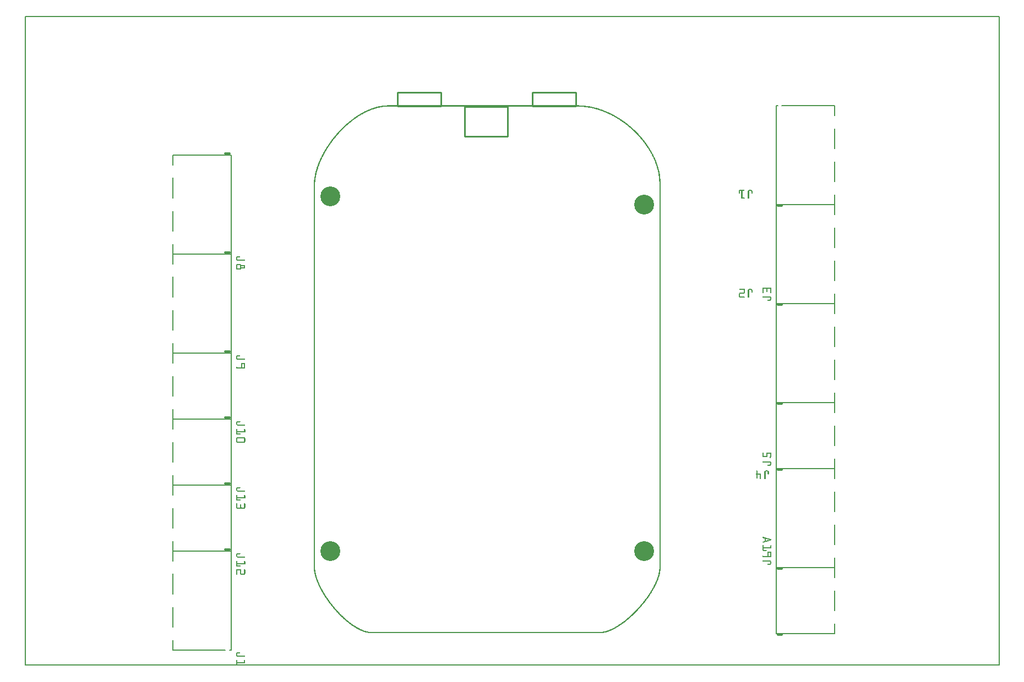
<source format=gto>
G04 MADE WITH FRITZING*
G04 WWW.FRITZING.ORG*
G04 SINGLE SIDED*
G04 HOLES NOT PLATED*
G04 CONTOUR ON CENTER OF CONTOUR VECTOR*
%ASAXBY*%
%FSLAX23Y23*%
%MOIN*%
%OFA0B0*%
%SFA1.0B1.0*%
%ADD10C,0.120000*%
%ADD11R,0.273138X0.094688X0.253138X0.074688*%
%ADD12C,0.010000*%
%ADD13R,0.273138X0.188450X0.253138X0.168450*%
%ADD14R,5.905520X3.937010X5.889520X3.921010*%
%ADD15C,0.008000*%
%ADD16C,0.006944*%
%ADD17C,0.013889*%
%ADD18R,0.001000X0.001000*%
%LNSILK1*%
G90*
G70*
G54D10*
X3752Y2794D03*
X1852Y2844D03*
X1852Y694D03*
X3752Y694D03*
G54D12*
X2258Y3473D02*
X2521Y3473D01*
X2521Y3389D01*
X2258Y3389D01*
X2258Y3473D01*
D02*
X3077Y3473D02*
X3340Y3473D01*
X3340Y3389D01*
X3077Y3389D01*
X3077Y3473D01*
D02*
X2664Y3387D02*
X2927Y3387D01*
X2927Y3208D01*
X2664Y3208D01*
X2664Y3387D01*
D02*
G54D15*
X4Y3933D02*
X5902Y3933D01*
X5902Y4D01*
X4Y4D01*
X4Y3933D01*
D02*
G54D16*
X4551Y2795D02*
X4551Y3395D01*
D02*
X4906Y2795D02*
X4551Y2795D01*
D02*
X4906Y3395D02*
X4587Y3395D01*
D02*
X4906Y2934D02*
X4906Y3055D01*
D02*
X4906Y3134D02*
X4906Y3255D01*
D02*
X4906Y2795D02*
X4906Y2855D01*
D02*
X4906Y3334D02*
X4906Y3395D01*
G54D17*
D02*
X4563Y2787D02*
X4587Y2787D01*
G54D16*
D02*
X4551Y3395D02*
X4563Y3395D01*
D02*
X4551Y2195D02*
X4551Y2795D01*
D02*
X4906Y2195D02*
X4551Y2195D01*
D02*
X4906Y2795D02*
X4587Y2795D01*
D02*
X4906Y2334D02*
X4906Y2455D01*
D02*
X4906Y2534D02*
X4906Y2655D01*
D02*
X4906Y2195D02*
X4906Y2255D01*
D02*
X4906Y2734D02*
X4906Y2795D01*
G54D17*
D02*
X4563Y2187D02*
X4587Y2187D01*
G54D16*
D02*
X4551Y2795D02*
X4563Y2795D01*
D02*
X4551Y1595D02*
X4551Y2195D01*
D02*
X4906Y1595D02*
X4551Y1595D01*
D02*
X4906Y2195D02*
X4587Y2195D01*
D02*
X4906Y1734D02*
X4906Y1855D01*
D02*
X4906Y1934D02*
X4906Y2055D01*
D02*
X4906Y1595D02*
X4906Y1655D01*
D02*
X4906Y2134D02*
X4906Y2195D01*
G54D17*
D02*
X4563Y1587D02*
X4587Y1587D01*
G54D16*
D02*
X4551Y2195D02*
X4563Y2195D01*
D02*
X4552Y1195D02*
X4552Y1595D01*
D02*
X4906Y1195D02*
X4552Y1195D01*
D02*
X4906Y1595D02*
X4587Y1595D01*
D02*
X4906Y1334D02*
X4906Y1455D01*
D02*
X4906Y1534D02*
X4906Y1595D01*
D02*
X4906Y1195D02*
X4906Y1255D01*
D02*
X4551Y1595D02*
X4563Y1595D01*
G54D17*
D02*
X4563Y1187D02*
X4587Y1187D01*
G54D16*
D02*
X4551Y595D02*
X4551Y1195D01*
D02*
X4906Y595D02*
X4551Y595D01*
D02*
X4906Y1195D02*
X4587Y1195D01*
D02*
X4906Y734D02*
X4906Y855D01*
D02*
X4906Y934D02*
X4906Y1055D01*
D02*
X4906Y595D02*
X4906Y655D01*
D02*
X4906Y1134D02*
X4906Y1195D01*
G54D17*
D02*
X4563Y587D02*
X4587Y587D01*
G54D16*
D02*
X4551Y1195D02*
X4563Y1195D01*
D02*
X4552Y195D02*
X4552Y595D01*
D02*
X4906Y195D02*
X4552Y195D01*
D02*
X4906Y595D02*
X4587Y595D01*
D02*
X4906Y334D02*
X4906Y455D01*
D02*
X4906Y534D02*
X4906Y595D01*
D02*
X4906Y195D02*
X4906Y255D01*
D02*
X4551Y595D02*
X4563Y595D01*
G54D17*
D02*
X4563Y187D02*
X4587Y187D01*
G54D16*
D02*
X1253Y3095D02*
X1253Y2495D01*
D02*
X899Y3095D02*
X1253Y3095D01*
D02*
X899Y2495D02*
X1217Y2495D01*
D02*
X899Y2956D02*
X899Y2834D01*
D02*
X899Y2755D02*
X899Y2634D01*
D02*
X899Y3095D02*
X899Y3034D01*
D02*
X899Y2555D02*
X899Y2495D01*
G54D17*
D02*
X1241Y3103D02*
X1217Y3103D01*
G54D16*
D02*
X1253Y2495D02*
X1241Y2495D01*
D02*
X1253Y2495D02*
X1253Y1895D01*
D02*
X899Y2495D02*
X1253Y2495D01*
D02*
X899Y1895D02*
X1217Y1895D01*
D02*
X899Y2356D02*
X899Y2234D01*
D02*
X899Y2155D02*
X899Y2034D01*
D02*
X899Y2495D02*
X899Y2434D01*
D02*
X899Y1955D02*
X899Y1895D01*
G54D17*
D02*
X1241Y2503D02*
X1217Y2503D01*
G54D16*
D02*
X1253Y1895D02*
X1241Y1895D01*
D02*
X1252Y1895D02*
X1252Y1495D01*
D02*
X899Y1895D02*
X1252Y1895D01*
D02*
X899Y1495D02*
X1217Y1495D01*
D02*
X899Y1755D02*
X899Y1634D01*
D02*
X899Y1555D02*
X899Y1495D01*
D02*
X899Y1895D02*
X899Y1834D01*
D02*
X1253Y1495D02*
X1241Y1495D01*
G54D17*
D02*
X1241Y1903D02*
X1217Y1903D01*
G54D16*
D02*
X1253Y695D02*
X1253Y95D01*
D02*
X899Y695D02*
X1253Y695D01*
D02*
X899Y95D02*
X1217Y95D01*
D02*
X899Y556D02*
X899Y434D01*
D02*
X899Y355D02*
X899Y234D01*
D02*
X899Y695D02*
X899Y634D01*
D02*
X899Y155D02*
X899Y95D01*
G54D17*
D02*
X1241Y703D02*
X1217Y703D01*
G54D16*
D02*
X1253Y95D02*
X1241Y95D01*
D02*
X1252Y1095D02*
X1252Y695D01*
D02*
X899Y1095D02*
X1252Y1095D01*
D02*
X899Y695D02*
X1217Y695D01*
D02*
X899Y955D02*
X899Y834D01*
D02*
X899Y755D02*
X899Y695D01*
D02*
X899Y1095D02*
X899Y1034D01*
D02*
X1253Y695D02*
X1241Y695D01*
G54D17*
D02*
X1241Y1103D02*
X1217Y1103D01*
G54D16*
D02*
X1252Y1495D02*
X1252Y1095D01*
D02*
X899Y1495D02*
X1252Y1495D01*
D02*
X899Y1095D02*
X1217Y1095D01*
D02*
X899Y1355D02*
X899Y1234D01*
D02*
X899Y1155D02*
X899Y1095D01*
D02*
X899Y1495D02*
X899Y1434D01*
D02*
X1253Y1095D02*
X1241Y1095D01*
G54D17*
D02*
X1241Y1503D02*
X1217Y1503D01*
G54D18*
X2195Y3395D02*
X3360Y3395D01*
X2180Y3394D02*
X3379Y3394D01*
X2171Y3393D02*
X3390Y3393D01*
X2164Y3392D02*
X3399Y3392D01*
X2158Y3391D02*
X3406Y3391D01*
X2153Y3390D02*
X3413Y3390D01*
X2148Y3389D02*
X3419Y3389D01*
X2143Y3388D02*
X3424Y3388D01*
X2139Y3387D02*
X2194Y3387D01*
X3362Y3387D02*
X3430Y3387D01*
X2135Y3386D02*
X2179Y3386D01*
X3380Y3386D02*
X3434Y3386D01*
X2131Y3385D02*
X2170Y3385D01*
X3391Y3385D02*
X3439Y3385D01*
X2127Y3384D02*
X2163Y3384D01*
X3399Y3384D02*
X3443Y3384D01*
X2124Y3383D02*
X2157Y3383D01*
X3407Y3383D02*
X3448Y3383D01*
X2121Y3382D02*
X2152Y3382D01*
X3413Y3382D02*
X3452Y3382D01*
X2117Y3381D02*
X2147Y3381D01*
X3419Y3381D02*
X3456Y3381D01*
X2114Y3380D02*
X2143Y3380D01*
X3425Y3380D02*
X3459Y3380D01*
X2111Y3379D02*
X2138Y3379D01*
X3430Y3379D02*
X3463Y3379D01*
X2108Y3378D02*
X2134Y3378D01*
X3435Y3378D02*
X3467Y3378D01*
X2106Y3377D02*
X2131Y3377D01*
X3439Y3377D02*
X3470Y3377D01*
X2103Y3376D02*
X2127Y3376D01*
X3444Y3376D02*
X3473Y3376D01*
X2100Y3375D02*
X2124Y3375D01*
X3448Y3375D02*
X3477Y3375D01*
X2097Y3374D02*
X2120Y3374D01*
X3452Y3374D02*
X3480Y3374D01*
X2095Y3373D02*
X2117Y3373D01*
X3456Y3373D02*
X3483Y3373D01*
X2092Y3372D02*
X2114Y3372D01*
X3460Y3372D02*
X3486Y3372D01*
X2090Y3371D02*
X2111Y3371D01*
X3463Y3371D02*
X3489Y3371D01*
X2087Y3370D02*
X2108Y3370D01*
X3467Y3370D02*
X3492Y3370D01*
X2085Y3369D02*
X2105Y3369D01*
X3470Y3369D02*
X3495Y3369D01*
X2083Y3368D02*
X2103Y3368D01*
X3473Y3368D02*
X3497Y3368D01*
X2080Y3367D02*
X2100Y3367D01*
X3477Y3367D02*
X3500Y3367D01*
X2078Y3366D02*
X2097Y3366D01*
X3480Y3366D02*
X3503Y3366D01*
X2076Y3365D02*
X2095Y3365D01*
X3483Y3365D02*
X3505Y3365D01*
X2074Y3364D02*
X2092Y3364D01*
X3486Y3364D02*
X3508Y3364D01*
X2071Y3363D02*
X2090Y3363D01*
X3489Y3363D02*
X3511Y3363D01*
X2069Y3362D02*
X2088Y3362D01*
X3492Y3362D02*
X3513Y3362D01*
X2067Y3361D02*
X2085Y3361D01*
X3495Y3361D02*
X3516Y3361D01*
X2065Y3360D02*
X2083Y3360D01*
X3497Y3360D02*
X3518Y3360D01*
X2063Y3359D02*
X2081Y3359D01*
X3500Y3359D02*
X3520Y3359D01*
X2061Y3358D02*
X2078Y3358D01*
X3503Y3358D02*
X3523Y3358D01*
X2059Y3357D02*
X2076Y3357D01*
X3505Y3357D02*
X3525Y3357D01*
X2057Y3356D02*
X2074Y3356D01*
X3508Y3356D02*
X3528Y3356D01*
X2055Y3355D02*
X2072Y3355D01*
X3511Y3355D02*
X3530Y3355D01*
X2053Y3354D02*
X2070Y3354D01*
X3513Y3354D02*
X3532Y3354D01*
X2051Y3353D02*
X2068Y3353D01*
X3515Y3353D02*
X3534Y3353D01*
X2050Y3352D02*
X2066Y3352D01*
X3518Y3352D02*
X3537Y3352D01*
X2048Y3351D02*
X2064Y3351D01*
X3520Y3351D02*
X3539Y3351D01*
X2046Y3350D02*
X2062Y3350D01*
X3523Y3350D02*
X3541Y3350D01*
X2044Y3349D02*
X2060Y3349D01*
X3525Y3349D02*
X3543Y3349D01*
X2042Y3348D02*
X2058Y3348D01*
X3527Y3348D02*
X3545Y3348D01*
X2041Y3347D02*
X2056Y3347D01*
X3529Y3347D02*
X3547Y3347D01*
X2039Y3346D02*
X2054Y3346D01*
X3532Y3346D02*
X3549Y3346D01*
X2037Y3345D02*
X2052Y3345D01*
X3534Y3345D02*
X3551Y3345D01*
X2035Y3344D02*
X2050Y3344D01*
X3536Y3344D02*
X3553Y3344D01*
X2034Y3343D02*
X2049Y3343D01*
X3538Y3343D02*
X3555Y3343D01*
X2032Y3342D02*
X2047Y3342D01*
X3540Y3342D02*
X3557Y3342D01*
X2030Y3341D02*
X2045Y3341D01*
X3543Y3341D02*
X3559Y3341D01*
X2029Y3340D02*
X2043Y3340D01*
X3545Y3340D02*
X3561Y3340D01*
X2027Y3339D02*
X2041Y3339D01*
X3547Y3339D02*
X3563Y3339D01*
X2026Y3338D02*
X2040Y3338D01*
X3549Y3338D02*
X3565Y3338D01*
X2024Y3337D02*
X2038Y3337D01*
X3551Y3337D02*
X3567Y3337D01*
X2022Y3336D02*
X2036Y3336D01*
X3553Y3336D02*
X3569Y3336D01*
X2021Y3335D02*
X2035Y3335D01*
X3555Y3335D02*
X3571Y3335D01*
X2019Y3334D02*
X2033Y3334D01*
X3557Y3334D02*
X3572Y3334D01*
X2018Y3333D02*
X2031Y3333D01*
X3559Y3333D02*
X3574Y3333D01*
X2016Y3332D02*
X2030Y3332D01*
X3560Y3332D02*
X3576Y3332D01*
X2015Y3331D02*
X2028Y3331D01*
X3562Y3331D02*
X3578Y3331D01*
X2013Y3330D02*
X2026Y3330D01*
X3564Y3330D02*
X3580Y3330D01*
X2011Y3329D02*
X2025Y3329D01*
X3566Y3329D02*
X3581Y3329D01*
X2010Y3328D02*
X2023Y3328D01*
X3568Y3328D02*
X3583Y3328D01*
X2009Y3327D02*
X2022Y3327D01*
X3570Y3327D02*
X3585Y3327D01*
X2007Y3326D02*
X2020Y3326D01*
X3572Y3326D02*
X3586Y3326D01*
X2006Y3325D02*
X2019Y3325D01*
X3573Y3325D02*
X3588Y3325D01*
X2004Y3324D02*
X2017Y3324D01*
X3575Y3324D02*
X3590Y3324D01*
X2003Y3323D02*
X2016Y3323D01*
X3577Y3323D02*
X3591Y3323D01*
X2001Y3322D02*
X2014Y3322D01*
X3579Y3322D02*
X3593Y3322D01*
X2000Y3321D02*
X2013Y3321D01*
X3580Y3321D02*
X3595Y3321D01*
X1998Y3320D02*
X2011Y3320D01*
X3582Y3320D02*
X3596Y3320D01*
X1997Y3319D02*
X2010Y3319D01*
X3584Y3319D02*
X3598Y3319D01*
X1996Y3318D02*
X2008Y3318D01*
X3585Y3318D02*
X3600Y3318D01*
X1994Y3317D02*
X2007Y3317D01*
X3587Y3317D02*
X3601Y3317D01*
X1993Y3316D02*
X2005Y3316D01*
X3589Y3316D02*
X3603Y3316D01*
X1992Y3315D02*
X2004Y3315D01*
X3590Y3315D02*
X3604Y3315D01*
X1990Y3314D02*
X2003Y3314D01*
X3592Y3314D02*
X3606Y3314D01*
X1989Y3313D02*
X2001Y3313D01*
X3594Y3313D02*
X3608Y3313D01*
X1988Y3312D02*
X2000Y3312D01*
X3595Y3312D02*
X3609Y3312D01*
X1986Y3311D02*
X1999Y3311D01*
X3597Y3311D02*
X3611Y3311D01*
X1985Y3310D02*
X1997Y3310D01*
X3599Y3310D02*
X3612Y3310D01*
X1983Y3309D02*
X1996Y3309D01*
X3600Y3309D02*
X3614Y3309D01*
X1982Y3308D02*
X1994Y3308D01*
X3602Y3308D02*
X3615Y3308D01*
X1981Y3307D02*
X1993Y3307D01*
X3603Y3307D02*
X3617Y3307D01*
X1980Y3306D02*
X1992Y3306D01*
X3605Y3306D02*
X3618Y3306D01*
X1978Y3305D02*
X1990Y3305D01*
X3606Y3305D02*
X3620Y3305D01*
X1977Y3304D02*
X1989Y3304D01*
X3608Y3304D02*
X3621Y3304D01*
X1976Y3303D02*
X1988Y3303D01*
X3609Y3303D02*
X3622Y3303D01*
X1975Y3302D02*
X1986Y3302D01*
X3611Y3302D02*
X3624Y3302D01*
X1973Y3301D02*
X1985Y3301D01*
X3612Y3301D02*
X3625Y3301D01*
X1972Y3300D02*
X1984Y3300D01*
X3614Y3300D02*
X3627Y3300D01*
X1971Y3299D02*
X1983Y3299D01*
X3615Y3299D02*
X3628Y3299D01*
X1970Y3298D02*
X1981Y3298D01*
X3617Y3298D02*
X3629Y3298D01*
X1968Y3297D02*
X1980Y3297D01*
X3618Y3297D02*
X3631Y3297D01*
X1967Y3296D02*
X1979Y3296D01*
X3620Y3296D02*
X3632Y3296D01*
X1966Y3295D02*
X1978Y3295D01*
X3621Y3295D02*
X3634Y3295D01*
X1965Y3294D02*
X1976Y3294D01*
X3622Y3294D02*
X3635Y3294D01*
X1963Y3293D02*
X1975Y3293D01*
X3624Y3293D02*
X3636Y3293D01*
X1962Y3292D02*
X1974Y3292D01*
X3625Y3292D02*
X3638Y3292D01*
X1961Y3291D02*
X1973Y3291D01*
X3627Y3291D02*
X3639Y3291D01*
X1960Y3290D02*
X1971Y3290D01*
X3628Y3290D02*
X3641Y3290D01*
X1959Y3289D02*
X1970Y3289D01*
X3629Y3289D02*
X3642Y3289D01*
X1958Y3288D02*
X1969Y3288D01*
X3631Y3288D02*
X3643Y3288D01*
X1957Y3287D02*
X1968Y3287D01*
X3632Y3287D02*
X3644Y3287D01*
X1955Y3286D02*
X1966Y3286D01*
X3633Y3286D02*
X3646Y3286D01*
X1954Y3285D02*
X1965Y3285D01*
X3635Y3285D02*
X3647Y3285D01*
X1953Y3284D02*
X1964Y3284D01*
X3636Y3284D02*
X3648Y3284D01*
X1952Y3283D02*
X1963Y3283D01*
X3638Y3283D02*
X3650Y3283D01*
X1951Y3282D02*
X1962Y3282D01*
X3639Y3282D02*
X3651Y3282D01*
X1950Y3281D02*
X1961Y3281D01*
X3640Y3281D02*
X3652Y3281D01*
X1948Y3280D02*
X1960Y3280D01*
X3641Y3280D02*
X3653Y3280D01*
X1947Y3279D02*
X1958Y3279D01*
X3643Y3279D02*
X3655Y3279D01*
X1946Y3278D02*
X1957Y3278D01*
X3644Y3278D02*
X3656Y3278D01*
X1945Y3277D02*
X1956Y3277D01*
X3645Y3277D02*
X3657Y3277D01*
X1944Y3276D02*
X1955Y3276D01*
X3647Y3276D02*
X3658Y3276D01*
X1943Y3275D02*
X1954Y3275D01*
X3648Y3275D02*
X3660Y3275D01*
X1942Y3274D02*
X1953Y3274D01*
X3649Y3274D02*
X3661Y3274D01*
X1941Y3273D02*
X1951Y3273D01*
X3650Y3273D02*
X3662Y3273D01*
X1940Y3272D02*
X1950Y3272D01*
X3652Y3272D02*
X3663Y3272D01*
X1939Y3271D02*
X1949Y3271D01*
X3653Y3271D02*
X3664Y3271D01*
X1938Y3270D02*
X1948Y3270D01*
X3654Y3270D02*
X3666Y3270D01*
X1936Y3269D02*
X1947Y3269D01*
X3655Y3269D02*
X3667Y3269D01*
X1935Y3268D02*
X1946Y3268D01*
X3657Y3268D02*
X3668Y3268D01*
X1934Y3267D02*
X1945Y3267D01*
X3658Y3267D02*
X3669Y3267D01*
X1933Y3266D02*
X1944Y3266D01*
X3659Y3266D02*
X3670Y3266D01*
X1932Y3265D02*
X1943Y3265D01*
X3660Y3265D02*
X3672Y3265D01*
X1931Y3264D02*
X1942Y3264D01*
X3661Y3264D02*
X3673Y3264D01*
X1930Y3263D02*
X1941Y3263D01*
X3663Y3263D02*
X3674Y3263D01*
X1929Y3262D02*
X1940Y3262D01*
X3664Y3262D02*
X3675Y3262D01*
X1928Y3261D02*
X1939Y3261D01*
X3665Y3261D02*
X3676Y3261D01*
X1927Y3260D02*
X1938Y3260D01*
X3666Y3260D02*
X3677Y3260D01*
X1926Y3259D02*
X1936Y3259D01*
X3667Y3259D02*
X3679Y3259D01*
X1925Y3258D02*
X1935Y3258D01*
X3668Y3258D02*
X3680Y3258D01*
X1924Y3257D02*
X1934Y3257D01*
X3670Y3257D02*
X3681Y3257D01*
X1923Y3256D02*
X1933Y3256D01*
X3671Y3256D02*
X3682Y3256D01*
X1922Y3255D02*
X1932Y3255D01*
X3672Y3255D02*
X3683Y3255D01*
X1921Y3254D02*
X1931Y3254D01*
X3673Y3254D02*
X3684Y3254D01*
X1920Y3253D02*
X1930Y3253D01*
X3674Y3253D02*
X3685Y3253D01*
X1919Y3252D02*
X1929Y3252D01*
X3675Y3252D02*
X3686Y3252D01*
X1918Y3251D02*
X1928Y3251D01*
X3676Y3251D02*
X3687Y3251D01*
X1917Y3250D02*
X1927Y3250D01*
X3678Y3250D02*
X3688Y3250D01*
X1916Y3249D02*
X1926Y3249D01*
X3679Y3249D02*
X3689Y3249D01*
X1915Y3248D02*
X1925Y3248D01*
X3680Y3248D02*
X3690Y3248D01*
X1914Y3247D02*
X1924Y3247D01*
X3681Y3247D02*
X3692Y3247D01*
X1913Y3246D02*
X1923Y3246D01*
X3682Y3246D02*
X3693Y3246D01*
X1912Y3245D02*
X1922Y3245D01*
X3683Y3245D02*
X3694Y3245D01*
X1911Y3244D02*
X1921Y3244D01*
X3684Y3244D02*
X3695Y3244D01*
X1910Y3243D02*
X1920Y3243D01*
X3685Y3243D02*
X3696Y3243D01*
X1909Y3242D02*
X1919Y3242D01*
X3686Y3242D02*
X3697Y3242D01*
X1908Y3241D02*
X1918Y3241D01*
X3687Y3241D02*
X3698Y3241D01*
X1908Y3240D02*
X1917Y3240D01*
X3688Y3240D02*
X3699Y3240D01*
X1907Y3239D02*
X1916Y3239D01*
X3689Y3239D02*
X3700Y3239D01*
X1906Y3238D02*
X1916Y3238D01*
X3690Y3238D02*
X3701Y3238D01*
X1905Y3237D02*
X1915Y3237D01*
X3692Y3237D02*
X3702Y3237D01*
X1904Y3236D02*
X1914Y3236D01*
X3693Y3236D02*
X3703Y3236D01*
X1903Y3235D02*
X1913Y3235D01*
X3694Y3235D02*
X3704Y3235D01*
X1902Y3234D02*
X1912Y3234D01*
X3695Y3234D02*
X3705Y3234D01*
X1901Y3233D02*
X1911Y3233D01*
X3696Y3233D02*
X3706Y3233D01*
X1900Y3232D02*
X1910Y3232D01*
X3697Y3232D02*
X3707Y3232D01*
X1899Y3231D02*
X1909Y3231D01*
X3698Y3231D02*
X3708Y3231D01*
X1898Y3230D02*
X1908Y3230D01*
X3699Y3230D02*
X3709Y3230D01*
X1897Y3229D02*
X1907Y3229D01*
X3700Y3229D02*
X3710Y3229D01*
X1896Y3228D02*
X1906Y3228D01*
X3701Y3228D02*
X3711Y3228D01*
X1896Y3227D02*
X1905Y3227D01*
X3702Y3227D02*
X3712Y3227D01*
X1895Y3226D02*
X1905Y3226D01*
X3703Y3226D02*
X3713Y3226D01*
X1894Y3225D02*
X1904Y3225D01*
X3704Y3225D02*
X3714Y3225D01*
X1893Y3224D02*
X1903Y3224D01*
X3705Y3224D02*
X3715Y3224D01*
X1892Y3223D02*
X1902Y3223D01*
X3706Y3223D02*
X3716Y3223D01*
X1891Y3222D02*
X1901Y3222D01*
X3707Y3222D02*
X3717Y3222D01*
X1890Y3221D02*
X1900Y3221D01*
X3708Y3221D02*
X3718Y3221D01*
X1890Y3220D02*
X1899Y3220D01*
X3709Y3220D02*
X3719Y3220D01*
X1889Y3219D02*
X1898Y3219D01*
X3710Y3219D02*
X3719Y3219D01*
X1888Y3218D02*
X1897Y3218D01*
X3711Y3218D02*
X3720Y3218D01*
X1887Y3217D02*
X1896Y3217D01*
X3711Y3217D02*
X3721Y3217D01*
X1886Y3216D02*
X1896Y3216D01*
X3712Y3216D02*
X3722Y3216D01*
X1885Y3215D02*
X1895Y3215D01*
X3713Y3215D02*
X3723Y3215D01*
X1884Y3214D02*
X1894Y3214D01*
X3714Y3214D02*
X3724Y3214D01*
X1884Y3213D02*
X1893Y3213D01*
X3715Y3213D02*
X3725Y3213D01*
X1883Y3212D02*
X1892Y3212D01*
X3716Y3212D02*
X3726Y3212D01*
X1882Y3211D02*
X1891Y3211D01*
X3717Y3211D02*
X3727Y3211D01*
X1881Y3210D02*
X1891Y3210D01*
X3718Y3210D02*
X3728Y3210D01*
X1880Y3209D02*
X1890Y3209D01*
X3719Y3209D02*
X3729Y3209D01*
X1879Y3208D02*
X1889Y3208D01*
X3720Y3208D02*
X3729Y3208D01*
X1878Y3207D02*
X1888Y3207D01*
X3721Y3207D02*
X3730Y3207D01*
X1878Y3206D02*
X1887Y3206D01*
X3722Y3206D02*
X3731Y3206D01*
X1877Y3205D02*
X1886Y3205D01*
X3722Y3205D02*
X3732Y3205D01*
X1876Y3204D02*
X1885Y3204D01*
X3723Y3204D02*
X3733Y3204D01*
X1875Y3203D02*
X1885Y3203D01*
X3724Y3203D02*
X3734Y3203D01*
X1875Y3202D02*
X1884Y3202D01*
X3725Y3202D02*
X3735Y3202D01*
X1874Y3201D02*
X1883Y3201D01*
X3726Y3201D02*
X3735Y3201D01*
X1873Y3200D02*
X1882Y3200D01*
X3727Y3200D02*
X3736Y3200D01*
X1872Y3199D02*
X1881Y3199D01*
X3728Y3199D02*
X3737Y3199D01*
X1871Y3198D02*
X1881Y3198D01*
X3729Y3198D02*
X3738Y3198D01*
X1871Y3197D02*
X1880Y3197D01*
X3729Y3197D02*
X3739Y3197D01*
X1870Y3196D02*
X1879Y3196D01*
X3730Y3196D02*
X3740Y3196D01*
X1869Y3195D02*
X1878Y3195D01*
X3731Y3195D02*
X3741Y3195D01*
X1868Y3194D02*
X1877Y3194D01*
X3732Y3194D02*
X3741Y3194D01*
X1867Y3193D02*
X1877Y3193D01*
X3733Y3193D02*
X3742Y3193D01*
X1867Y3192D02*
X1876Y3192D01*
X3734Y3192D02*
X3743Y3192D01*
X1866Y3191D02*
X1875Y3191D01*
X3735Y3191D02*
X3744Y3191D01*
X1865Y3190D02*
X1874Y3190D01*
X3735Y3190D02*
X3745Y3190D01*
X1864Y3189D02*
X1873Y3189D01*
X3736Y3189D02*
X3746Y3189D01*
X1863Y3188D02*
X1873Y3188D01*
X3737Y3188D02*
X3746Y3188D01*
X1863Y3187D02*
X1872Y3187D01*
X3738Y3187D02*
X3747Y3187D01*
X1862Y3186D02*
X1871Y3186D01*
X3739Y3186D02*
X3748Y3186D01*
X1861Y3185D02*
X1870Y3185D01*
X3740Y3185D02*
X3749Y3185D01*
X1860Y3184D02*
X1869Y3184D01*
X3740Y3184D02*
X3750Y3184D01*
X1860Y3183D02*
X1869Y3183D01*
X3741Y3183D02*
X3750Y3183D01*
X1859Y3182D02*
X1868Y3182D01*
X3742Y3182D02*
X3751Y3182D01*
X1858Y3181D02*
X1867Y3181D01*
X3743Y3181D02*
X3752Y3181D01*
X1858Y3180D02*
X1866Y3180D01*
X3744Y3180D02*
X3753Y3180D01*
X1857Y3179D02*
X1866Y3179D01*
X3744Y3179D02*
X3753Y3179D01*
X1856Y3178D02*
X1865Y3178D01*
X3745Y3178D02*
X3754Y3178D01*
X1855Y3177D02*
X1864Y3177D01*
X3746Y3177D02*
X3755Y3177D01*
X1855Y3176D02*
X1863Y3176D01*
X3747Y3176D02*
X3756Y3176D01*
X1854Y3175D02*
X1863Y3175D01*
X3747Y3175D02*
X3756Y3175D01*
X1853Y3174D02*
X1862Y3174D01*
X3748Y3174D02*
X3757Y3174D01*
X1852Y3173D02*
X1861Y3173D01*
X3749Y3173D02*
X3758Y3173D01*
X1852Y3172D02*
X1861Y3172D01*
X3750Y3172D02*
X3759Y3172D01*
X1851Y3171D02*
X1860Y3171D01*
X3751Y3171D02*
X3760Y3171D01*
X1850Y3170D02*
X1859Y3170D01*
X3751Y3170D02*
X3760Y3170D01*
X1849Y3169D02*
X1858Y3169D01*
X3752Y3169D02*
X3761Y3169D01*
X1849Y3168D02*
X1858Y3168D01*
X3753Y3168D02*
X3762Y3168D01*
X1848Y3167D02*
X1857Y3167D01*
X3754Y3167D02*
X3763Y3167D01*
X1847Y3166D02*
X1856Y3166D01*
X3754Y3166D02*
X3763Y3166D01*
X1847Y3165D02*
X1855Y3165D01*
X3755Y3165D02*
X3764Y3165D01*
X1846Y3164D02*
X1855Y3164D01*
X3756Y3164D02*
X3765Y3164D01*
X1845Y3163D02*
X1854Y3163D01*
X3757Y3163D02*
X3765Y3163D01*
X1845Y3162D02*
X1853Y3162D01*
X3757Y3162D02*
X3766Y3162D01*
X1844Y3161D02*
X1853Y3161D01*
X3758Y3161D02*
X3767Y3161D01*
X1843Y3160D02*
X1852Y3160D01*
X3759Y3160D02*
X3767Y3160D01*
X1843Y3159D02*
X1851Y3159D01*
X3759Y3159D02*
X3768Y3159D01*
X1842Y3158D02*
X1851Y3158D01*
X3760Y3158D02*
X3769Y3158D01*
X1841Y3157D02*
X1850Y3157D01*
X3761Y3157D02*
X3770Y3157D01*
X1841Y3156D02*
X1849Y3156D01*
X3762Y3156D02*
X3770Y3156D01*
X1840Y3155D02*
X1849Y3155D01*
X3762Y3155D02*
X3771Y3155D01*
X1839Y3154D02*
X1848Y3154D01*
X3763Y3154D02*
X3772Y3154D01*
X1839Y3153D02*
X1847Y3153D01*
X3764Y3153D02*
X3772Y3153D01*
X1838Y3152D02*
X1846Y3152D01*
X3764Y3152D02*
X3773Y3152D01*
X1837Y3151D02*
X1846Y3151D01*
X3765Y3151D02*
X3774Y3151D01*
X1836Y3150D02*
X1845Y3150D01*
X3766Y3150D02*
X3775Y3150D01*
X1836Y3149D02*
X1844Y3149D01*
X3767Y3149D02*
X3775Y3149D01*
X1835Y3148D02*
X1844Y3148D01*
X3767Y3148D02*
X3776Y3148D01*
X1835Y3147D02*
X1843Y3147D01*
X3768Y3147D02*
X3777Y3147D01*
X1834Y3146D02*
X1842Y3146D01*
X3769Y3146D02*
X3777Y3146D01*
X1833Y3145D02*
X1842Y3145D01*
X3769Y3145D02*
X3778Y3145D01*
X1833Y3144D02*
X1841Y3144D01*
X3770Y3144D02*
X3778Y3144D01*
X1832Y3143D02*
X1840Y3143D01*
X3771Y3143D02*
X3779Y3143D01*
X1831Y3142D02*
X1840Y3142D01*
X3771Y3142D02*
X3780Y3142D01*
X1831Y3141D02*
X1839Y3141D01*
X3772Y3141D02*
X3780Y3141D01*
X1830Y3140D02*
X1839Y3140D01*
X3773Y3140D02*
X3781Y3140D01*
X1830Y3139D02*
X1838Y3139D01*
X3773Y3139D02*
X3782Y3139D01*
X1829Y3138D02*
X1837Y3138D01*
X3774Y3138D02*
X3782Y3138D01*
X1828Y3137D02*
X1837Y3137D01*
X3775Y3137D02*
X3783Y3137D01*
X1828Y3136D02*
X1836Y3136D01*
X3775Y3136D02*
X3784Y3136D01*
X1827Y3135D02*
X1835Y3135D01*
X3776Y3135D02*
X3784Y3135D01*
X1826Y3134D02*
X1835Y3134D01*
X3777Y3134D02*
X3785Y3134D01*
X1826Y3133D02*
X1834Y3133D01*
X3777Y3133D02*
X3786Y3133D01*
X1825Y3132D02*
X1833Y3132D01*
X3778Y3132D02*
X3786Y3132D01*
X1824Y3131D02*
X1833Y3131D01*
X3778Y3131D02*
X3787Y3131D01*
X1824Y3130D02*
X1832Y3130D01*
X3779Y3130D02*
X3787Y3130D01*
X1823Y3129D02*
X1832Y3129D01*
X3780Y3129D02*
X3788Y3129D01*
X1823Y3128D02*
X1831Y3128D01*
X3780Y3128D02*
X3789Y3128D01*
X1822Y3127D02*
X1830Y3127D01*
X3781Y3127D02*
X3789Y3127D01*
X1821Y3126D02*
X1830Y3126D01*
X3782Y3126D02*
X3790Y3126D01*
X1821Y3125D02*
X1829Y3125D01*
X3782Y3125D02*
X3790Y3125D01*
X1820Y3124D02*
X1828Y3124D01*
X3783Y3124D02*
X3791Y3124D01*
X1820Y3123D02*
X1828Y3123D01*
X3783Y3123D02*
X3792Y3123D01*
X1819Y3122D02*
X1827Y3122D01*
X3784Y3122D02*
X3792Y3122D01*
X1819Y3121D02*
X1827Y3121D01*
X3785Y3121D02*
X3793Y3121D01*
X1818Y3120D02*
X1826Y3120D01*
X3785Y3120D02*
X3793Y3120D01*
X1817Y3119D02*
X1826Y3119D01*
X3786Y3119D02*
X3794Y3119D01*
X1817Y3118D02*
X1825Y3118D01*
X3786Y3118D02*
X3795Y3118D01*
X1816Y3117D02*
X1824Y3117D01*
X3787Y3117D02*
X3795Y3117D01*
X1816Y3116D02*
X1824Y3116D01*
X3788Y3116D02*
X3796Y3116D01*
X1815Y3115D02*
X1823Y3115D01*
X3788Y3115D02*
X3796Y3115D01*
X1815Y3114D02*
X1823Y3114D01*
X3789Y3114D02*
X3797Y3114D01*
X1814Y3113D02*
X1822Y3113D01*
X3789Y3113D02*
X3797Y3113D01*
X1813Y3112D02*
X1821Y3112D01*
X3790Y3112D02*
X3798Y3112D01*
X1813Y3111D02*
X1821Y3111D01*
X3790Y3111D02*
X3798Y3111D01*
X1812Y3110D02*
X1820Y3110D01*
X3791Y3110D02*
X3799Y3110D01*
X1812Y3109D02*
X1820Y3109D01*
X3792Y3109D02*
X3800Y3109D01*
X1811Y3108D02*
X1819Y3108D01*
X3792Y3108D02*
X3800Y3108D01*
X1811Y3107D02*
X1819Y3107D01*
X3793Y3107D02*
X3801Y3107D01*
X1810Y3106D02*
X1818Y3106D01*
X3793Y3106D02*
X3801Y3106D01*
X1809Y3105D02*
X1817Y3105D01*
X3794Y3105D02*
X3802Y3105D01*
X1809Y3104D02*
X1817Y3104D01*
X3794Y3104D02*
X3802Y3104D01*
X1808Y3103D02*
X1816Y3103D01*
X3795Y3103D02*
X3803Y3103D01*
X1808Y3102D02*
X1816Y3102D01*
X3795Y3102D02*
X3803Y3102D01*
X1807Y3101D02*
X1815Y3101D01*
X3796Y3101D02*
X3804Y3101D01*
X1807Y3100D02*
X1815Y3100D01*
X3797Y3100D02*
X3804Y3100D01*
X1806Y3099D02*
X1814Y3099D01*
X3797Y3099D02*
X3805Y3099D01*
X1806Y3098D02*
X1814Y3098D01*
X3798Y3098D02*
X3805Y3098D01*
X1805Y3097D02*
X1813Y3097D01*
X3798Y3097D02*
X3806Y3097D01*
X1805Y3096D02*
X1813Y3096D01*
X3799Y3096D02*
X3806Y3096D01*
X1804Y3095D02*
X1812Y3095D01*
X3799Y3095D02*
X3807Y3095D01*
X1804Y3094D02*
X1812Y3094D01*
X3800Y3094D02*
X3807Y3094D01*
X1803Y3093D02*
X1811Y3093D01*
X3800Y3093D02*
X3808Y3093D01*
X1803Y3092D02*
X1811Y3092D01*
X3801Y3092D02*
X3808Y3092D01*
X1802Y3091D02*
X1810Y3091D01*
X3801Y3091D02*
X3809Y3091D01*
X1802Y3090D02*
X1809Y3090D01*
X3802Y3090D02*
X3809Y3090D01*
X1801Y3089D02*
X1809Y3089D01*
X3802Y3089D02*
X3810Y3089D01*
X1801Y3088D02*
X1808Y3088D01*
X3803Y3088D02*
X3810Y3088D01*
X1800Y3087D02*
X1808Y3087D01*
X3803Y3087D02*
X3811Y3087D01*
X1800Y3086D02*
X1807Y3086D01*
X3804Y3086D02*
X3811Y3086D01*
X1799Y3085D02*
X1807Y3085D01*
X3804Y3085D02*
X3812Y3085D01*
X1799Y3084D02*
X1806Y3084D01*
X3805Y3084D02*
X3812Y3084D01*
X1798Y3083D02*
X1806Y3083D01*
X3805Y3083D02*
X3813Y3083D01*
X1798Y3082D02*
X1805Y3082D01*
X3806Y3082D02*
X3813Y3082D01*
X1797Y3081D02*
X1805Y3081D01*
X3806Y3081D02*
X3814Y3081D01*
X1797Y3080D02*
X1804Y3080D01*
X3807Y3080D02*
X3814Y3080D01*
X1796Y3079D02*
X1804Y3079D01*
X3807Y3079D02*
X3815Y3079D01*
X1796Y3078D02*
X1803Y3078D01*
X3808Y3078D02*
X3815Y3078D01*
X1795Y3077D02*
X1803Y3077D01*
X3808Y3077D02*
X3816Y3077D01*
X1795Y3076D02*
X1802Y3076D01*
X3808Y3076D02*
X3816Y3076D01*
X1794Y3075D02*
X1802Y3075D01*
X3809Y3075D02*
X3817Y3075D01*
X1794Y3074D02*
X1802Y3074D01*
X3809Y3074D02*
X3817Y3074D01*
X1793Y3073D02*
X1801Y3073D01*
X3810Y3073D02*
X3817Y3073D01*
X1793Y3072D02*
X1801Y3072D01*
X3810Y3072D02*
X3818Y3072D01*
X1792Y3071D02*
X1800Y3071D01*
X3811Y3071D02*
X3818Y3071D01*
X1792Y3070D02*
X1800Y3070D01*
X3811Y3070D02*
X3819Y3070D01*
X1791Y3069D02*
X1799Y3069D01*
X3812Y3069D02*
X3819Y3069D01*
X1791Y3068D02*
X1799Y3068D01*
X3812Y3068D02*
X3820Y3068D01*
X1790Y3067D02*
X1798Y3067D01*
X3813Y3067D02*
X3820Y3067D01*
X1790Y3066D02*
X1798Y3066D01*
X3813Y3066D02*
X3821Y3066D01*
X1790Y3065D02*
X1797Y3065D01*
X3813Y3065D02*
X3821Y3065D01*
X1789Y3064D02*
X1797Y3064D01*
X3814Y3064D02*
X3821Y3064D01*
X1789Y3063D02*
X1796Y3063D01*
X3814Y3063D02*
X3822Y3063D01*
X1788Y3062D02*
X1796Y3062D01*
X3815Y3062D02*
X3822Y3062D01*
X1788Y3061D02*
X1795Y3061D01*
X3815Y3061D02*
X3823Y3061D01*
X1787Y3060D02*
X1795Y3060D01*
X3815Y3060D02*
X3823Y3060D01*
X1787Y3059D02*
X1795Y3059D01*
X3816Y3059D02*
X3823Y3059D01*
X1787Y3058D02*
X1794Y3058D01*
X3816Y3058D02*
X3824Y3058D01*
X1786Y3057D02*
X1794Y3057D01*
X3817Y3057D02*
X3824Y3057D01*
X1786Y3056D02*
X1793Y3056D01*
X3817Y3056D02*
X3825Y3056D01*
X1785Y3055D02*
X1793Y3055D01*
X3818Y3055D02*
X3825Y3055D01*
X1785Y3054D02*
X1792Y3054D01*
X3818Y3054D02*
X3825Y3054D01*
X1784Y3053D02*
X1792Y3053D01*
X3818Y3053D02*
X3826Y3053D01*
X1784Y3052D02*
X1792Y3052D01*
X3819Y3052D02*
X3826Y3052D01*
X1784Y3051D02*
X1791Y3051D01*
X3819Y3051D02*
X3827Y3051D01*
X1783Y3050D02*
X1791Y3050D01*
X3820Y3050D02*
X3827Y3050D01*
X1783Y3049D02*
X1790Y3049D01*
X3820Y3049D02*
X3827Y3049D01*
X1782Y3048D02*
X1790Y3048D01*
X3820Y3048D02*
X3828Y3048D01*
X1782Y3047D02*
X1789Y3047D01*
X3821Y3047D02*
X3828Y3047D01*
X1781Y3046D02*
X1789Y3046D01*
X3821Y3046D02*
X3828Y3046D01*
X1781Y3045D02*
X1789Y3045D01*
X3821Y3045D02*
X3829Y3045D01*
X1781Y3044D02*
X1788Y3044D01*
X3822Y3044D02*
X3829Y3044D01*
X1780Y3043D02*
X1788Y3043D01*
X3822Y3043D02*
X3830Y3043D01*
X1780Y3042D02*
X1787Y3042D01*
X3823Y3042D02*
X3830Y3042D01*
X1780Y3041D02*
X1787Y3041D01*
X3823Y3041D02*
X3830Y3041D01*
X1779Y3040D02*
X1787Y3040D01*
X3823Y3040D02*
X3831Y3040D01*
X1779Y3039D02*
X1786Y3039D01*
X3824Y3039D02*
X3831Y3039D01*
X1778Y3038D02*
X1786Y3038D01*
X3824Y3038D02*
X3831Y3038D01*
X1778Y3037D02*
X1785Y3037D01*
X3824Y3037D02*
X3832Y3037D01*
X1778Y3036D02*
X1785Y3036D01*
X3825Y3036D02*
X3832Y3036D01*
X1777Y3035D02*
X1785Y3035D01*
X3825Y3035D02*
X3832Y3035D01*
X1777Y3034D02*
X1784Y3034D01*
X3825Y3034D02*
X3833Y3034D01*
X1777Y3033D02*
X1784Y3033D01*
X3826Y3033D02*
X3833Y3033D01*
X1776Y3032D02*
X1784Y3032D01*
X3826Y3032D02*
X3833Y3032D01*
X1776Y3031D02*
X1783Y3031D01*
X3826Y3031D02*
X3834Y3031D01*
X1775Y3030D02*
X1783Y3030D01*
X3827Y3030D02*
X3834Y3030D01*
X1775Y3029D02*
X1782Y3029D01*
X3827Y3029D02*
X3834Y3029D01*
X1775Y3028D02*
X1782Y3028D01*
X3827Y3028D02*
X3835Y3028D01*
X1774Y3027D02*
X1782Y3027D01*
X3828Y3027D02*
X3835Y3027D01*
X1774Y3026D02*
X1781Y3026D01*
X3828Y3026D02*
X3835Y3026D01*
X1774Y3025D02*
X1781Y3025D01*
X3828Y3025D02*
X3836Y3025D01*
X1773Y3024D02*
X1781Y3024D01*
X3829Y3024D02*
X3836Y3024D01*
X1773Y3023D02*
X1780Y3023D01*
X3829Y3023D02*
X3836Y3023D01*
X1773Y3022D02*
X1780Y3022D01*
X3829Y3022D02*
X3836Y3022D01*
X1772Y3021D02*
X1780Y3021D01*
X3830Y3021D02*
X3837Y3021D01*
X1772Y3020D02*
X1779Y3020D01*
X3830Y3020D02*
X3837Y3020D01*
X1772Y3019D02*
X1779Y3019D01*
X3830Y3019D02*
X3837Y3019D01*
X1771Y3018D02*
X1779Y3018D01*
X3830Y3018D02*
X3838Y3018D01*
X1771Y3017D02*
X1778Y3017D01*
X3831Y3017D02*
X3838Y3017D01*
X1771Y3016D02*
X1778Y3016D01*
X3831Y3016D02*
X3838Y3016D01*
X1770Y3015D02*
X1778Y3015D01*
X3831Y3015D02*
X3838Y3015D01*
X1770Y3014D02*
X1777Y3014D01*
X3832Y3014D02*
X3839Y3014D01*
X1770Y3013D02*
X1777Y3013D01*
X3832Y3013D02*
X3839Y3013D01*
X1769Y3012D02*
X1777Y3012D01*
X3832Y3012D02*
X3839Y3012D01*
X1769Y3011D02*
X1776Y3011D01*
X3832Y3011D02*
X3840Y3011D01*
X1769Y3010D02*
X1776Y3010D01*
X3833Y3010D02*
X3840Y3010D01*
X1768Y3009D02*
X1776Y3009D01*
X3833Y3009D02*
X3840Y3009D01*
X1768Y3008D02*
X1775Y3008D01*
X3833Y3008D02*
X3840Y3008D01*
X1768Y3007D02*
X1775Y3007D01*
X3833Y3007D02*
X3841Y3007D01*
X1767Y3006D02*
X1775Y3006D01*
X3834Y3006D02*
X3841Y3006D01*
X1767Y3005D02*
X1774Y3005D01*
X3834Y3005D02*
X3841Y3005D01*
X1767Y3004D02*
X1774Y3004D01*
X3834Y3004D02*
X3841Y3004D01*
X1767Y3003D02*
X1774Y3003D01*
X3834Y3003D02*
X3842Y3003D01*
X1766Y3002D02*
X1774Y3002D01*
X3835Y3002D02*
X3842Y3002D01*
X1766Y3001D02*
X1773Y3001D01*
X3835Y3001D02*
X3842Y3001D01*
X1766Y3000D02*
X1773Y3000D01*
X3835Y3000D02*
X3842Y3000D01*
X1765Y2999D02*
X1773Y2999D01*
X3835Y2999D02*
X3843Y2999D01*
X1765Y2998D02*
X1772Y2998D01*
X3836Y2998D02*
X3843Y2998D01*
X1765Y2997D02*
X1772Y2997D01*
X3836Y2997D02*
X3843Y2997D01*
X1765Y2996D02*
X1772Y2996D01*
X3836Y2996D02*
X3843Y2996D01*
X1764Y2995D02*
X1772Y2995D01*
X3836Y2995D02*
X3844Y2995D01*
X1764Y2994D02*
X1771Y2994D01*
X3837Y2994D02*
X3844Y2994D01*
X1764Y2993D02*
X1771Y2993D01*
X3837Y2993D02*
X3844Y2993D01*
X1764Y2992D02*
X1771Y2992D01*
X3837Y2992D02*
X3844Y2992D01*
X1763Y2991D02*
X1771Y2991D01*
X3837Y2991D02*
X3844Y2991D01*
X1763Y2990D02*
X1770Y2990D01*
X3837Y2990D02*
X3845Y2990D01*
X1763Y2989D02*
X1770Y2989D01*
X3838Y2989D02*
X3845Y2989D01*
X1763Y2988D02*
X1770Y2988D01*
X3838Y2988D02*
X3845Y2988D01*
X1762Y2987D02*
X1769Y2987D01*
X3838Y2987D02*
X3845Y2987D01*
X1762Y2986D02*
X1769Y2986D01*
X3838Y2986D02*
X3845Y2986D01*
X1762Y2985D02*
X1769Y2985D01*
X3838Y2985D02*
X3846Y2985D01*
X1762Y2984D02*
X1769Y2984D01*
X3839Y2984D02*
X3846Y2984D01*
X1761Y2983D02*
X1769Y2983D01*
X3839Y2983D02*
X3846Y2983D01*
X1761Y2982D02*
X1768Y2982D01*
X3839Y2982D02*
X3846Y2982D01*
X1761Y2981D02*
X1768Y2981D01*
X3839Y2981D02*
X3846Y2981D01*
X1761Y2980D02*
X1768Y2980D01*
X3839Y2980D02*
X3847Y2980D01*
X1760Y2979D02*
X1768Y2979D01*
X3840Y2979D02*
X3847Y2979D01*
X1760Y2978D02*
X1767Y2978D01*
X3840Y2978D02*
X3847Y2978D01*
X1760Y2977D02*
X1767Y2977D01*
X3840Y2977D02*
X3847Y2977D01*
X1760Y2976D02*
X1767Y2976D01*
X3840Y2976D02*
X3847Y2976D01*
X1760Y2975D02*
X1767Y2975D01*
X3840Y2975D02*
X3847Y2975D01*
X1759Y2974D02*
X1766Y2974D01*
X3840Y2974D02*
X3848Y2974D01*
X1759Y2973D02*
X1766Y2973D01*
X3841Y2973D02*
X3848Y2973D01*
X1759Y2972D02*
X1766Y2972D01*
X3841Y2972D02*
X3848Y2972D01*
X1759Y2971D02*
X1766Y2971D01*
X3841Y2971D02*
X3848Y2971D01*
X1759Y2970D02*
X1766Y2970D01*
X3841Y2970D02*
X3848Y2970D01*
X1758Y2969D02*
X1765Y2969D01*
X3841Y2969D02*
X3848Y2969D01*
X1758Y2968D02*
X1765Y2968D01*
X3841Y2968D02*
X3848Y2968D01*
X1758Y2967D02*
X1765Y2967D01*
X3842Y2967D02*
X3849Y2967D01*
X1758Y2966D02*
X1765Y2966D01*
X3842Y2966D02*
X3849Y2966D01*
X1758Y2965D02*
X1765Y2965D01*
X3842Y2965D02*
X3849Y2965D01*
X1757Y2964D02*
X1765Y2964D01*
X3842Y2964D02*
X3849Y2964D01*
X1757Y2963D02*
X1764Y2963D01*
X3842Y2963D02*
X3849Y2963D01*
X1757Y2962D02*
X1764Y2962D01*
X3842Y2962D02*
X3849Y2962D01*
X1757Y2961D02*
X1764Y2961D01*
X3842Y2961D02*
X3849Y2961D01*
X1757Y2960D02*
X1764Y2960D01*
X3842Y2960D02*
X3850Y2960D01*
X1757Y2959D02*
X1764Y2959D01*
X3843Y2959D02*
X3850Y2959D01*
X1756Y2958D02*
X1764Y2958D01*
X3843Y2958D02*
X3850Y2958D01*
X1756Y2957D02*
X1763Y2957D01*
X3843Y2957D02*
X3850Y2957D01*
X1756Y2956D02*
X1763Y2956D01*
X3843Y2956D02*
X3850Y2956D01*
X1756Y2955D02*
X1763Y2955D01*
X3843Y2955D02*
X3850Y2955D01*
X1756Y2954D02*
X1763Y2954D01*
X3843Y2954D02*
X3850Y2954D01*
X1756Y2953D02*
X1763Y2953D01*
X3843Y2953D02*
X3850Y2953D01*
X1756Y2952D02*
X1763Y2952D01*
X3843Y2952D02*
X3850Y2952D01*
X1755Y2951D02*
X1763Y2951D01*
X3843Y2951D02*
X3850Y2951D01*
X1755Y2950D02*
X1762Y2950D01*
X3844Y2950D02*
X3851Y2950D01*
X1755Y2949D02*
X1762Y2949D01*
X3844Y2949D02*
X3851Y2949D01*
X1755Y2948D02*
X1762Y2948D01*
X3844Y2948D02*
X3851Y2948D01*
X1755Y2947D02*
X1762Y2947D01*
X3844Y2947D02*
X3851Y2947D01*
X1755Y2946D02*
X1762Y2946D01*
X3844Y2946D02*
X3851Y2946D01*
X1755Y2945D02*
X1762Y2945D01*
X3844Y2945D02*
X3851Y2945D01*
X1755Y2944D02*
X1762Y2944D01*
X3844Y2944D02*
X3851Y2944D01*
X1754Y2943D02*
X1762Y2943D01*
X3844Y2943D02*
X3851Y2943D01*
X1754Y2942D02*
X1761Y2942D01*
X3844Y2942D02*
X3851Y2942D01*
X1754Y2941D02*
X1761Y2941D01*
X3844Y2941D02*
X3851Y2941D01*
X1754Y2940D02*
X1761Y2940D01*
X3844Y2940D02*
X3851Y2940D01*
X1754Y2939D02*
X1761Y2939D01*
X3844Y2939D02*
X3851Y2939D01*
X1754Y2938D02*
X1761Y2938D01*
X3844Y2938D02*
X3851Y2938D01*
X1754Y2937D02*
X1761Y2937D01*
X3844Y2937D02*
X3851Y2937D01*
X1754Y2936D02*
X1761Y2936D01*
X3844Y2936D02*
X3851Y2936D01*
X1754Y2935D02*
X1761Y2935D01*
X3844Y2935D02*
X3851Y2935D01*
X1754Y2934D02*
X1761Y2934D01*
X3845Y2934D02*
X3852Y2934D01*
X1754Y2933D02*
X1761Y2933D01*
X3845Y2933D02*
X3852Y2933D01*
X1754Y2932D02*
X1761Y2932D01*
X3845Y2932D02*
X3852Y2932D01*
X1753Y2931D02*
X1760Y2931D01*
X3845Y2931D02*
X3852Y2931D01*
X1753Y2930D02*
X1760Y2930D01*
X3845Y2930D02*
X3852Y2930D01*
X1753Y2929D02*
X1760Y2929D01*
X3845Y2929D02*
X3852Y2929D01*
X1753Y2928D02*
X1760Y2928D01*
X3845Y2928D02*
X3852Y2928D01*
X1753Y2927D02*
X1760Y2927D01*
X3845Y2927D02*
X3852Y2927D01*
X1753Y2926D02*
X1760Y2926D01*
X3845Y2926D02*
X3852Y2926D01*
X1753Y2925D02*
X1760Y2925D01*
X3845Y2925D02*
X3852Y2925D01*
X1753Y2924D02*
X1760Y2924D01*
X3845Y2924D02*
X3852Y2924D01*
X1753Y2923D02*
X1760Y2923D01*
X3845Y2923D02*
X3852Y2923D01*
X1753Y2922D02*
X1760Y2922D01*
X3845Y2922D02*
X3852Y2922D01*
X1753Y2921D02*
X1760Y2921D01*
X3845Y2921D02*
X3852Y2921D01*
X1753Y2920D02*
X1760Y2920D01*
X3845Y2920D02*
X3852Y2920D01*
X1753Y2919D02*
X1760Y2919D01*
X3845Y2919D02*
X3852Y2919D01*
X1753Y2918D02*
X1760Y2918D01*
X3845Y2918D02*
X3852Y2918D01*
X1753Y2917D02*
X1760Y2917D01*
X3845Y2917D02*
X3852Y2917D01*
X1753Y2916D02*
X1760Y2916D01*
X3845Y2916D02*
X3852Y2916D01*
X1753Y2915D02*
X1760Y2915D01*
X3845Y2915D02*
X3852Y2915D01*
X1753Y2914D02*
X1760Y2914D01*
X3845Y2914D02*
X3852Y2914D01*
X1753Y2913D02*
X1760Y2913D01*
X3845Y2913D02*
X3852Y2913D01*
X1753Y2912D02*
X1760Y2912D01*
X3845Y2912D02*
X3852Y2912D01*
X1753Y2911D02*
X1760Y2911D01*
X3845Y2911D02*
X3852Y2911D01*
X1753Y2910D02*
X1760Y2910D01*
X3845Y2910D02*
X3852Y2910D01*
X1753Y2909D02*
X1760Y2909D01*
X3845Y2909D02*
X3852Y2909D01*
X1753Y2908D02*
X1760Y2908D01*
X3845Y2908D02*
X3852Y2908D01*
X1753Y2907D02*
X1760Y2907D01*
X3845Y2907D02*
X3852Y2907D01*
X1753Y2906D02*
X1760Y2906D01*
X3845Y2906D02*
X3852Y2906D01*
X1753Y2905D02*
X1760Y2905D01*
X3845Y2905D02*
X3852Y2905D01*
X1753Y2904D02*
X1760Y2904D01*
X3845Y2904D02*
X3852Y2904D01*
X1753Y2903D02*
X1760Y2903D01*
X3845Y2903D02*
X3852Y2903D01*
X1753Y2902D02*
X1760Y2902D01*
X3845Y2902D02*
X3852Y2902D01*
X1753Y2901D02*
X1760Y2901D01*
X3845Y2901D02*
X3852Y2901D01*
X1753Y2900D02*
X1760Y2900D01*
X3845Y2900D02*
X3852Y2900D01*
X1753Y2899D02*
X1760Y2899D01*
X3845Y2899D02*
X3852Y2899D01*
X1753Y2898D02*
X1760Y2898D01*
X3845Y2898D02*
X3852Y2898D01*
X1753Y2897D02*
X1760Y2897D01*
X3845Y2897D02*
X3852Y2897D01*
X1753Y2896D02*
X1760Y2896D01*
X3845Y2896D02*
X3852Y2896D01*
X1753Y2895D02*
X1760Y2895D01*
X3845Y2895D02*
X3852Y2895D01*
X1753Y2894D02*
X1760Y2894D01*
X3845Y2894D02*
X3852Y2894D01*
X1753Y2893D02*
X1760Y2893D01*
X3845Y2893D02*
X3852Y2893D01*
X1753Y2892D02*
X1760Y2892D01*
X3845Y2892D02*
X3852Y2892D01*
X1753Y2891D02*
X1760Y2891D01*
X3845Y2891D02*
X3852Y2891D01*
X1753Y2890D02*
X1760Y2890D01*
X3845Y2890D02*
X3852Y2890D01*
X1753Y2889D02*
X1760Y2889D01*
X3845Y2889D02*
X3852Y2889D01*
X1753Y2888D02*
X1760Y2888D01*
X3845Y2888D02*
X3852Y2888D01*
X1753Y2887D02*
X1760Y2887D01*
X3845Y2887D02*
X3852Y2887D01*
X1753Y2886D02*
X1760Y2886D01*
X3845Y2886D02*
X3852Y2886D01*
X1753Y2885D02*
X1760Y2885D01*
X3845Y2885D02*
X3852Y2885D01*
X1753Y2884D02*
X1760Y2884D01*
X3845Y2884D02*
X3852Y2884D01*
X1753Y2883D02*
X1760Y2883D01*
X3845Y2883D02*
X3852Y2883D01*
X4329Y2883D02*
X4359Y2883D01*
X4389Y2883D02*
X4400Y2883D01*
X1753Y2882D02*
X1760Y2882D01*
X3845Y2882D02*
X3852Y2882D01*
X4328Y2882D02*
X4360Y2882D01*
X4386Y2882D02*
X4402Y2882D01*
X1753Y2881D02*
X1760Y2881D01*
X3845Y2881D02*
X3852Y2881D01*
X4328Y2881D02*
X4361Y2881D01*
X4385Y2881D02*
X4404Y2881D01*
X1753Y2880D02*
X1760Y2880D01*
X3845Y2880D02*
X3852Y2880D01*
X4327Y2880D02*
X4361Y2880D01*
X4384Y2880D02*
X4405Y2880D01*
X1753Y2879D02*
X1760Y2879D01*
X3845Y2879D02*
X3852Y2879D01*
X4327Y2879D02*
X4361Y2879D01*
X4383Y2879D02*
X4406Y2879D01*
X1753Y2878D02*
X1760Y2878D01*
X3845Y2878D02*
X3852Y2878D01*
X4327Y2878D02*
X4360Y2878D01*
X4382Y2878D02*
X4406Y2878D01*
X1753Y2877D02*
X1760Y2877D01*
X3845Y2877D02*
X3852Y2877D01*
X4327Y2877D02*
X4359Y2877D01*
X4382Y2877D02*
X4407Y2877D01*
X1753Y2876D02*
X1760Y2876D01*
X3845Y2876D02*
X3852Y2876D01*
X4327Y2876D02*
X4333Y2876D01*
X4341Y2876D02*
X4347Y2876D01*
X4381Y2876D02*
X4389Y2876D01*
X4399Y2876D02*
X4407Y2876D01*
X1753Y2875D02*
X1760Y2875D01*
X3845Y2875D02*
X3852Y2875D01*
X4327Y2875D02*
X4333Y2875D01*
X4341Y2875D02*
X4347Y2875D01*
X4381Y2875D02*
X4388Y2875D01*
X4401Y2875D02*
X4407Y2875D01*
X1753Y2874D02*
X1760Y2874D01*
X3845Y2874D02*
X3852Y2874D01*
X4327Y2874D02*
X4333Y2874D01*
X4341Y2874D02*
X4347Y2874D01*
X4381Y2874D02*
X4387Y2874D01*
X4401Y2874D02*
X4408Y2874D01*
X1753Y2873D02*
X1760Y2873D01*
X3845Y2873D02*
X3852Y2873D01*
X4327Y2873D02*
X4333Y2873D01*
X4341Y2873D02*
X4347Y2873D01*
X4381Y2873D02*
X4387Y2873D01*
X4402Y2873D02*
X4408Y2873D01*
X1753Y2872D02*
X1760Y2872D01*
X3845Y2872D02*
X3852Y2872D01*
X4327Y2872D02*
X4333Y2872D01*
X4341Y2872D02*
X4347Y2872D01*
X4381Y2872D02*
X4387Y2872D01*
X4402Y2872D02*
X4408Y2872D01*
X1753Y2871D02*
X1760Y2871D01*
X3845Y2871D02*
X3852Y2871D01*
X4327Y2871D02*
X4333Y2871D01*
X4341Y2871D02*
X4347Y2871D01*
X4381Y2871D02*
X4387Y2871D01*
X4402Y2871D02*
X4408Y2871D01*
X1753Y2870D02*
X1760Y2870D01*
X3845Y2870D02*
X3852Y2870D01*
X4327Y2870D02*
X4333Y2870D01*
X4341Y2870D02*
X4347Y2870D01*
X4381Y2870D02*
X4387Y2870D01*
X4402Y2870D02*
X4408Y2870D01*
X1753Y2869D02*
X1760Y2869D01*
X3845Y2869D02*
X3852Y2869D01*
X4327Y2869D02*
X4333Y2869D01*
X4341Y2869D02*
X4347Y2869D01*
X4381Y2869D02*
X4387Y2869D01*
X4402Y2869D02*
X4408Y2869D01*
X1753Y2868D02*
X1760Y2868D01*
X3845Y2868D02*
X3852Y2868D01*
X4327Y2868D02*
X4333Y2868D01*
X4341Y2868D02*
X4347Y2868D01*
X4381Y2868D02*
X4387Y2868D01*
X4402Y2868D02*
X4408Y2868D01*
X1753Y2867D02*
X1760Y2867D01*
X3845Y2867D02*
X3852Y2867D01*
X4327Y2867D02*
X4333Y2867D01*
X4341Y2867D02*
X4347Y2867D01*
X4381Y2867D02*
X4387Y2867D01*
X4402Y2867D02*
X4408Y2867D01*
X1753Y2866D02*
X1760Y2866D01*
X3845Y2866D02*
X3852Y2866D01*
X4327Y2866D02*
X4333Y2866D01*
X4341Y2866D02*
X4347Y2866D01*
X4381Y2866D02*
X4387Y2866D01*
X4402Y2866D02*
X4408Y2866D01*
X1753Y2865D02*
X1760Y2865D01*
X3845Y2865D02*
X3852Y2865D01*
X4327Y2865D02*
X4333Y2865D01*
X4341Y2865D02*
X4347Y2865D01*
X4381Y2865D02*
X4387Y2865D01*
X4402Y2865D02*
X4408Y2865D01*
X1753Y2864D02*
X1760Y2864D01*
X3845Y2864D02*
X3852Y2864D01*
X4327Y2864D02*
X4333Y2864D01*
X4341Y2864D02*
X4347Y2864D01*
X4381Y2864D02*
X4387Y2864D01*
X4402Y2864D02*
X4408Y2864D01*
X1753Y2863D02*
X1760Y2863D01*
X3845Y2863D02*
X3852Y2863D01*
X4327Y2863D02*
X4333Y2863D01*
X4341Y2863D02*
X4347Y2863D01*
X4381Y2863D02*
X4387Y2863D01*
X4402Y2863D02*
X4408Y2863D01*
X1753Y2862D02*
X1760Y2862D01*
X3845Y2862D02*
X3852Y2862D01*
X4327Y2862D02*
X4333Y2862D01*
X4341Y2862D02*
X4347Y2862D01*
X4381Y2862D02*
X4387Y2862D01*
X4402Y2862D02*
X4408Y2862D01*
X1753Y2861D02*
X1760Y2861D01*
X3845Y2861D02*
X3852Y2861D01*
X4327Y2861D02*
X4333Y2861D01*
X4341Y2861D02*
X4347Y2861D01*
X4381Y2861D02*
X4387Y2861D01*
X4402Y2861D02*
X4407Y2861D01*
X1753Y2860D02*
X1760Y2860D01*
X3845Y2860D02*
X3852Y2860D01*
X4328Y2860D02*
X4333Y2860D01*
X4341Y2860D02*
X4347Y2860D01*
X4381Y2860D02*
X4387Y2860D01*
X4402Y2860D02*
X4407Y2860D01*
X1753Y2859D02*
X1760Y2859D01*
X3845Y2859D02*
X3852Y2859D01*
X4329Y2859D02*
X4331Y2859D01*
X4341Y2859D02*
X4347Y2859D01*
X4381Y2859D02*
X4387Y2859D01*
X4404Y2859D02*
X4406Y2859D01*
X1753Y2858D02*
X1760Y2858D01*
X3845Y2858D02*
X3852Y2858D01*
X4341Y2858D02*
X4347Y2858D01*
X4381Y2858D02*
X4387Y2858D01*
X1753Y2857D02*
X1760Y2857D01*
X3845Y2857D02*
X3852Y2857D01*
X4341Y2857D02*
X4347Y2857D01*
X4381Y2857D02*
X4387Y2857D01*
X1753Y2856D02*
X1760Y2856D01*
X3845Y2856D02*
X3852Y2856D01*
X4341Y2856D02*
X4347Y2856D01*
X4381Y2856D02*
X4387Y2856D01*
X1753Y2855D02*
X1760Y2855D01*
X3845Y2855D02*
X3852Y2855D01*
X4341Y2855D02*
X4347Y2855D01*
X4381Y2855D02*
X4387Y2855D01*
X1753Y2854D02*
X1760Y2854D01*
X3845Y2854D02*
X3852Y2854D01*
X4341Y2854D02*
X4347Y2854D01*
X4381Y2854D02*
X4387Y2854D01*
X1753Y2853D02*
X1760Y2853D01*
X3845Y2853D02*
X3852Y2853D01*
X4341Y2853D02*
X4347Y2853D01*
X4381Y2853D02*
X4387Y2853D01*
X1753Y2852D02*
X1760Y2852D01*
X3845Y2852D02*
X3852Y2852D01*
X4341Y2852D02*
X4347Y2852D01*
X4381Y2852D02*
X4387Y2852D01*
X1753Y2851D02*
X1760Y2851D01*
X3845Y2851D02*
X3852Y2851D01*
X4341Y2851D02*
X4347Y2851D01*
X4381Y2851D02*
X4387Y2851D01*
X1753Y2850D02*
X1760Y2850D01*
X3845Y2850D02*
X3852Y2850D01*
X4341Y2850D02*
X4347Y2850D01*
X4381Y2850D02*
X4387Y2850D01*
X1753Y2849D02*
X1760Y2849D01*
X3845Y2849D02*
X3852Y2849D01*
X4341Y2849D02*
X4347Y2849D01*
X4381Y2849D02*
X4387Y2849D01*
X1753Y2848D02*
X1760Y2848D01*
X3845Y2848D02*
X3852Y2848D01*
X4341Y2848D02*
X4347Y2848D01*
X4381Y2848D02*
X4387Y2848D01*
X1753Y2847D02*
X1760Y2847D01*
X3845Y2847D02*
X3852Y2847D01*
X4341Y2847D02*
X4347Y2847D01*
X4381Y2847D02*
X4387Y2847D01*
X1753Y2846D02*
X1760Y2846D01*
X3845Y2846D02*
X3852Y2846D01*
X4341Y2846D02*
X4347Y2846D01*
X4381Y2846D02*
X4387Y2846D01*
X1753Y2845D02*
X1760Y2845D01*
X3845Y2845D02*
X3852Y2845D01*
X4341Y2845D02*
X4347Y2845D01*
X4381Y2845D02*
X4387Y2845D01*
X1753Y2844D02*
X1760Y2844D01*
X3845Y2844D02*
X3852Y2844D01*
X4341Y2844D02*
X4347Y2844D01*
X4381Y2844D02*
X4387Y2844D01*
X1753Y2843D02*
X1760Y2843D01*
X3845Y2843D02*
X3852Y2843D01*
X4341Y2843D02*
X4347Y2843D01*
X4381Y2843D02*
X4387Y2843D01*
X1753Y2842D02*
X1760Y2842D01*
X3845Y2842D02*
X3852Y2842D01*
X4341Y2842D02*
X4347Y2842D01*
X4381Y2842D02*
X4387Y2842D01*
X1753Y2841D02*
X1760Y2841D01*
X3845Y2841D02*
X3852Y2841D01*
X4341Y2841D02*
X4347Y2841D01*
X4381Y2841D02*
X4387Y2841D01*
X1753Y2840D02*
X1760Y2840D01*
X3845Y2840D02*
X3852Y2840D01*
X4341Y2840D02*
X4347Y2840D01*
X4381Y2840D02*
X4387Y2840D01*
X1753Y2839D02*
X1760Y2839D01*
X3845Y2839D02*
X3852Y2839D01*
X4341Y2839D02*
X4347Y2839D01*
X4381Y2839D02*
X4387Y2839D01*
X1753Y2838D02*
X1760Y2838D01*
X3845Y2838D02*
X3852Y2838D01*
X4341Y2838D02*
X4347Y2838D01*
X4381Y2838D02*
X4387Y2838D01*
X1753Y2837D02*
X1760Y2837D01*
X3845Y2837D02*
X3852Y2837D01*
X4341Y2837D02*
X4347Y2837D01*
X4381Y2837D02*
X4387Y2837D01*
X1753Y2836D02*
X1760Y2836D01*
X3845Y2836D02*
X3852Y2836D01*
X4341Y2836D02*
X4358Y2836D01*
X4381Y2836D02*
X4387Y2836D01*
X1753Y2835D02*
X1760Y2835D01*
X3845Y2835D02*
X3852Y2835D01*
X4341Y2835D02*
X4360Y2835D01*
X4381Y2835D02*
X4387Y2835D01*
X1753Y2834D02*
X1760Y2834D01*
X3845Y2834D02*
X3852Y2834D01*
X4341Y2834D02*
X4361Y2834D01*
X4381Y2834D02*
X4387Y2834D01*
X1753Y2833D02*
X1760Y2833D01*
X3845Y2833D02*
X3852Y2833D01*
X4341Y2833D02*
X4361Y2833D01*
X4381Y2833D02*
X4387Y2833D01*
X1753Y2832D02*
X1760Y2832D01*
X3845Y2832D02*
X3852Y2832D01*
X4341Y2832D02*
X4361Y2832D01*
X4381Y2832D02*
X4387Y2832D01*
X1753Y2831D02*
X1760Y2831D01*
X3845Y2831D02*
X3852Y2831D01*
X4341Y2831D02*
X4360Y2831D01*
X4381Y2831D02*
X4386Y2831D01*
X1753Y2830D02*
X1760Y2830D01*
X3845Y2830D02*
X3852Y2830D01*
X4341Y2830D02*
X4360Y2830D01*
X4382Y2830D02*
X4386Y2830D01*
X1753Y2829D02*
X1760Y2829D01*
X3845Y2829D02*
X3852Y2829D01*
X1753Y2828D02*
X1760Y2828D01*
X3845Y2828D02*
X3852Y2828D01*
X1753Y2827D02*
X1760Y2827D01*
X3845Y2827D02*
X3852Y2827D01*
X1753Y2826D02*
X1760Y2826D01*
X3845Y2826D02*
X3852Y2826D01*
X1753Y2825D02*
X1760Y2825D01*
X3845Y2825D02*
X3852Y2825D01*
X1753Y2824D02*
X1760Y2824D01*
X3845Y2824D02*
X3852Y2824D01*
X1753Y2823D02*
X1760Y2823D01*
X3845Y2823D02*
X3852Y2823D01*
X1753Y2822D02*
X1760Y2822D01*
X3845Y2822D02*
X3852Y2822D01*
X1753Y2821D02*
X1760Y2821D01*
X3845Y2821D02*
X3852Y2821D01*
X1753Y2820D02*
X1760Y2820D01*
X3845Y2820D02*
X3852Y2820D01*
X1753Y2819D02*
X1760Y2819D01*
X3845Y2819D02*
X3852Y2819D01*
X1753Y2818D02*
X1760Y2818D01*
X3845Y2818D02*
X3852Y2818D01*
X1753Y2817D02*
X1760Y2817D01*
X3845Y2817D02*
X3852Y2817D01*
X1753Y2816D02*
X1760Y2816D01*
X3845Y2816D02*
X3852Y2816D01*
X1753Y2815D02*
X1760Y2815D01*
X3845Y2815D02*
X3852Y2815D01*
X1753Y2814D02*
X1760Y2814D01*
X3845Y2814D02*
X3852Y2814D01*
X1753Y2813D02*
X1760Y2813D01*
X3845Y2813D02*
X3852Y2813D01*
X1753Y2812D02*
X1760Y2812D01*
X3845Y2812D02*
X3852Y2812D01*
X1753Y2811D02*
X1760Y2811D01*
X3845Y2811D02*
X3852Y2811D01*
X1753Y2810D02*
X1760Y2810D01*
X3845Y2810D02*
X3852Y2810D01*
X1753Y2809D02*
X1760Y2809D01*
X3845Y2809D02*
X3852Y2809D01*
X1753Y2808D02*
X1760Y2808D01*
X3845Y2808D02*
X3852Y2808D01*
X1753Y2807D02*
X1760Y2807D01*
X3845Y2807D02*
X3852Y2807D01*
X1753Y2806D02*
X1760Y2806D01*
X3845Y2806D02*
X3852Y2806D01*
X1753Y2805D02*
X1760Y2805D01*
X3845Y2805D02*
X3852Y2805D01*
X1753Y2804D02*
X1760Y2804D01*
X3845Y2804D02*
X3852Y2804D01*
X1753Y2803D02*
X1760Y2803D01*
X3845Y2803D02*
X3852Y2803D01*
X1753Y2802D02*
X1760Y2802D01*
X3845Y2802D02*
X3852Y2802D01*
X1753Y2801D02*
X1760Y2801D01*
X3845Y2801D02*
X3852Y2801D01*
X1753Y2800D02*
X1760Y2800D01*
X3845Y2800D02*
X3852Y2800D01*
X1753Y2799D02*
X1760Y2799D01*
X3845Y2799D02*
X3852Y2799D01*
X1753Y2798D02*
X1760Y2798D01*
X3845Y2798D02*
X3852Y2798D01*
X1753Y2797D02*
X1760Y2797D01*
X3845Y2797D02*
X3852Y2797D01*
X1753Y2796D02*
X1760Y2796D01*
X3845Y2796D02*
X3852Y2796D01*
X1753Y2795D02*
X1760Y2795D01*
X3845Y2795D02*
X3852Y2795D01*
X1753Y2794D02*
X1760Y2794D01*
X3845Y2794D02*
X3852Y2794D01*
X1753Y2793D02*
X1760Y2793D01*
X3845Y2793D02*
X3852Y2793D01*
X1753Y2792D02*
X1760Y2792D01*
X3845Y2792D02*
X3852Y2792D01*
X1753Y2791D02*
X1760Y2791D01*
X3845Y2791D02*
X3852Y2791D01*
X1753Y2790D02*
X1760Y2790D01*
X3845Y2790D02*
X3852Y2790D01*
X1753Y2789D02*
X1760Y2789D01*
X3845Y2789D02*
X3852Y2789D01*
X1753Y2788D02*
X1760Y2788D01*
X3845Y2788D02*
X3852Y2788D01*
X1753Y2787D02*
X1760Y2787D01*
X3845Y2787D02*
X3852Y2787D01*
X1753Y2786D02*
X1760Y2786D01*
X3845Y2786D02*
X3852Y2786D01*
X1753Y2785D02*
X1760Y2785D01*
X3845Y2785D02*
X3852Y2785D01*
X1753Y2784D02*
X1760Y2784D01*
X3845Y2784D02*
X3852Y2784D01*
X1753Y2783D02*
X1760Y2783D01*
X3845Y2783D02*
X3852Y2783D01*
X1753Y2782D02*
X1760Y2782D01*
X3845Y2782D02*
X3852Y2782D01*
X1753Y2781D02*
X1760Y2781D01*
X3845Y2781D02*
X3852Y2781D01*
X1753Y2780D02*
X1760Y2780D01*
X3845Y2780D02*
X3852Y2780D01*
X1753Y2779D02*
X1760Y2779D01*
X3845Y2779D02*
X3852Y2779D01*
X1753Y2778D02*
X1760Y2778D01*
X3845Y2778D02*
X3852Y2778D01*
X1753Y2777D02*
X1760Y2777D01*
X3845Y2777D02*
X3852Y2777D01*
X1753Y2776D02*
X1760Y2776D01*
X3845Y2776D02*
X3852Y2776D01*
X1753Y2775D02*
X1760Y2775D01*
X3845Y2775D02*
X3852Y2775D01*
X1753Y2774D02*
X1760Y2774D01*
X3845Y2774D02*
X3852Y2774D01*
X1753Y2773D02*
X1760Y2773D01*
X3845Y2773D02*
X3852Y2773D01*
X1753Y2772D02*
X1760Y2772D01*
X3845Y2772D02*
X3852Y2772D01*
X1753Y2771D02*
X1760Y2771D01*
X3845Y2771D02*
X3852Y2771D01*
X1753Y2770D02*
X1760Y2770D01*
X3845Y2770D02*
X3852Y2770D01*
X1753Y2769D02*
X1760Y2769D01*
X3845Y2769D02*
X3852Y2769D01*
X1753Y2768D02*
X1760Y2768D01*
X3845Y2768D02*
X3852Y2768D01*
X1753Y2767D02*
X1760Y2767D01*
X3845Y2767D02*
X3852Y2767D01*
X1753Y2766D02*
X1760Y2766D01*
X3845Y2766D02*
X3852Y2766D01*
X1753Y2765D02*
X1760Y2765D01*
X3845Y2765D02*
X3852Y2765D01*
X1753Y2764D02*
X1760Y2764D01*
X3845Y2764D02*
X3852Y2764D01*
X1753Y2763D02*
X1760Y2763D01*
X3845Y2763D02*
X3852Y2763D01*
X1753Y2762D02*
X1760Y2762D01*
X3845Y2762D02*
X3852Y2762D01*
X1753Y2761D02*
X1760Y2761D01*
X3845Y2761D02*
X3852Y2761D01*
X1753Y2760D02*
X1760Y2760D01*
X3845Y2760D02*
X3852Y2760D01*
X1753Y2759D02*
X1760Y2759D01*
X3845Y2759D02*
X3852Y2759D01*
X1753Y2758D02*
X1760Y2758D01*
X3845Y2758D02*
X3852Y2758D01*
X1753Y2757D02*
X1760Y2757D01*
X3845Y2757D02*
X3852Y2757D01*
X1753Y2756D02*
X1760Y2756D01*
X3845Y2756D02*
X3852Y2756D01*
X1753Y2755D02*
X1760Y2755D01*
X3845Y2755D02*
X3852Y2755D01*
X1753Y2754D02*
X1760Y2754D01*
X3845Y2754D02*
X3852Y2754D01*
X1753Y2753D02*
X1760Y2753D01*
X3845Y2753D02*
X3852Y2753D01*
X1753Y2752D02*
X1760Y2752D01*
X3845Y2752D02*
X3852Y2752D01*
X1753Y2751D02*
X1760Y2751D01*
X3845Y2751D02*
X3852Y2751D01*
X1753Y2750D02*
X1760Y2750D01*
X3845Y2750D02*
X3852Y2750D01*
X1753Y2749D02*
X1760Y2749D01*
X3845Y2749D02*
X3852Y2749D01*
X1753Y2748D02*
X1760Y2748D01*
X3845Y2748D02*
X3852Y2748D01*
X1753Y2747D02*
X1760Y2747D01*
X3845Y2747D02*
X3852Y2747D01*
X1753Y2746D02*
X1760Y2746D01*
X3845Y2746D02*
X3852Y2746D01*
X1753Y2745D02*
X1760Y2745D01*
X3845Y2745D02*
X3852Y2745D01*
X1753Y2744D02*
X1760Y2744D01*
X3845Y2744D02*
X3852Y2744D01*
X1753Y2743D02*
X1760Y2743D01*
X3845Y2743D02*
X3852Y2743D01*
X1753Y2742D02*
X1760Y2742D01*
X3845Y2742D02*
X3852Y2742D01*
X1753Y2741D02*
X1760Y2741D01*
X3845Y2741D02*
X3852Y2741D01*
X1753Y2740D02*
X1760Y2740D01*
X3845Y2740D02*
X3852Y2740D01*
X1753Y2739D02*
X1760Y2739D01*
X3845Y2739D02*
X3852Y2739D01*
X1753Y2738D02*
X1760Y2738D01*
X3845Y2738D02*
X3852Y2738D01*
X1753Y2737D02*
X1760Y2737D01*
X3845Y2737D02*
X3852Y2737D01*
X1753Y2736D02*
X1760Y2736D01*
X3845Y2736D02*
X3852Y2736D01*
X1753Y2735D02*
X1760Y2735D01*
X3845Y2735D02*
X3852Y2735D01*
X1753Y2734D02*
X1760Y2734D01*
X3845Y2734D02*
X3852Y2734D01*
X1753Y2733D02*
X1760Y2733D01*
X3845Y2733D02*
X3852Y2733D01*
X1753Y2732D02*
X1760Y2732D01*
X3845Y2732D02*
X3852Y2732D01*
X1753Y2731D02*
X1760Y2731D01*
X3845Y2731D02*
X3852Y2731D01*
X1753Y2730D02*
X1760Y2730D01*
X3845Y2730D02*
X3852Y2730D01*
X1753Y2729D02*
X1760Y2729D01*
X3845Y2729D02*
X3852Y2729D01*
X1753Y2728D02*
X1760Y2728D01*
X3845Y2728D02*
X3852Y2728D01*
X1753Y2727D02*
X1760Y2727D01*
X3845Y2727D02*
X3852Y2727D01*
X1753Y2726D02*
X1760Y2726D01*
X3845Y2726D02*
X3852Y2726D01*
X1753Y2725D02*
X1760Y2725D01*
X3845Y2725D02*
X3852Y2725D01*
X1753Y2724D02*
X1760Y2724D01*
X3845Y2724D02*
X3852Y2724D01*
X1753Y2723D02*
X1760Y2723D01*
X3845Y2723D02*
X3852Y2723D01*
X1753Y2722D02*
X1760Y2722D01*
X3845Y2722D02*
X3852Y2722D01*
X1753Y2721D02*
X1760Y2721D01*
X3845Y2721D02*
X3852Y2721D01*
X1753Y2720D02*
X1760Y2720D01*
X3845Y2720D02*
X3852Y2720D01*
X1753Y2719D02*
X1760Y2719D01*
X3845Y2719D02*
X3852Y2719D01*
X1753Y2718D02*
X1760Y2718D01*
X3845Y2718D02*
X3852Y2718D01*
X1753Y2717D02*
X1760Y2717D01*
X3845Y2717D02*
X3852Y2717D01*
X1753Y2716D02*
X1760Y2716D01*
X3845Y2716D02*
X3852Y2716D01*
X1753Y2715D02*
X1760Y2715D01*
X3845Y2715D02*
X3852Y2715D01*
X1753Y2714D02*
X1760Y2714D01*
X3845Y2714D02*
X3852Y2714D01*
X1753Y2713D02*
X1760Y2713D01*
X3845Y2713D02*
X3852Y2713D01*
X1753Y2712D02*
X1760Y2712D01*
X3845Y2712D02*
X3852Y2712D01*
X1753Y2711D02*
X1760Y2711D01*
X3845Y2711D02*
X3852Y2711D01*
X1753Y2710D02*
X1760Y2710D01*
X3845Y2710D02*
X3852Y2710D01*
X1753Y2709D02*
X1760Y2709D01*
X3845Y2709D02*
X3852Y2709D01*
X1753Y2708D02*
X1760Y2708D01*
X3845Y2708D02*
X3852Y2708D01*
X1753Y2707D02*
X1760Y2707D01*
X3845Y2707D02*
X3852Y2707D01*
X1753Y2706D02*
X1760Y2706D01*
X3845Y2706D02*
X3852Y2706D01*
X1753Y2705D02*
X1760Y2705D01*
X3845Y2705D02*
X3852Y2705D01*
X1753Y2704D02*
X1760Y2704D01*
X3845Y2704D02*
X3852Y2704D01*
X1753Y2703D02*
X1760Y2703D01*
X3845Y2703D02*
X3852Y2703D01*
X1753Y2702D02*
X1760Y2702D01*
X3845Y2702D02*
X3852Y2702D01*
X1753Y2701D02*
X1760Y2701D01*
X3845Y2701D02*
X3852Y2701D01*
X1753Y2700D02*
X1760Y2700D01*
X3845Y2700D02*
X3852Y2700D01*
X1753Y2699D02*
X1760Y2699D01*
X3845Y2699D02*
X3852Y2699D01*
X1753Y2698D02*
X1760Y2698D01*
X3845Y2698D02*
X3852Y2698D01*
X1753Y2697D02*
X1760Y2697D01*
X3845Y2697D02*
X3852Y2697D01*
X1753Y2696D02*
X1760Y2696D01*
X3845Y2696D02*
X3852Y2696D01*
X1753Y2695D02*
X1760Y2695D01*
X3845Y2695D02*
X3852Y2695D01*
X1753Y2694D02*
X1760Y2694D01*
X3845Y2694D02*
X3852Y2694D01*
X1753Y2693D02*
X1760Y2693D01*
X3845Y2693D02*
X3852Y2693D01*
X1753Y2692D02*
X1760Y2692D01*
X3845Y2692D02*
X3852Y2692D01*
X1753Y2691D02*
X1760Y2691D01*
X3845Y2691D02*
X3852Y2691D01*
X1753Y2690D02*
X1760Y2690D01*
X3845Y2690D02*
X3852Y2690D01*
X1753Y2689D02*
X1760Y2689D01*
X3845Y2689D02*
X3852Y2689D01*
X1753Y2688D02*
X1760Y2688D01*
X3845Y2688D02*
X3852Y2688D01*
X1753Y2687D02*
X1760Y2687D01*
X3845Y2687D02*
X3852Y2687D01*
X1753Y2686D02*
X1760Y2686D01*
X3845Y2686D02*
X3852Y2686D01*
X1753Y2685D02*
X1760Y2685D01*
X3845Y2685D02*
X3852Y2685D01*
X1753Y2684D02*
X1760Y2684D01*
X3845Y2684D02*
X3852Y2684D01*
X1753Y2683D02*
X1760Y2683D01*
X3845Y2683D02*
X3852Y2683D01*
X1753Y2682D02*
X1760Y2682D01*
X3845Y2682D02*
X3852Y2682D01*
X1753Y2681D02*
X1760Y2681D01*
X3845Y2681D02*
X3852Y2681D01*
X1753Y2680D02*
X1760Y2680D01*
X3845Y2680D02*
X3852Y2680D01*
X1753Y2679D02*
X1760Y2679D01*
X3845Y2679D02*
X3852Y2679D01*
X1753Y2678D02*
X1760Y2678D01*
X3845Y2678D02*
X3852Y2678D01*
X1753Y2677D02*
X1760Y2677D01*
X3845Y2677D02*
X3852Y2677D01*
X1753Y2676D02*
X1760Y2676D01*
X3845Y2676D02*
X3852Y2676D01*
X1753Y2675D02*
X1760Y2675D01*
X3845Y2675D02*
X3852Y2675D01*
X1753Y2674D02*
X1760Y2674D01*
X3845Y2674D02*
X3852Y2674D01*
X1753Y2673D02*
X1760Y2673D01*
X3845Y2673D02*
X3852Y2673D01*
X1753Y2672D02*
X1760Y2672D01*
X3845Y2672D02*
X3852Y2672D01*
X1753Y2671D02*
X1760Y2671D01*
X3845Y2671D02*
X3852Y2671D01*
X1753Y2670D02*
X1760Y2670D01*
X3845Y2670D02*
X3852Y2670D01*
X1753Y2669D02*
X1760Y2669D01*
X3845Y2669D02*
X3852Y2669D01*
X1753Y2668D02*
X1760Y2668D01*
X3845Y2668D02*
X3852Y2668D01*
X1753Y2667D02*
X1760Y2667D01*
X3845Y2667D02*
X3852Y2667D01*
X1753Y2666D02*
X1760Y2666D01*
X3845Y2666D02*
X3852Y2666D01*
X1753Y2665D02*
X1760Y2665D01*
X3845Y2665D02*
X3852Y2665D01*
X1753Y2664D02*
X1760Y2664D01*
X3845Y2664D02*
X3852Y2664D01*
X1753Y2663D02*
X1760Y2663D01*
X3845Y2663D02*
X3852Y2663D01*
X1753Y2662D02*
X1760Y2662D01*
X3845Y2662D02*
X3852Y2662D01*
X1753Y2661D02*
X1760Y2661D01*
X3845Y2661D02*
X3852Y2661D01*
X1753Y2660D02*
X1760Y2660D01*
X3845Y2660D02*
X3852Y2660D01*
X1753Y2659D02*
X1760Y2659D01*
X3845Y2659D02*
X3852Y2659D01*
X1753Y2658D02*
X1760Y2658D01*
X3845Y2658D02*
X3852Y2658D01*
X1753Y2657D02*
X1760Y2657D01*
X3845Y2657D02*
X3852Y2657D01*
X1753Y2656D02*
X1760Y2656D01*
X3845Y2656D02*
X3852Y2656D01*
X1753Y2655D02*
X1760Y2655D01*
X3845Y2655D02*
X3852Y2655D01*
X1753Y2654D02*
X1760Y2654D01*
X3845Y2654D02*
X3852Y2654D01*
X1753Y2653D02*
X1760Y2653D01*
X3845Y2653D02*
X3852Y2653D01*
X1753Y2652D02*
X1760Y2652D01*
X3845Y2652D02*
X3852Y2652D01*
X1753Y2651D02*
X1760Y2651D01*
X3845Y2651D02*
X3852Y2651D01*
X1753Y2650D02*
X1760Y2650D01*
X3845Y2650D02*
X3852Y2650D01*
X1753Y2649D02*
X1760Y2649D01*
X3845Y2649D02*
X3852Y2649D01*
X1753Y2648D02*
X1760Y2648D01*
X3845Y2648D02*
X3852Y2648D01*
X1753Y2647D02*
X1760Y2647D01*
X3845Y2647D02*
X3852Y2647D01*
X1753Y2646D02*
X1760Y2646D01*
X3845Y2646D02*
X3852Y2646D01*
X1753Y2645D02*
X1760Y2645D01*
X3845Y2645D02*
X3852Y2645D01*
X1753Y2644D02*
X1760Y2644D01*
X3845Y2644D02*
X3852Y2644D01*
X1753Y2643D02*
X1760Y2643D01*
X3845Y2643D02*
X3852Y2643D01*
X1753Y2642D02*
X1760Y2642D01*
X3845Y2642D02*
X3852Y2642D01*
X1753Y2641D02*
X1760Y2641D01*
X3845Y2641D02*
X3852Y2641D01*
X1753Y2640D02*
X1760Y2640D01*
X3845Y2640D02*
X3852Y2640D01*
X1753Y2639D02*
X1760Y2639D01*
X3845Y2639D02*
X3852Y2639D01*
X1753Y2638D02*
X1760Y2638D01*
X3845Y2638D02*
X3852Y2638D01*
X1753Y2637D02*
X1760Y2637D01*
X3845Y2637D02*
X3852Y2637D01*
X1753Y2636D02*
X1760Y2636D01*
X3845Y2636D02*
X3852Y2636D01*
X1753Y2635D02*
X1760Y2635D01*
X3845Y2635D02*
X3852Y2635D01*
X1753Y2634D02*
X1760Y2634D01*
X3845Y2634D02*
X3852Y2634D01*
X1753Y2633D02*
X1760Y2633D01*
X3845Y2633D02*
X3852Y2633D01*
X1753Y2632D02*
X1760Y2632D01*
X3845Y2632D02*
X3852Y2632D01*
X1753Y2631D02*
X1760Y2631D01*
X3845Y2631D02*
X3852Y2631D01*
X1753Y2630D02*
X1760Y2630D01*
X3845Y2630D02*
X3852Y2630D01*
X1753Y2629D02*
X1760Y2629D01*
X3845Y2629D02*
X3852Y2629D01*
X1753Y2628D02*
X1760Y2628D01*
X3845Y2628D02*
X3852Y2628D01*
X1753Y2627D02*
X1760Y2627D01*
X3845Y2627D02*
X3852Y2627D01*
X1753Y2626D02*
X1760Y2626D01*
X3845Y2626D02*
X3852Y2626D01*
X1753Y2625D02*
X1760Y2625D01*
X3845Y2625D02*
X3852Y2625D01*
X1753Y2624D02*
X1760Y2624D01*
X3845Y2624D02*
X3852Y2624D01*
X1753Y2623D02*
X1760Y2623D01*
X3845Y2623D02*
X3852Y2623D01*
X1753Y2622D02*
X1760Y2622D01*
X3845Y2622D02*
X3852Y2622D01*
X1753Y2621D02*
X1760Y2621D01*
X3845Y2621D02*
X3852Y2621D01*
X1753Y2620D02*
X1760Y2620D01*
X3845Y2620D02*
X3852Y2620D01*
X1753Y2619D02*
X1760Y2619D01*
X3845Y2619D02*
X3852Y2619D01*
X1753Y2618D02*
X1760Y2618D01*
X3845Y2618D02*
X3852Y2618D01*
X1753Y2617D02*
X1760Y2617D01*
X3845Y2617D02*
X3852Y2617D01*
X1753Y2616D02*
X1760Y2616D01*
X3845Y2616D02*
X3852Y2616D01*
X1753Y2615D02*
X1760Y2615D01*
X3845Y2615D02*
X3852Y2615D01*
X1753Y2614D02*
X1760Y2614D01*
X3845Y2614D02*
X3852Y2614D01*
X1753Y2613D02*
X1760Y2613D01*
X3845Y2613D02*
X3852Y2613D01*
X1753Y2612D02*
X1760Y2612D01*
X3845Y2612D02*
X3852Y2612D01*
X1753Y2611D02*
X1760Y2611D01*
X3845Y2611D02*
X3852Y2611D01*
X1753Y2610D02*
X1760Y2610D01*
X3845Y2610D02*
X3852Y2610D01*
X1753Y2609D02*
X1760Y2609D01*
X3845Y2609D02*
X3852Y2609D01*
X1753Y2608D02*
X1760Y2608D01*
X3845Y2608D02*
X3852Y2608D01*
X1753Y2607D02*
X1760Y2607D01*
X3845Y2607D02*
X3852Y2607D01*
X1753Y2606D02*
X1760Y2606D01*
X3845Y2606D02*
X3852Y2606D01*
X1753Y2605D02*
X1760Y2605D01*
X3845Y2605D02*
X3852Y2605D01*
X1753Y2604D02*
X1760Y2604D01*
X3845Y2604D02*
X3852Y2604D01*
X1753Y2603D02*
X1760Y2603D01*
X3845Y2603D02*
X3852Y2603D01*
X1753Y2602D02*
X1760Y2602D01*
X3845Y2602D02*
X3852Y2602D01*
X1753Y2601D02*
X1760Y2601D01*
X3845Y2601D02*
X3852Y2601D01*
X1753Y2600D02*
X1760Y2600D01*
X3845Y2600D02*
X3852Y2600D01*
X1753Y2599D02*
X1760Y2599D01*
X3845Y2599D02*
X3852Y2599D01*
X1753Y2598D02*
X1760Y2598D01*
X3845Y2598D02*
X3852Y2598D01*
X1753Y2597D02*
X1760Y2597D01*
X3845Y2597D02*
X3852Y2597D01*
X1753Y2596D02*
X1760Y2596D01*
X3845Y2596D02*
X3852Y2596D01*
X1753Y2595D02*
X1760Y2595D01*
X3845Y2595D02*
X3852Y2595D01*
X1753Y2594D02*
X1760Y2594D01*
X3845Y2594D02*
X3852Y2594D01*
X1753Y2593D02*
X1760Y2593D01*
X3845Y2593D02*
X3852Y2593D01*
X1753Y2592D02*
X1760Y2592D01*
X3845Y2592D02*
X3852Y2592D01*
X1753Y2591D02*
X1760Y2591D01*
X3845Y2591D02*
X3852Y2591D01*
X1753Y2590D02*
X1760Y2590D01*
X3845Y2590D02*
X3852Y2590D01*
X1753Y2589D02*
X1760Y2589D01*
X3845Y2589D02*
X3852Y2589D01*
X1753Y2588D02*
X1760Y2588D01*
X3845Y2588D02*
X3852Y2588D01*
X1753Y2587D02*
X1760Y2587D01*
X3845Y2587D02*
X3852Y2587D01*
X1753Y2586D02*
X1760Y2586D01*
X3845Y2586D02*
X3852Y2586D01*
X1753Y2585D02*
X1760Y2585D01*
X3845Y2585D02*
X3852Y2585D01*
X1753Y2584D02*
X1760Y2584D01*
X3845Y2584D02*
X3852Y2584D01*
X1753Y2583D02*
X1760Y2583D01*
X3845Y2583D02*
X3852Y2583D01*
X1753Y2582D02*
X1760Y2582D01*
X3845Y2582D02*
X3852Y2582D01*
X1753Y2581D02*
X1760Y2581D01*
X3845Y2581D02*
X3852Y2581D01*
X1753Y2580D02*
X1760Y2580D01*
X3845Y2580D02*
X3852Y2580D01*
X1753Y2579D02*
X1760Y2579D01*
X3845Y2579D02*
X3852Y2579D01*
X1753Y2578D02*
X1760Y2578D01*
X3845Y2578D02*
X3852Y2578D01*
X1753Y2577D02*
X1760Y2577D01*
X3845Y2577D02*
X3852Y2577D01*
X1753Y2576D02*
X1760Y2576D01*
X3845Y2576D02*
X3852Y2576D01*
X1753Y2575D02*
X1760Y2575D01*
X3845Y2575D02*
X3852Y2575D01*
X1753Y2574D02*
X1760Y2574D01*
X3845Y2574D02*
X3852Y2574D01*
X1753Y2573D02*
X1760Y2573D01*
X3845Y2573D02*
X3852Y2573D01*
X1753Y2572D02*
X1760Y2572D01*
X3845Y2572D02*
X3852Y2572D01*
X1753Y2571D02*
X1760Y2571D01*
X3845Y2571D02*
X3852Y2571D01*
X1753Y2570D02*
X1760Y2570D01*
X3845Y2570D02*
X3852Y2570D01*
X1753Y2569D02*
X1760Y2569D01*
X3845Y2569D02*
X3852Y2569D01*
X1753Y2568D02*
X1760Y2568D01*
X3845Y2568D02*
X3852Y2568D01*
X1753Y2567D02*
X1760Y2567D01*
X3845Y2567D02*
X3852Y2567D01*
X1753Y2566D02*
X1760Y2566D01*
X3845Y2566D02*
X3852Y2566D01*
X1753Y2565D02*
X1760Y2565D01*
X3845Y2565D02*
X3852Y2565D01*
X1753Y2564D02*
X1760Y2564D01*
X3845Y2564D02*
X3852Y2564D01*
X1753Y2563D02*
X1760Y2563D01*
X3845Y2563D02*
X3852Y2563D01*
X1753Y2562D02*
X1760Y2562D01*
X3845Y2562D02*
X3852Y2562D01*
X1753Y2561D02*
X1760Y2561D01*
X3845Y2561D02*
X3852Y2561D01*
X1753Y2560D02*
X1760Y2560D01*
X3845Y2560D02*
X3852Y2560D01*
X1753Y2559D02*
X1760Y2559D01*
X3845Y2559D02*
X3852Y2559D01*
X1753Y2558D02*
X1760Y2558D01*
X3845Y2558D02*
X3852Y2558D01*
X1753Y2557D02*
X1760Y2557D01*
X3845Y2557D02*
X3852Y2557D01*
X1753Y2556D02*
X1760Y2556D01*
X3845Y2556D02*
X3852Y2556D01*
X1753Y2555D02*
X1760Y2555D01*
X3845Y2555D02*
X3852Y2555D01*
X1753Y2554D02*
X1760Y2554D01*
X3845Y2554D02*
X3852Y2554D01*
X1753Y2553D02*
X1760Y2553D01*
X3845Y2553D02*
X3852Y2553D01*
X1753Y2552D02*
X1760Y2552D01*
X3845Y2552D02*
X3852Y2552D01*
X1753Y2551D02*
X1760Y2551D01*
X3845Y2551D02*
X3852Y2551D01*
X1753Y2550D02*
X1760Y2550D01*
X3845Y2550D02*
X3852Y2550D01*
X1753Y2549D02*
X1760Y2549D01*
X3845Y2549D02*
X3852Y2549D01*
X1753Y2548D02*
X1760Y2548D01*
X3845Y2548D02*
X3852Y2548D01*
X1753Y2547D02*
X1760Y2547D01*
X3845Y2547D02*
X3852Y2547D01*
X1753Y2546D02*
X1760Y2546D01*
X3845Y2546D02*
X3852Y2546D01*
X1753Y2545D02*
X1760Y2545D01*
X3845Y2545D02*
X3852Y2545D01*
X1753Y2544D02*
X1760Y2544D01*
X3845Y2544D02*
X3852Y2544D01*
X1753Y2543D02*
X1760Y2543D01*
X3845Y2543D02*
X3852Y2543D01*
X1753Y2542D02*
X1760Y2542D01*
X3845Y2542D02*
X3852Y2542D01*
X1753Y2541D02*
X1760Y2541D01*
X3845Y2541D02*
X3852Y2541D01*
X1753Y2540D02*
X1760Y2540D01*
X3845Y2540D02*
X3852Y2540D01*
X1753Y2539D02*
X1760Y2539D01*
X3845Y2539D02*
X3852Y2539D01*
X1753Y2538D02*
X1760Y2538D01*
X3845Y2538D02*
X3852Y2538D01*
X1753Y2537D02*
X1760Y2537D01*
X3845Y2537D02*
X3852Y2537D01*
X1753Y2536D02*
X1760Y2536D01*
X3845Y2536D02*
X3852Y2536D01*
X1753Y2535D02*
X1760Y2535D01*
X3845Y2535D02*
X3852Y2535D01*
X1753Y2534D02*
X1760Y2534D01*
X3845Y2534D02*
X3852Y2534D01*
X1753Y2533D02*
X1760Y2533D01*
X3845Y2533D02*
X3852Y2533D01*
X1753Y2532D02*
X1760Y2532D01*
X3845Y2532D02*
X3852Y2532D01*
X1753Y2531D02*
X1760Y2531D01*
X3845Y2531D02*
X3852Y2531D01*
X1753Y2530D02*
X1760Y2530D01*
X3845Y2530D02*
X3852Y2530D01*
X1753Y2529D02*
X1760Y2529D01*
X3845Y2529D02*
X3852Y2529D01*
X1753Y2528D02*
X1760Y2528D01*
X3845Y2528D02*
X3852Y2528D01*
X1753Y2527D02*
X1760Y2527D01*
X3845Y2527D02*
X3852Y2527D01*
X1753Y2526D02*
X1760Y2526D01*
X3845Y2526D02*
X3852Y2526D01*
X1753Y2525D02*
X1760Y2525D01*
X3845Y2525D02*
X3852Y2525D01*
X1753Y2524D02*
X1760Y2524D01*
X3845Y2524D02*
X3852Y2524D01*
X1753Y2523D02*
X1760Y2523D01*
X3845Y2523D02*
X3852Y2523D01*
X1753Y2522D02*
X1760Y2522D01*
X3845Y2522D02*
X3852Y2522D01*
X1753Y2521D02*
X1760Y2521D01*
X3845Y2521D02*
X3852Y2521D01*
X1753Y2520D02*
X1760Y2520D01*
X3845Y2520D02*
X3852Y2520D01*
X1753Y2519D02*
X1760Y2519D01*
X3845Y2519D02*
X3852Y2519D01*
X1753Y2518D02*
X1760Y2518D01*
X3845Y2518D02*
X3852Y2518D01*
X1753Y2517D02*
X1760Y2517D01*
X3845Y2517D02*
X3852Y2517D01*
X1753Y2516D02*
X1760Y2516D01*
X3845Y2516D02*
X3852Y2516D01*
X1753Y2515D02*
X1760Y2515D01*
X3845Y2515D02*
X3852Y2515D01*
X1753Y2514D02*
X1760Y2514D01*
X3845Y2514D02*
X3852Y2514D01*
X1753Y2513D02*
X1760Y2513D01*
X3845Y2513D02*
X3852Y2513D01*
X1753Y2512D02*
X1760Y2512D01*
X3845Y2512D02*
X3852Y2512D01*
X1753Y2511D02*
X1760Y2511D01*
X3845Y2511D02*
X3852Y2511D01*
X1753Y2510D02*
X1760Y2510D01*
X3845Y2510D02*
X3852Y2510D01*
X1753Y2509D02*
X1760Y2509D01*
X3845Y2509D02*
X3852Y2509D01*
X1753Y2508D02*
X1760Y2508D01*
X3845Y2508D02*
X3852Y2508D01*
X1753Y2507D02*
X1760Y2507D01*
X3845Y2507D02*
X3852Y2507D01*
X1753Y2506D02*
X1760Y2506D01*
X3845Y2506D02*
X3852Y2506D01*
X1753Y2505D02*
X1760Y2505D01*
X3845Y2505D02*
X3852Y2505D01*
X1753Y2504D02*
X1760Y2504D01*
X3845Y2504D02*
X3852Y2504D01*
X1753Y2503D02*
X1760Y2503D01*
X3845Y2503D02*
X3852Y2503D01*
X1753Y2502D02*
X1760Y2502D01*
X3845Y2502D02*
X3852Y2502D01*
X1753Y2501D02*
X1760Y2501D01*
X3845Y2501D02*
X3852Y2501D01*
X1753Y2500D02*
X1760Y2500D01*
X3845Y2500D02*
X3852Y2500D01*
X1753Y2499D02*
X1760Y2499D01*
X3845Y2499D02*
X3852Y2499D01*
X1753Y2498D02*
X1760Y2498D01*
X3845Y2498D02*
X3852Y2498D01*
X1753Y2497D02*
X1760Y2497D01*
X3845Y2497D02*
X3852Y2497D01*
X1753Y2496D02*
X1760Y2496D01*
X3845Y2496D02*
X3852Y2496D01*
X1753Y2495D02*
X1760Y2495D01*
X3845Y2495D02*
X3852Y2495D01*
X1753Y2494D02*
X1760Y2494D01*
X3845Y2494D02*
X3852Y2494D01*
X1753Y2493D02*
X1760Y2493D01*
X3845Y2493D02*
X3852Y2493D01*
X1753Y2492D02*
X1760Y2492D01*
X3845Y2492D02*
X3852Y2492D01*
X1753Y2491D02*
X1760Y2491D01*
X3845Y2491D02*
X3852Y2491D01*
X1753Y2490D02*
X1760Y2490D01*
X3845Y2490D02*
X3852Y2490D01*
X1753Y2489D02*
X1760Y2489D01*
X3845Y2489D02*
X3852Y2489D01*
X1753Y2488D02*
X1760Y2488D01*
X3845Y2488D02*
X3852Y2488D01*
X1753Y2487D02*
X1760Y2487D01*
X3845Y2487D02*
X3852Y2487D01*
X1753Y2486D02*
X1760Y2486D01*
X3845Y2486D02*
X3852Y2486D01*
X1753Y2485D02*
X1760Y2485D01*
X3845Y2485D02*
X3852Y2485D01*
X1753Y2484D02*
X1760Y2484D01*
X3845Y2484D02*
X3852Y2484D01*
X1753Y2483D02*
X1760Y2483D01*
X3845Y2483D02*
X3852Y2483D01*
X1753Y2482D02*
X1760Y2482D01*
X3845Y2482D02*
X3852Y2482D01*
X1753Y2481D02*
X1760Y2481D01*
X3845Y2481D02*
X3852Y2481D01*
X1291Y2480D02*
X1304Y2480D01*
X1753Y2480D02*
X1760Y2480D01*
X3845Y2480D02*
X3852Y2480D01*
X1288Y2479D02*
X1306Y2479D01*
X1753Y2479D02*
X1760Y2479D01*
X3845Y2479D02*
X3852Y2479D01*
X1287Y2478D02*
X1306Y2478D01*
X1753Y2478D02*
X1760Y2478D01*
X3845Y2478D02*
X3852Y2478D01*
X1286Y2477D02*
X1307Y2477D01*
X1753Y2477D02*
X1760Y2477D01*
X3845Y2477D02*
X3852Y2477D01*
X1285Y2476D02*
X1307Y2476D01*
X1753Y2476D02*
X1760Y2476D01*
X3845Y2476D02*
X3852Y2476D01*
X1284Y2475D02*
X1306Y2475D01*
X1753Y2475D02*
X1760Y2475D01*
X3845Y2475D02*
X3852Y2475D01*
X1284Y2474D02*
X1305Y2474D01*
X1753Y2474D02*
X1760Y2474D01*
X3845Y2474D02*
X3852Y2474D01*
X1283Y2473D02*
X1291Y2473D01*
X1753Y2473D02*
X1760Y2473D01*
X3845Y2473D02*
X3852Y2473D01*
X1283Y2472D02*
X1290Y2472D01*
X1753Y2472D02*
X1760Y2472D01*
X3845Y2472D02*
X3852Y2472D01*
X1283Y2471D02*
X1289Y2471D01*
X1753Y2471D02*
X1760Y2471D01*
X3845Y2471D02*
X3852Y2471D01*
X1283Y2470D02*
X1289Y2470D01*
X1753Y2470D02*
X1760Y2470D01*
X3845Y2470D02*
X3852Y2470D01*
X1283Y2469D02*
X1289Y2469D01*
X1753Y2469D02*
X1760Y2469D01*
X3845Y2469D02*
X3852Y2469D01*
X1283Y2468D02*
X1289Y2468D01*
X1753Y2468D02*
X1760Y2468D01*
X3845Y2468D02*
X3852Y2468D01*
X1283Y2467D02*
X1289Y2467D01*
X1753Y2467D02*
X1760Y2467D01*
X3845Y2467D02*
X3852Y2467D01*
X1283Y2466D02*
X1289Y2466D01*
X1753Y2466D02*
X1760Y2466D01*
X3845Y2466D02*
X3852Y2466D01*
X1283Y2465D02*
X1289Y2465D01*
X1753Y2465D02*
X1760Y2465D01*
X3845Y2465D02*
X3852Y2465D01*
X1283Y2464D02*
X1289Y2464D01*
X1753Y2464D02*
X1760Y2464D01*
X3845Y2464D02*
X3852Y2464D01*
X1283Y2463D02*
X1289Y2463D01*
X1753Y2463D02*
X1760Y2463D01*
X3845Y2463D02*
X3852Y2463D01*
X1283Y2462D02*
X1289Y2462D01*
X1753Y2462D02*
X1760Y2462D01*
X3845Y2462D02*
X3852Y2462D01*
X1283Y2461D02*
X1290Y2461D01*
X1753Y2461D02*
X1760Y2461D01*
X3845Y2461D02*
X3852Y2461D01*
X1283Y2460D02*
X1291Y2460D01*
X1753Y2460D02*
X1760Y2460D01*
X3845Y2460D02*
X3852Y2460D01*
X1284Y2459D02*
X1334Y2459D01*
X1753Y2459D02*
X1760Y2459D01*
X3845Y2459D02*
X3852Y2459D01*
X1284Y2458D02*
X1335Y2458D01*
X1753Y2458D02*
X1760Y2458D01*
X3845Y2458D02*
X3852Y2458D01*
X1285Y2457D02*
X1336Y2457D01*
X1753Y2457D02*
X1760Y2457D01*
X3845Y2457D02*
X3852Y2457D01*
X1286Y2456D02*
X1336Y2456D01*
X1753Y2456D02*
X1760Y2456D01*
X3845Y2456D02*
X3852Y2456D01*
X1287Y2455D02*
X1336Y2455D01*
X1753Y2455D02*
X1760Y2455D01*
X3845Y2455D02*
X3852Y2455D01*
X1288Y2454D02*
X1335Y2454D01*
X1753Y2454D02*
X1760Y2454D01*
X3845Y2454D02*
X3852Y2454D01*
X1291Y2453D02*
X1334Y2453D01*
X1753Y2453D02*
X1760Y2453D01*
X3845Y2453D02*
X3852Y2453D01*
X1753Y2452D02*
X1760Y2452D01*
X3845Y2452D02*
X3852Y2452D01*
X1753Y2451D02*
X1760Y2451D01*
X3845Y2451D02*
X3852Y2451D01*
X1753Y2450D02*
X1760Y2450D01*
X3845Y2450D02*
X3852Y2450D01*
X1753Y2449D02*
X1760Y2449D01*
X3845Y2449D02*
X3852Y2449D01*
X1753Y2448D02*
X1760Y2448D01*
X3845Y2448D02*
X3852Y2448D01*
X1753Y2447D02*
X1760Y2447D01*
X3845Y2447D02*
X3852Y2447D01*
X1753Y2446D02*
X1760Y2446D01*
X3845Y2446D02*
X3852Y2446D01*
X1753Y2445D02*
X1760Y2445D01*
X3845Y2445D02*
X3852Y2445D01*
X1753Y2444D02*
X1760Y2444D01*
X3845Y2444D02*
X3852Y2444D01*
X1753Y2443D02*
X1760Y2443D01*
X3845Y2443D02*
X3852Y2443D01*
X1753Y2442D02*
X1760Y2442D01*
X3845Y2442D02*
X3852Y2442D01*
X1753Y2441D02*
X1760Y2441D01*
X3845Y2441D02*
X3852Y2441D01*
X1753Y2440D02*
X1760Y2440D01*
X3845Y2440D02*
X3852Y2440D01*
X1753Y2439D02*
X1760Y2439D01*
X3845Y2439D02*
X3852Y2439D01*
X1753Y2438D02*
X1760Y2438D01*
X3845Y2438D02*
X3852Y2438D01*
X1753Y2437D02*
X1760Y2437D01*
X3845Y2437D02*
X3852Y2437D01*
X1753Y2436D02*
X1760Y2436D01*
X3845Y2436D02*
X3852Y2436D01*
X1753Y2435D02*
X1760Y2435D01*
X3845Y2435D02*
X3852Y2435D01*
X1753Y2434D02*
X1760Y2434D01*
X3845Y2434D02*
X3852Y2434D01*
X1287Y2433D02*
X1308Y2433D01*
X1753Y2433D02*
X1760Y2433D01*
X3845Y2433D02*
X3852Y2433D01*
X1286Y2432D02*
X1310Y2432D01*
X1753Y2432D02*
X1760Y2432D01*
X3845Y2432D02*
X3852Y2432D01*
X1285Y2431D02*
X1311Y2431D01*
X1753Y2431D02*
X1760Y2431D01*
X3845Y2431D02*
X3852Y2431D01*
X1284Y2430D02*
X1312Y2430D01*
X1753Y2430D02*
X1760Y2430D01*
X3845Y2430D02*
X3852Y2430D01*
X1283Y2429D02*
X1312Y2429D01*
X1753Y2429D02*
X1760Y2429D01*
X3845Y2429D02*
X3852Y2429D01*
X1283Y2428D02*
X1312Y2428D01*
X1753Y2428D02*
X1760Y2428D01*
X3845Y2428D02*
X3852Y2428D01*
X1283Y2427D02*
X1313Y2427D01*
X1753Y2427D02*
X1760Y2427D01*
X3845Y2427D02*
X3852Y2427D01*
X1283Y2426D02*
X1289Y2426D01*
X1307Y2426D02*
X1334Y2426D01*
X1753Y2426D02*
X1760Y2426D01*
X3845Y2426D02*
X3852Y2426D01*
X1283Y2425D02*
X1289Y2425D01*
X1307Y2425D02*
X1335Y2425D01*
X1753Y2425D02*
X1760Y2425D01*
X3845Y2425D02*
X3852Y2425D01*
X1283Y2424D02*
X1289Y2424D01*
X1307Y2424D02*
X1336Y2424D01*
X1753Y2424D02*
X1760Y2424D01*
X3845Y2424D02*
X3852Y2424D01*
X1283Y2423D02*
X1289Y2423D01*
X1307Y2423D02*
X1336Y2423D01*
X1753Y2423D02*
X1760Y2423D01*
X3845Y2423D02*
X3852Y2423D01*
X1283Y2422D02*
X1289Y2422D01*
X1307Y2422D02*
X1336Y2422D01*
X1753Y2422D02*
X1760Y2422D01*
X3845Y2422D02*
X3852Y2422D01*
X1283Y2421D02*
X1289Y2421D01*
X1307Y2421D02*
X1336Y2421D01*
X1753Y2421D02*
X1760Y2421D01*
X3845Y2421D02*
X3852Y2421D01*
X1283Y2420D02*
X1289Y2420D01*
X1307Y2420D02*
X1336Y2420D01*
X1753Y2420D02*
X1760Y2420D01*
X3845Y2420D02*
X3852Y2420D01*
X1283Y2419D02*
X1289Y2419D01*
X1307Y2419D02*
X1313Y2419D01*
X1330Y2419D02*
X1336Y2419D01*
X1753Y2419D02*
X1760Y2419D01*
X3845Y2419D02*
X3852Y2419D01*
X1283Y2418D02*
X1289Y2418D01*
X1307Y2418D02*
X1313Y2418D01*
X1330Y2418D02*
X1336Y2418D01*
X1753Y2418D02*
X1760Y2418D01*
X3845Y2418D02*
X3852Y2418D01*
X1283Y2417D02*
X1289Y2417D01*
X1307Y2417D02*
X1313Y2417D01*
X1330Y2417D02*
X1336Y2417D01*
X1753Y2417D02*
X1760Y2417D01*
X3845Y2417D02*
X3852Y2417D01*
X1283Y2416D02*
X1289Y2416D01*
X1307Y2416D02*
X1313Y2416D01*
X1330Y2416D02*
X1336Y2416D01*
X1753Y2416D02*
X1760Y2416D01*
X3845Y2416D02*
X3852Y2416D01*
X1283Y2415D02*
X1289Y2415D01*
X1307Y2415D02*
X1313Y2415D01*
X1330Y2415D02*
X1336Y2415D01*
X1753Y2415D02*
X1760Y2415D01*
X3845Y2415D02*
X3852Y2415D01*
X1283Y2414D02*
X1289Y2414D01*
X1307Y2414D02*
X1313Y2414D01*
X1330Y2414D02*
X1336Y2414D01*
X1753Y2414D02*
X1760Y2414D01*
X3845Y2414D02*
X3852Y2414D01*
X1283Y2413D02*
X1289Y2413D01*
X1307Y2413D02*
X1313Y2413D01*
X1330Y2413D02*
X1336Y2413D01*
X1753Y2413D02*
X1760Y2413D01*
X3845Y2413D02*
X3852Y2413D01*
X1283Y2412D02*
X1289Y2412D01*
X1307Y2412D02*
X1336Y2412D01*
X1753Y2412D02*
X1760Y2412D01*
X3845Y2412D02*
X3852Y2412D01*
X1283Y2411D02*
X1289Y2411D01*
X1307Y2411D02*
X1336Y2411D01*
X1753Y2411D02*
X1760Y2411D01*
X3845Y2411D02*
X3852Y2411D01*
X1283Y2410D02*
X1289Y2410D01*
X1307Y2410D02*
X1336Y2410D01*
X1753Y2410D02*
X1760Y2410D01*
X3845Y2410D02*
X3852Y2410D01*
X1283Y2409D02*
X1289Y2409D01*
X1307Y2409D02*
X1336Y2409D01*
X1753Y2409D02*
X1760Y2409D01*
X3845Y2409D02*
X3852Y2409D01*
X1283Y2408D02*
X1289Y2408D01*
X1307Y2408D02*
X1336Y2408D01*
X1753Y2408D02*
X1760Y2408D01*
X3845Y2408D02*
X3852Y2408D01*
X1283Y2407D02*
X1289Y2407D01*
X1307Y2407D02*
X1335Y2407D01*
X1753Y2407D02*
X1760Y2407D01*
X3845Y2407D02*
X3852Y2407D01*
X1283Y2406D02*
X1289Y2406D01*
X1306Y2406D02*
X1333Y2406D01*
X1753Y2406D02*
X1760Y2406D01*
X3845Y2406D02*
X3852Y2406D01*
X1283Y2405D02*
X1312Y2405D01*
X1753Y2405D02*
X1760Y2405D01*
X3845Y2405D02*
X3852Y2405D01*
X1283Y2404D02*
X1312Y2404D01*
X1753Y2404D02*
X1760Y2404D01*
X3845Y2404D02*
X3852Y2404D01*
X1284Y2403D02*
X1312Y2403D01*
X1753Y2403D02*
X1760Y2403D01*
X3845Y2403D02*
X3852Y2403D01*
X1284Y2402D02*
X1311Y2402D01*
X1753Y2402D02*
X1760Y2402D01*
X3845Y2402D02*
X3852Y2402D01*
X1285Y2401D02*
X1310Y2401D01*
X1753Y2401D02*
X1760Y2401D01*
X3845Y2401D02*
X3852Y2401D01*
X1286Y2400D02*
X1309Y2400D01*
X1753Y2400D02*
X1760Y2400D01*
X3845Y2400D02*
X3852Y2400D01*
X1289Y2399D02*
X1307Y2399D01*
X1753Y2399D02*
X1760Y2399D01*
X3845Y2399D02*
X3852Y2399D01*
X1753Y2398D02*
X1760Y2398D01*
X3845Y2398D02*
X3852Y2398D01*
X1753Y2397D02*
X1760Y2397D01*
X3845Y2397D02*
X3852Y2397D01*
X1753Y2396D02*
X1760Y2396D01*
X3845Y2396D02*
X3852Y2396D01*
X1753Y2395D02*
X1760Y2395D01*
X3845Y2395D02*
X3852Y2395D01*
X1753Y2394D02*
X1760Y2394D01*
X3845Y2394D02*
X3852Y2394D01*
X1753Y2393D02*
X1760Y2393D01*
X3845Y2393D02*
X3852Y2393D01*
X1753Y2392D02*
X1760Y2392D01*
X3845Y2392D02*
X3852Y2392D01*
X1753Y2391D02*
X1760Y2391D01*
X3845Y2391D02*
X3852Y2391D01*
X1753Y2390D02*
X1760Y2390D01*
X3845Y2390D02*
X3852Y2390D01*
X1753Y2389D02*
X1760Y2389D01*
X3845Y2389D02*
X3852Y2389D01*
X1753Y2388D02*
X1760Y2388D01*
X3845Y2388D02*
X3852Y2388D01*
X1753Y2387D02*
X1760Y2387D01*
X3845Y2387D02*
X3852Y2387D01*
X1753Y2386D02*
X1760Y2386D01*
X3845Y2386D02*
X3852Y2386D01*
X1753Y2385D02*
X1760Y2385D01*
X3845Y2385D02*
X3852Y2385D01*
X1753Y2384D02*
X1760Y2384D01*
X3845Y2384D02*
X3852Y2384D01*
X1753Y2383D02*
X1760Y2383D01*
X3845Y2383D02*
X3852Y2383D01*
X1753Y2382D02*
X1760Y2382D01*
X3845Y2382D02*
X3852Y2382D01*
X1753Y2381D02*
X1760Y2381D01*
X3845Y2381D02*
X3852Y2381D01*
X1753Y2380D02*
X1760Y2380D01*
X3845Y2380D02*
X3852Y2380D01*
X1753Y2379D02*
X1760Y2379D01*
X3845Y2379D02*
X3852Y2379D01*
X1753Y2378D02*
X1760Y2378D01*
X3845Y2378D02*
X3852Y2378D01*
X1753Y2377D02*
X1760Y2377D01*
X3845Y2377D02*
X3852Y2377D01*
X1753Y2376D02*
X1760Y2376D01*
X3845Y2376D02*
X3852Y2376D01*
X1753Y2375D02*
X1760Y2375D01*
X3845Y2375D02*
X3852Y2375D01*
X1753Y2374D02*
X1760Y2374D01*
X3845Y2374D02*
X3852Y2374D01*
X1753Y2373D02*
X1760Y2373D01*
X3845Y2373D02*
X3852Y2373D01*
X1753Y2372D02*
X1760Y2372D01*
X3845Y2372D02*
X3852Y2372D01*
X1753Y2371D02*
X1760Y2371D01*
X3845Y2371D02*
X3852Y2371D01*
X1753Y2370D02*
X1760Y2370D01*
X3845Y2370D02*
X3852Y2370D01*
X1753Y2369D02*
X1760Y2369D01*
X3845Y2369D02*
X3852Y2369D01*
X1753Y2368D02*
X1760Y2368D01*
X3845Y2368D02*
X3852Y2368D01*
X1753Y2367D02*
X1760Y2367D01*
X3845Y2367D02*
X3852Y2367D01*
X1753Y2366D02*
X1760Y2366D01*
X3845Y2366D02*
X3852Y2366D01*
X1753Y2365D02*
X1760Y2365D01*
X3845Y2365D02*
X3852Y2365D01*
X1753Y2364D02*
X1760Y2364D01*
X3845Y2364D02*
X3852Y2364D01*
X1753Y2363D02*
X1760Y2363D01*
X3845Y2363D02*
X3852Y2363D01*
X1753Y2362D02*
X1760Y2362D01*
X3845Y2362D02*
X3852Y2362D01*
X1753Y2361D02*
X1760Y2361D01*
X3845Y2361D02*
X3852Y2361D01*
X1753Y2360D02*
X1760Y2360D01*
X3845Y2360D02*
X3852Y2360D01*
X1753Y2359D02*
X1760Y2359D01*
X3845Y2359D02*
X3852Y2359D01*
X1753Y2358D02*
X1760Y2358D01*
X3845Y2358D02*
X3852Y2358D01*
X1753Y2357D02*
X1760Y2357D01*
X3845Y2357D02*
X3852Y2357D01*
X1753Y2356D02*
X1760Y2356D01*
X3845Y2356D02*
X3852Y2356D01*
X1753Y2355D02*
X1760Y2355D01*
X3845Y2355D02*
X3852Y2355D01*
X1753Y2354D02*
X1760Y2354D01*
X3845Y2354D02*
X3852Y2354D01*
X1753Y2353D02*
X1760Y2353D01*
X3845Y2353D02*
X3852Y2353D01*
X1753Y2352D02*
X1760Y2352D01*
X3845Y2352D02*
X3852Y2352D01*
X1753Y2351D02*
X1760Y2351D01*
X3845Y2351D02*
X3852Y2351D01*
X1753Y2350D02*
X1760Y2350D01*
X3845Y2350D02*
X3852Y2350D01*
X1753Y2349D02*
X1760Y2349D01*
X3845Y2349D02*
X3852Y2349D01*
X1753Y2348D02*
X1760Y2348D01*
X3845Y2348D02*
X3852Y2348D01*
X1753Y2347D02*
X1760Y2347D01*
X3845Y2347D02*
X3852Y2347D01*
X1753Y2346D02*
X1760Y2346D01*
X3845Y2346D02*
X3852Y2346D01*
X1753Y2345D02*
X1760Y2345D01*
X3845Y2345D02*
X3852Y2345D01*
X1753Y2344D02*
X1760Y2344D01*
X3845Y2344D02*
X3852Y2344D01*
X1753Y2343D02*
X1760Y2343D01*
X3845Y2343D02*
X3852Y2343D01*
X1753Y2342D02*
X1760Y2342D01*
X3845Y2342D02*
X3852Y2342D01*
X1753Y2341D02*
X1760Y2341D01*
X3845Y2341D02*
X3852Y2341D01*
X1753Y2340D02*
X1760Y2340D01*
X3845Y2340D02*
X3852Y2340D01*
X1753Y2339D02*
X1760Y2339D01*
X3845Y2339D02*
X3852Y2339D01*
X1753Y2338D02*
X1760Y2338D01*
X3845Y2338D02*
X3852Y2338D01*
X1753Y2337D02*
X1760Y2337D01*
X3845Y2337D02*
X3852Y2337D01*
X1753Y2336D02*
X1760Y2336D01*
X3845Y2336D02*
X3852Y2336D01*
X1753Y2335D02*
X1760Y2335D01*
X3845Y2335D02*
X3852Y2335D01*
X1753Y2334D02*
X1760Y2334D01*
X3845Y2334D02*
X3852Y2334D01*
X1753Y2333D02*
X1760Y2333D01*
X3845Y2333D02*
X3852Y2333D01*
X1753Y2332D02*
X1760Y2332D01*
X3845Y2332D02*
X3852Y2332D01*
X1753Y2331D02*
X1760Y2331D01*
X3845Y2331D02*
X3852Y2331D01*
X1753Y2330D02*
X1760Y2330D01*
X3845Y2330D02*
X3852Y2330D01*
X1753Y2329D02*
X1760Y2329D01*
X3845Y2329D02*
X3852Y2329D01*
X1753Y2328D02*
X1760Y2328D01*
X3845Y2328D02*
X3852Y2328D01*
X1753Y2327D02*
X1760Y2327D01*
X3845Y2327D02*
X3852Y2327D01*
X1753Y2326D02*
X1760Y2326D01*
X3845Y2326D02*
X3852Y2326D01*
X1753Y2325D02*
X1760Y2325D01*
X3845Y2325D02*
X3852Y2325D01*
X1753Y2324D02*
X1760Y2324D01*
X3845Y2324D02*
X3852Y2324D01*
X1753Y2323D02*
X1760Y2323D01*
X3845Y2323D02*
X3852Y2323D01*
X1753Y2322D02*
X1760Y2322D01*
X3845Y2322D02*
X3852Y2322D01*
X1753Y2321D02*
X1760Y2321D01*
X3845Y2321D02*
X3852Y2321D01*
X1753Y2320D02*
X1760Y2320D01*
X3845Y2320D02*
X3852Y2320D01*
X1753Y2319D02*
X1760Y2319D01*
X3845Y2319D02*
X3852Y2319D01*
X1753Y2318D02*
X1760Y2318D01*
X3845Y2318D02*
X3852Y2318D01*
X1753Y2317D02*
X1760Y2317D01*
X3845Y2317D02*
X3852Y2317D01*
X1753Y2316D02*
X1760Y2316D01*
X3845Y2316D02*
X3852Y2316D01*
X1753Y2315D02*
X1760Y2315D01*
X3845Y2315D02*
X3852Y2315D01*
X1753Y2314D02*
X1760Y2314D01*
X3845Y2314D02*
X3852Y2314D01*
X1753Y2313D02*
X1760Y2313D01*
X3845Y2313D02*
X3852Y2313D01*
X1753Y2312D02*
X1760Y2312D01*
X3845Y2312D02*
X3852Y2312D01*
X1753Y2311D02*
X1760Y2311D01*
X3845Y2311D02*
X3852Y2311D01*
X1753Y2310D02*
X1760Y2310D01*
X3845Y2310D02*
X3852Y2310D01*
X1753Y2309D02*
X1760Y2309D01*
X3845Y2309D02*
X3852Y2309D01*
X1753Y2308D02*
X1760Y2308D01*
X3845Y2308D02*
X3852Y2308D01*
X1753Y2307D02*
X1760Y2307D01*
X3845Y2307D02*
X3852Y2307D01*
X1753Y2306D02*
X1760Y2306D01*
X3845Y2306D02*
X3852Y2306D01*
X1753Y2305D02*
X1760Y2305D01*
X3845Y2305D02*
X3852Y2305D01*
X1753Y2304D02*
X1760Y2304D01*
X3845Y2304D02*
X3852Y2304D01*
X1753Y2303D02*
X1760Y2303D01*
X3845Y2303D02*
X3852Y2303D01*
X1753Y2302D02*
X1760Y2302D01*
X3845Y2302D02*
X3852Y2302D01*
X1753Y2301D02*
X1760Y2301D01*
X3845Y2301D02*
X3852Y2301D01*
X1753Y2300D02*
X1760Y2300D01*
X3845Y2300D02*
X3852Y2300D01*
X1753Y2299D02*
X1760Y2299D01*
X3845Y2299D02*
X3852Y2299D01*
X1753Y2298D02*
X1760Y2298D01*
X3845Y2298D02*
X3852Y2298D01*
X1753Y2297D02*
X1760Y2297D01*
X3845Y2297D02*
X3852Y2297D01*
X1753Y2296D02*
X1760Y2296D01*
X3845Y2296D02*
X3852Y2296D01*
X1753Y2295D02*
X1760Y2295D01*
X3845Y2295D02*
X3852Y2295D01*
X1753Y2294D02*
X1760Y2294D01*
X3845Y2294D02*
X3852Y2294D01*
X1753Y2293D02*
X1760Y2293D01*
X3845Y2293D02*
X3852Y2293D01*
X1753Y2292D02*
X1760Y2292D01*
X3845Y2292D02*
X3852Y2292D01*
X1753Y2291D02*
X1760Y2291D01*
X3845Y2291D02*
X3852Y2291D01*
X4473Y2291D02*
X4491Y2291D01*
X4499Y2291D02*
X4517Y2291D01*
X1753Y2290D02*
X1760Y2290D01*
X3845Y2290D02*
X3852Y2290D01*
X4471Y2290D02*
X4493Y2290D01*
X4497Y2290D02*
X4519Y2290D01*
X1753Y2289D02*
X1760Y2289D01*
X3845Y2289D02*
X3852Y2289D01*
X4470Y2289D02*
X4494Y2289D01*
X4496Y2289D02*
X4520Y2289D01*
X1753Y2288D02*
X1760Y2288D01*
X3845Y2288D02*
X3852Y2288D01*
X4470Y2288D02*
X4521Y2288D01*
X1753Y2287D02*
X1760Y2287D01*
X3845Y2287D02*
X3852Y2287D01*
X4469Y2287D02*
X4521Y2287D01*
X1753Y2286D02*
X1760Y2286D01*
X3845Y2286D02*
X3852Y2286D01*
X4469Y2286D02*
X4522Y2286D01*
X1753Y2285D02*
X1760Y2285D01*
X3845Y2285D02*
X3852Y2285D01*
X4469Y2285D02*
X4522Y2285D01*
X1753Y2284D02*
X1760Y2284D01*
X3845Y2284D02*
X3852Y2284D01*
X4469Y2284D02*
X4475Y2284D01*
X4490Y2284D02*
X4500Y2284D01*
X4516Y2284D02*
X4522Y2284D01*
X1753Y2283D02*
X1760Y2283D01*
X3845Y2283D02*
X3852Y2283D01*
X4329Y2283D02*
X4361Y2283D01*
X4389Y2283D02*
X4400Y2283D01*
X4469Y2283D02*
X4475Y2283D01*
X4491Y2283D02*
X4499Y2283D01*
X4516Y2283D02*
X4522Y2283D01*
X1753Y2282D02*
X1760Y2282D01*
X3845Y2282D02*
X3852Y2282D01*
X4328Y2282D02*
X4361Y2282D01*
X4386Y2282D02*
X4402Y2282D01*
X4469Y2282D02*
X4475Y2282D01*
X4492Y2282D02*
X4498Y2282D01*
X4516Y2282D02*
X4522Y2282D01*
X1753Y2281D02*
X1760Y2281D01*
X3845Y2281D02*
X3852Y2281D01*
X4328Y2281D02*
X4361Y2281D01*
X4385Y2281D02*
X4404Y2281D01*
X4469Y2281D02*
X4475Y2281D01*
X4492Y2281D02*
X4498Y2281D01*
X4516Y2281D02*
X4522Y2281D01*
X1753Y2280D02*
X1760Y2280D01*
X3845Y2280D02*
X3852Y2280D01*
X4327Y2280D02*
X4361Y2280D01*
X4384Y2280D02*
X4405Y2280D01*
X4469Y2280D02*
X4475Y2280D01*
X4492Y2280D02*
X4498Y2280D01*
X4516Y2280D02*
X4522Y2280D01*
X1753Y2279D02*
X1760Y2279D01*
X3845Y2279D02*
X3852Y2279D01*
X4327Y2279D02*
X4361Y2279D01*
X4383Y2279D02*
X4406Y2279D01*
X4469Y2279D02*
X4475Y2279D01*
X4492Y2279D02*
X4498Y2279D01*
X4516Y2279D02*
X4522Y2279D01*
X1753Y2278D02*
X1760Y2278D01*
X3845Y2278D02*
X3852Y2278D01*
X4328Y2278D02*
X4361Y2278D01*
X4382Y2278D02*
X4406Y2278D01*
X4469Y2278D02*
X4475Y2278D01*
X4492Y2278D02*
X4498Y2278D01*
X4516Y2278D02*
X4522Y2278D01*
X1753Y2277D02*
X1760Y2277D01*
X3845Y2277D02*
X3852Y2277D01*
X4329Y2277D02*
X4361Y2277D01*
X4382Y2277D02*
X4407Y2277D01*
X4469Y2277D02*
X4475Y2277D01*
X4492Y2277D02*
X4498Y2277D01*
X4516Y2277D02*
X4522Y2277D01*
X1753Y2276D02*
X1760Y2276D01*
X3845Y2276D02*
X3852Y2276D01*
X4355Y2276D02*
X4361Y2276D01*
X4381Y2276D02*
X4389Y2276D01*
X4399Y2276D02*
X4407Y2276D01*
X4469Y2276D02*
X4475Y2276D01*
X4492Y2276D02*
X4498Y2276D01*
X4516Y2276D02*
X4522Y2276D01*
X1753Y2275D02*
X1760Y2275D01*
X3845Y2275D02*
X3852Y2275D01*
X4355Y2275D02*
X4361Y2275D01*
X4381Y2275D02*
X4388Y2275D01*
X4401Y2275D02*
X4407Y2275D01*
X4469Y2275D02*
X4475Y2275D01*
X4492Y2275D02*
X4498Y2275D01*
X4516Y2275D02*
X4522Y2275D01*
X1753Y2274D02*
X1760Y2274D01*
X3845Y2274D02*
X3852Y2274D01*
X4355Y2274D02*
X4361Y2274D01*
X4381Y2274D02*
X4387Y2274D01*
X4401Y2274D02*
X4408Y2274D01*
X4469Y2274D02*
X4475Y2274D01*
X4492Y2274D02*
X4498Y2274D01*
X4516Y2274D02*
X4522Y2274D01*
X1753Y2273D02*
X1760Y2273D01*
X3845Y2273D02*
X3852Y2273D01*
X4355Y2273D02*
X4361Y2273D01*
X4381Y2273D02*
X4387Y2273D01*
X4402Y2273D02*
X4408Y2273D01*
X4469Y2273D02*
X4475Y2273D01*
X4492Y2273D02*
X4498Y2273D01*
X4516Y2273D02*
X4522Y2273D01*
X1753Y2272D02*
X1760Y2272D01*
X3845Y2272D02*
X3852Y2272D01*
X4355Y2272D02*
X4361Y2272D01*
X4381Y2272D02*
X4387Y2272D01*
X4402Y2272D02*
X4408Y2272D01*
X4469Y2272D02*
X4475Y2272D01*
X4492Y2272D02*
X4498Y2272D01*
X4516Y2272D02*
X4522Y2272D01*
X1753Y2271D02*
X1760Y2271D01*
X3845Y2271D02*
X3852Y2271D01*
X4355Y2271D02*
X4361Y2271D01*
X4381Y2271D02*
X4387Y2271D01*
X4402Y2271D02*
X4408Y2271D01*
X4469Y2271D02*
X4475Y2271D01*
X4492Y2271D02*
X4498Y2271D01*
X4516Y2271D02*
X4522Y2271D01*
X1753Y2270D02*
X1760Y2270D01*
X3845Y2270D02*
X3852Y2270D01*
X4355Y2270D02*
X4361Y2270D01*
X4381Y2270D02*
X4387Y2270D01*
X4402Y2270D02*
X4408Y2270D01*
X4469Y2270D02*
X4475Y2270D01*
X4492Y2270D02*
X4498Y2270D01*
X4516Y2270D02*
X4522Y2270D01*
X1753Y2269D02*
X1760Y2269D01*
X3845Y2269D02*
X3852Y2269D01*
X4355Y2269D02*
X4361Y2269D01*
X4381Y2269D02*
X4387Y2269D01*
X4402Y2269D02*
X4408Y2269D01*
X4469Y2269D02*
X4475Y2269D01*
X4492Y2269D02*
X4498Y2269D01*
X4516Y2269D02*
X4522Y2269D01*
X1753Y2268D02*
X1760Y2268D01*
X3845Y2268D02*
X3852Y2268D01*
X4355Y2268D02*
X4361Y2268D01*
X4381Y2268D02*
X4387Y2268D01*
X4402Y2268D02*
X4408Y2268D01*
X4469Y2268D02*
X4475Y2268D01*
X4492Y2268D02*
X4498Y2268D01*
X4516Y2268D02*
X4522Y2268D01*
X1753Y2267D02*
X1760Y2267D01*
X3845Y2267D02*
X3852Y2267D01*
X4355Y2267D02*
X4361Y2267D01*
X4381Y2267D02*
X4387Y2267D01*
X4402Y2267D02*
X4408Y2267D01*
X4469Y2267D02*
X4475Y2267D01*
X4492Y2267D02*
X4498Y2267D01*
X4516Y2267D02*
X4522Y2267D01*
X1753Y2266D02*
X1760Y2266D01*
X3845Y2266D02*
X3852Y2266D01*
X4355Y2266D02*
X4361Y2266D01*
X4381Y2266D02*
X4387Y2266D01*
X4402Y2266D02*
X4408Y2266D01*
X4469Y2266D02*
X4475Y2266D01*
X4492Y2266D02*
X4498Y2266D01*
X4516Y2266D02*
X4522Y2266D01*
X1753Y2265D02*
X1760Y2265D01*
X3845Y2265D02*
X3852Y2265D01*
X4355Y2265D02*
X4361Y2265D01*
X4381Y2265D02*
X4387Y2265D01*
X4402Y2265D02*
X4408Y2265D01*
X4469Y2265D02*
X4475Y2265D01*
X4493Y2265D02*
X4497Y2265D01*
X4516Y2265D02*
X4522Y2265D01*
X1753Y2264D02*
X1760Y2264D01*
X3845Y2264D02*
X3852Y2264D01*
X4355Y2264D02*
X4361Y2264D01*
X4381Y2264D02*
X4387Y2264D01*
X4402Y2264D02*
X4408Y2264D01*
X4469Y2264D02*
X4475Y2264D01*
X4495Y2264D02*
X4496Y2264D01*
X4516Y2264D02*
X4522Y2264D01*
X1753Y2263D02*
X1760Y2263D01*
X3845Y2263D02*
X3852Y2263D01*
X4355Y2263D02*
X4361Y2263D01*
X4381Y2263D02*
X4387Y2263D01*
X4402Y2263D02*
X4408Y2263D01*
X4469Y2263D02*
X4475Y2263D01*
X4516Y2263D02*
X4522Y2263D01*
X1753Y2262D02*
X1760Y2262D01*
X3845Y2262D02*
X3852Y2262D01*
X4355Y2262D02*
X4361Y2262D01*
X4381Y2262D02*
X4387Y2262D01*
X4402Y2262D02*
X4408Y2262D01*
X4469Y2262D02*
X4475Y2262D01*
X4516Y2262D02*
X4522Y2262D01*
X1753Y2261D02*
X1760Y2261D01*
X3845Y2261D02*
X3852Y2261D01*
X4355Y2261D02*
X4361Y2261D01*
X4381Y2261D02*
X4387Y2261D01*
X4402Y2261D02*
X4407Y2261D01*
X4469Y2261D02*
X4475Y2261D01*
X4516Y2261D02*
X4522Y2261D01*
X1753Y2260D02*
X1760Y2260D01*
X3845Y2260D02*
X3852Y2260D01*
X4355Y2260D02*
X4361Y2260D01*
X4381Y2260D02*
X4387Y2260D01*
X4402Y2260D02*
X4407Y2260D01*
X4469Y2260D02*
X4475Y2260D01*
X4516Y2260D02*
X4522Y2260D01*
X1753Y2259D02*
X1760Y2259D01*
X3845Y2259D02*
X3852Y2259D01*
X4331Y2259D02*
X4361Y2259D01*
X4381Y2259D02*
X4387Y2259D01*
X4404Y2259D02*
X4406Y2259D01*
X4469Y2259D02*
X4474Y2259D01*
X4516Y2259D02*
X4521Y2259D01*
X1753Y2258D02*
X1760Y2258D01*
X3845Y2258D02*
X3852Y2258D01*
X4330Y2258D02*
X4361Y2258D01*
X4381Y2258D02*
X4387Y2258D01*
X4470Y2258D02*
X4474Y2258D01*
X4517Y2258D02*
X4521Y2258D01*
X1753Y2257D02*
X1760Y2257D01*
X3845Y2257D02*
X3852Y2257D01*
X4329Y2257D02*
X4360Y2257D01*
X4381Y2257D02*
X4387Y2257D01*
X1753Y2256D02*
X1760Y2256D01*
X3845Y2256D02*
X3852Y2256D01*
X4328Y2256D02*
X4360Y2256D01*
X4381Y2256D02*
X4387Y2256D01*
X1753Y2255D02*
X1760Y2255D01*
X3845Y2255D02*
X3852Y2255D01*
X4328Y2255D02*
X4359Y2255D01*
X4381Y2255D02*
X4387Y2255D01*
X1753Y2254D02*
X1760Y2254D01*
X3845Y2254D02*
X3852Y2254D01*
X4327Y2254D02*
X4358Y2254D01*
X4381Y2254D02*
X4387Y2254D01*
X1753Y2253D02*
X1760Y2253D01*
X3845Y2253D02*
X3852Y2253D01*
X4327Y2253D02*
X4356Y2253D01*
X4381Y2253D02*
X4387Y2253D01*
X1753Y2252D02*
X1760Y2252D01*
X3845Y2252D02*
X3852Y2252D01*
X4327Y2252D02*
X4333Y2252D01*
X4381Y2252D02*
X4387Y2252D01*
X1753Y2251D02*
X1760Y2251D01*
X3845Y2251D02*
X3852Y2251D01*
X4327Y2251D02*
X4333Y2251D01*
X4381Y2251D02*
X4387Y2251D01*
X1753Y2250D02*
X1760Y2250D01*
X3845Y2250D02*
X3852Y2250D01*
X4327Y2250D02*
X4333Y2250D01*
X4381Y2250D02*
X4387Y2250D01*
X1753Y2249D02*
X1760Y2249D01*
X3845Y2249D02*
X3852Y2249D01*
X4327Y2249D02*
X4333Y2249D01*
X4381Y2249D02*
X4387Y2249D01*
X1753Y2248D02*
X1760Y2248D01*
X3845Y2248D02*
X3852Y2248D01*
X4327Y2248D02*
X4333Y2248D01*
X4381Y2248D02*
X4387Y2248D01*
X1753Y2247D02*
X1760Y2247D01*
X3845Y2247D02*
X3852Y2247D01*
X4327Y2247D02*
X4333Y2247D01*
X4381Y2247D02*
X4387Y2247D01*
X1753Y2246D02*
X1760Y2246D01*
X3845Y2246D02*
X3852Y2246D01*
X4327Y2246D02*
X4333Y2246D01*
X4381Y2246D02*
X4387Y2246D01*
X1753Y2245D02*
X1760Y2245D01*
X3845Y2245D02*
X3852Y2245D01*
X4327Y2245D02*
X4333Y2245D01*
X4381Y2245D02*
X4387Y2245D01*
X1753Y2244D02*
X1760Y2244D01*
X3845Y2244D02*
X3852Y2244D01*
X4327Y2244D02*
X4333Y2244D01*
X4381Y2244D02*
X4387Y2244D01*
X1753Y2243D02*
X1760Y2243D01*
X3845Y2243D02*
X3852Y2243D01*
X4327Y2243D02*
X4333Y2243D01*
X4381Y2243D02*
X4387Y2243D01*
X1753Y2242D02*
X1760Y2242D01*
X3845Y2242D02*
X3852Y2242D01*
X4327Y2242D02*
X4333Y2242D01*
X4381Y2242D02*
X4387Y2242D01*
X1753Y2241D02*
X1760Y2241D01*
X3845Y2241D02*
X3852Y2241D01*
X4327Y2241D02*
X4333Y2241D01*
X4381Y2241D02*
X4387Y2241D01*
X1753Y2240D02*
X1760Y2240D01*
X3845Y2240D02*
X3852Y2240D01*
X4327Y2240D02*
X4333Y2240D01*
X4381Y2240D02*
X4387Y2240D01*
X1753Y2239D02*
X1760Y2239D01*
X3845Y2239D02*
X3852Y2239D01*
X4327Y2239D02*
X4333Y2239D01*
X4381Y2239D02*
X4387Y2239D01*
X1753Y2238D02*
X1760Y2238D01*
X3845Y2238D02*
X3852Y2238D01*
X4327Y2238D02*
X4333Y2238D01*
X4381Y2238D02*
X4387Y2238D01*
X1753Y2237D02*
X1760Y2237D01*
X3845Y2237D02*
X3852Y2237D01*
X4327Y2237D02*
X4333Y2237D01*
X4381Y2237D02*
X4387Y2237D01*
X4470Y2237D02*
X4515Y2237D01*
X1753Y2236D02*
X1760Y2236D01*
X3845Y2236D02*
X3852Y2236D01*
X4327Y2236D02*
X4358Y2236D01*
X4381Y2236D02*
X4387Y2236D01*
X4469Y2236D02*
X4517Y2236D01*
X1753Y2235D02*
X1760Y2235D01*
X3845Y2235D02*
X3852Y2235D01*
X4327Y2235D02*
X4360Y2235D01*
X4381Y2235D02*
X4387Y2235D01*
X4469Y2235D02*
X4518Y2235D01*
X1753Y2234D02*
X1760Y2234D01*
X3845Y2234D02*
X3852Y2234D01*
X4328Y2234D02*
X4361Y2234D01*
X4381Y2234D02*
X4387Y2234D01*
X4469Y2234D02*
X4519Y2234D01*
X1753Y2233D02*
X1760Y2233D01*
X3845Y2233D02*
X3852Y2233D01*
X4328Y2233D02*
X4361Y2233D01*
X4381Y2233D02*
X4387Y2233D01*
X4469Y2233D02*
X4520Y2233D01*
X1753Y2232D02*
X1760Y2232D01*
X3845Y2232D02*
X3852Y2232D01*
X4329Y2232D02*
X4361Y2232D01*
X4381Y2232D02*
X4387Y2232D01*
X4470Y2232D02*
X4521Y2232D01*
X1753Y2231D02*
X1760Y2231D01*
X3845Y2231D02*
X3852Y2231D01*
X4330Y2231D02*
X4360Y2231D01*
X4381Y2231D02*
X4386Y2231D01*
X4471Y2231D02*
X4521Y2231D01*
X1753Y2230D02*
X1760Y2230D01*
X3845Y2230D02*
X3852Y2230D01*
X4331Y2230D02*
X4360Y2230D01*
X4382Y2230D02*
X4386Y2230D01*
X4514Y2230D02*
X4521Y2230D01*
X1753Y2229D02*
X1760Y2229D01*
X3845Y2229D02*
X3852Y2229D01*
X4515Y2229D02*
X4522Y2229D01*
X1753Y2228D02*
X1760Y2228D01*
X3845Y2228D02*
X3852Y2228D01*
X4516Y2228D02*
X4522Y2228D01*
X1753Y2227D02*
X1760Y2227D01*
X3845Y2227D02*
X3852Y2227D01*
X4516Y2227D02*
X4522Y2227D01*
X1753Y2226D02*
X1760Y2226D01*
X3845Y2226D02*
X3852Y2226D01*
X4516Y2226D02*
X4522Y2226D01*
X1753Y2225D02*
X1760Y2225D01*
X3845Y2225D02*
X3852Y2225D01*
X4516Y2225D02*
X4522Y2225D01*
X1753Y2224D02*
X1760Y2224D01*
X3845Y2224D02*
X3852Y2224D01*
X4516Y2224D02*
X4522Y2224D01*
X1753Y2223D02*
X1760Y2223D01*
X3845Y2223D02*
X3852Y2223D01*
X4516Y2223D02*
X4522Y2223D01*
X1753Y2222D02*
X1760Y2222D01*
X3845Y2222D02*
X3852Y2222D01*
X4516Y2222D02*
X4522Y2222D01*
X1753Y2221D02*
X1760Y2221D01*
X3845Y2221D02*
X3852Y2221D01*
X4516Y2221D02*
X4522Y2221D01*
X1753Y2220D02*
X1760Y2220D01*
X3845Y2220D02*
X3852Y2220D01*
X4516Y2220D02*
X4522Y2220D01*
X1753Y2219D02*
X1760Y2219D01*
X3845Y2219D02*
X3852Y2219D01*
X4515Y2219D02*
X4522Y2219D01*
X1753Y2218D02*
X1760Y2218D01*
X3845Y2218D02*
X3852Y2218D01*
X4514Y2218D02*
X4521Y2218D01*
X1753Y2217D02*
X1760Y2217D01*
X3845Y2217D02*
X3852Y2217D01*
X4501Y2217D02*
X4521Y2217D01*
X1753Y2216D02*
X1760Y2216D01*
X3845Y2216D02*
X3852Y2216D01*
X4499Y2216D02*
X4521Y2216D01*
X1753Y2215D02*
X1760Y2215D01*
X3845Y2215D02*
X3852Y2215D01*
X4498Y2215D02*
X4520Y2215D01*
X1753Y2214D02*
X1760Y2214D01*
X3845Y2214D02*
X3852Y2214D01*
X4498Y2214D02*
X4519Y2214D01*
X1753Y2213D02*
X1760Y2213D01*
X3845Y2213D02*
X3852Y2213D01*
X4498Y2213D02*
X4518Y2213D01*
X1753Y2212D02*
X1760Y2212D01*
X3845Y2212D02*
X3852Y2212D01*
X4499Y2212D02*
X4517Y2212D01*
X1753Y2211D02*
X1760Y2211D01*
X3845Y2211D02*
X3852Y2211D01*
X4499Y2211D02*
X4515Y2211D01*
X1753Y2210D02*
X1760Y2210D01*
X3845Y2210D02*
X3852Y2210D01*
X1753Y2209D02*
X1760Y2209D01*
X3845Y2209D02*
X3852Y2209D01*
X1753Y2208D02*
X1760Y2208D01*
X3845Y2208D02*
X3852Y2208D01*
X1753Y2207D02*
X1760Y2207D01*
X3845Y2207D02*
X3852Y2207D01*
X1753Y2206D02*
X1760Y2206D01*
X3845Y2206D02*
X3852Y2206D01*
X1753Y2205D02*
X1760Y2205D01*
X3845Y2205D02*
X3852Y2205D01*
X1753Y2204D02*
X1760Y2204D01*
X3845Y2204D02*
X3852Y2204D01*
X1753Y2203D02*
X1760Y2203D01*
X3845Y2203D02*
X3852Y2203D01*
X1753Y2202D02*
X1760Y2202D01*
X3845Y2202D02*
X3852Y2202D01*
X1753Y2201D02*
X1760Y2201D01*
X3845Y2201D02*
X3852Y2201D01*
X1753Y2200D02*
X1760Y2200D01*
X3845Y2200D02*
X3852Y2200D01*
X1753Y2199D02*
X1760Y2199D01*
X3845Y2199D02*
X3852Y2199D01*
X1753Y2198D02*
X1760Y2198D01*
X3845Y2198D02*
X3852Y2198D01*
X1753Y2197D02*
X1760Y2197D01*
X3845Y2197D02*
X3852Y2197D01*
X1753Y2196D02*
X1760Y2196D01*
X3845Y2196D02*
X3852Y2196D01*
X1753Y2195D02*
X1760Y2195D01*
X3845Y2195D02*
X3852Y2195D01*
X1753Y2194D02*
X1760Y2194D01*
X3845Y2194D02*
X3852Y2194D01*
X1753Y2193D02*
X1760Y2193D01*
X3845Y2193D02*
X3852Y2193D01*
X1753Y2192D02*
X1760Y2192D01*
X3845Y2192D02*
X3852Y2192D01*
X1753Y2191D02*
X1760Y2191D01*
X3845Y2191D02*
X3852Y2191D01*
X1753Y2190D02*
X1760Y2190D01*
X3845Y2190D02*
X3852Y2190D01*
X1753Y2189D02*
X1760Y2189D01*
X3845Y2189D02*
X3852Y2189D01*
X1753Y2188D02*
X1760Y2188D01*
X3845Y2188D02*
X3852Y2188D01*
X1753Y2187D02*
X1760Y2187D01*
X3845Y2187D02*
X3852Y2187D01*
X1753Y2186D02*
X1760Y2186D01*
X3845Y2186D02*
X3852Y2186D01*
X1753Y2185D02*
X1760Y2185D01*
X3845Y2185D02*
X3852Y2185D01*
X1753Y2184D02*
X1760Y2184D01*
X3845Y2184D02*
X3852Y2184D01*
X1753Y2183D02*
X1760Y2183D01*
X3845Y2183D02*
X3852Y2183D01*
X1753Y2182D02*
X1760Y2182D01*
X3845Y2182D02*
X3852Y2182D01*
X1753Y2181D02*
X1760Y2181D01*
X3845Y2181D02*
X3852Y2181D01*
X1753Y2180D02*
X1760Y2180D01*
X3845Y2180D02*
X3852Y2180D01*
X1753Y2179D02*
X1760Y2179D01*
X3845Y2179D02*
X3852Y2179D01*
X1753Y2178D02*
X1760Y2178D01*
X3845Y2178D02*
X3852Y2178D01*
X1753Y2177D02*
X1760Y2177D01*
X3845Y2177D02*
X3852Y2177D01*
X1753Y2176D02*
X1760Y2176D01*
X3845Y2176D02*
X3852Y2176D01*
X1753Y2175D02*
X1760Y2175D01*
X3845Y2175D02*
X3852Y2175D01*
X1753Y2174D02*
X1760Y2174D01*
X3845Y2174D02*
X3852Y2174D01*
X1753Y2173D02*
X1760Y2173D01*
X3845Y2173D02*
X3852Y2173D01*
X1753Y2172D02*
X1760Y2172D01*
X3845Y2172D02*
X3852Y2172D01*
X1753Y2171D02*
X1760Y2171D01*
X3845Y2171D02*
X3852Y2171D01*
X1753Y2170D02*
X1760Y2170D01*
X3845Y2170D02*
X3852Y2170D01*
X1753Y2169D02*
X1760Y2169D01*
X3845Y2169D02*
X3852Y2169D01*
X1753Y2168D02*
X1760Y2168D01*
X3845Y2168D02*
X3852Y2168D01*
X1753Y2167D02*
X1760Y2167D01*
X3845Y2167D02*
X3852Y2167D01*
X1753Y2166D02*
X1760Y2166D01*
X3845Y2166D02*
X3852Y2166D01*
X1753Y2165D02*
X1760Y2165D01*
X3845Y2165D02*
X3852Y2165D01*
X1753Y2164D02*
X1760Y2164D01*
X3845Y2164D02*
X3852Y2164D01*
X1753Y2163D02*
X1760Y2163D01*
X3845Y2163D02*
X3852Y2163D01*
X1753Y2162D02*
X1760Y2162D01*
X3845Y2162D02*
X3852Y2162D01*
X1753Y2161D02*
X1760Y2161D01*
X3845Y2161D02*
X3852Y2161D01*
X1753Y2160D02*
X1760Y2160D01*
X3845Y2160D02*
X3852Y2160D01*
X1753Y2159D02*
X1760Y2159D01*
X3845Y2159D02*
X3852Y2159D01*
X1753Y2158D02*
X1760Y2158D01*
X3845Y2158D02*
X3852Y2158D01*
X1753Y2157D02*
X1760Y2157D01*
X3845Y2157D02*
X3852Y2157D01*
X1753Y2156D02*
X1760Y2156D01*
X3845Y2156D02*
X3852Y2156D01*
X1753Y2155D02*
X1760Y2155D01*
X3845Y2155D02*
X3852Y2155D01*
X1753Y2154D02*
X1760Y2154D01*
X3845Y2154D02*
X3852Y2154D01*
X1753Y2153D02*
X1760Y2153D01*
X3845Y2153D02*
X3852Y2153D01*
X1753Y2152D02*
X1760Y2152D01*
X3845Y2152D02*
X3852Y2152D01*
X1753Y2151D02*
X1760Y2151D01*
X3845Y2151D02*
X3852Y2151D01*
X1753Y2150D02*
X1760Y2150D01*
X3845Y2150D02*
X3852Y2150D01*
X1753Y2149D02*
X1760Y2149D01*
X3845Y2149D02*
X3852Y2149D01*
X1753Y2148D02*
X1760Y2148D01*
X3845Y2148D02*
X3852Y2148D01*
X1753Y2147D02*
X1760Y2147D01*
X3845Y2147D02*
X3852Y2147D01*
X1753Y2146D02*
X1760Y2146D01*
X3845Y2146D02*
X3852Y2146D01*
X1753Y2145D02*
X1760Y2145D01*
X3845Y2145D02*
X3852Y2145D01*
X1753Y2144D02*
X1760Y2144D01*
X3845Y2144D02*
X3852Y2144D01*
X1753Y2143D02*
X1760Y2143D01*
X3845Y2143D02*
X3852Y2143D01*
X1753Y2142D02*
X1760Y2142D01*
X3845Y2142D02*
X3852Y2142D01*
X1753Y2141D02*
X1760Y2141D01*
X3845Y2141D02*
X3852Y2141D01*
X1753Y2140D02*
X1760Y2140D01*
X3845Y2140D02*
X3852Y2140D01*
X1753Y2139D02*
X1760Y2139D01*
X3845Y2139D02*
X3852Y2139D01*
X1753Y2138D02*
X1760Y2138D01*
X3845Y2138D02*
X3852Y2138D01*
X1753Y2137D02*
X1760Y2137D01*
X3845Y2137D02*
X3852Y2137D01*
X1753Y2136D02*
X1760Y2136D01*
X3845Y2136D02*
X3852Y2136D01*
X1753Y2135D02*
X1760Y2135D01*
X3845Y2135D02*
X3852Y2135D01*
X1753Y2134D02*
X1760Y2134D01*
X3845Y2134D02*
X3852Y2134D01*
X1753Y2133D02*
X1760Y2133D01*
X3845Y2133D02*
X3852Y2133D01*
X1753Y2132D02*
X1760Y2132D01*
X3845Y2132D02*
X3852Y2132D01*
X1753Y2131D02*
X1760Y2131D01*
X3845Y2131D02*
X3852Y2131D01*
X1753Y2130D02*
X1760Y2130D01*
X3845Y2130D02*
X3852Y2130D01*
X1753Y2129D02*
X1760Y2129D01*
X3845Y2129D02*
X3852Y2129D01*
X1753Y2128D02*
X1760Y2128D01*
X3845Y2128D02*
X3852Y2128D01*
X1753Y2127D02*
X1760Y2127D01*
X3845Y2127D02*
X3852Y2127D01*
X1753Y2126D02*
X1760Y2126D01*
X3845Y2126D02*
X3852Y2126D01*
X1753Y2125D02*
X1760Y2125D01*
X3845Y2125D02*
X3852Y2125D01*
X1753Y2124D02*
X1760Y2124D01*
X3845Y2124D02*
X3852Y2124D01*
X1753Y2123D02*
X1760Y2123D01*
X3845Y2123D02*
X3852Y2123D01*
X1753Y2122D02*
X1760Y2122D01*
X3845Y2122D02*
X3852Y2122D01*
X1753Y2121D02*
X1760Y2121D01*
X3845Y2121D02*
X3852Y2121D01*
X1753Y2120D02*
X1760Y2120D01*
X3845Y2120D02*
X3852Y2120D01*
X1753Y2119D02*
X1760Y2119D01*
X3845Y2119D02*
X3852Y2119D01*
X1753Y2118D02*
X1760Y2118D01*
X3845Y2118D02*
X3852Y2118D01*
X1753Y2117D02*
X1760Y2117D01*
X3845Y2117D02*
X3852Y2117D01*
X1753Y2116D02*
X1760Y2116D01*
X3845Y2116D02*
X3852Y2116D01*
X1753Y2115D02*
X1760Y2115D01*
X3845Y2115D02*
X3852Y2115D01*
X1753Y2114D02*
X1760Y2114D01*
X3845Y2114D02*
X3852Y2114D01*
X1753Y2113D02*
X1760Y2113D01*
X3845Y2113D02*
X3852Y2113D01*
X1753Y2112D02*
X1760Y2112D01*
X3845Y2112D02*
X3852Y2112D01*
X1753Y2111D02*
X1760Y2111D01*
X3845Y2111D02*
X3852Y2111D01*
X1753Y2110D02*
X1760Y2110D01*
X3845Y2110D02*
X3852Y2110D01*
X1753Y2109D02*
X1760Y2109D01*
X3845Y2109D02*
X3852Y2109D01*
X1753Y2108D02*
X1760Y2108D01*
X3845Y2108D02*
X3852Y2108D01*
X1753Y2107D02*
X1760Y2107D01*
X3845Y2107D02*
X3852Y2107D01*
X1753Y2106D02*
X1760Y2106D01*
X3845Y2106D02*
X3852Y2106D01*
X1753Y2105D02*
X1760Y2105D01*
X3845Y2105D02*
X3852Y2105D01*
X1753Y2104D02*
X1760Y2104D01*
X3845Y2104D02*
X3852Y2104D01*
X1753Y2103D02*
X1760Y2103D01*
X3845Y2103D02*
X3852Y2103D01*
X1753Y2102D02*
X1760Y2102D01*
X3845Y2102D02*
X3852Y2102D01*
X1753Y2101D02*
X1760Y2101D01*
X3845Y2101D02*
X3852Y2101D01*
X1753Y2100D02*
X1760Y2100D01*
X3845Y2100D02*
X3852Y2100D01*
X1753Y2099D02*
X1760Y2099D01*
X3845Y2099D02*
X3852Y2099D01*
X1753Y2098D02*
X1760Y2098D01*
X3845Y2098D02*
X3852Y2098D01*
X1753Y2097D02*
X1760Y2097D01*
X3845Y2097D02*
X3852Y2097D01*
X1753Y2096D02*
X1760Y2096D01*
X3845Y2096D02*
X3852Y2096D01*
X1753Y2095D02*
X1760Y2095D01*
X3845Y2095D02*
X3852Y2095D01*
X1753Y2094D02*
X1760Y2094D01*
X3845Y2094D02*
X3852Y2094D01*
X1753Y2093D02*
X1760Y2093D01*
X3845Y2093D02*
X3852Y2093D01*
X1753Y2092D02*
X1760Y2092D01*
X3845Y2092D02*
X3852Y2092D01*
X1753Y2091D02*
X1760Y2091D01*
X3845Y2091D02*
X3852Y2091D01*
X1753Y2090D02*
X1760Y2090D01*
X3845Y2090D02*
X3852Y2090D01*
X1753Y2089D02*
X1760Y2089D01*
X3845Y2089D02*
X3852Y2089D01*
X1753Y2088D02*
X1760Y2088D01*
X3845Y2088D02*
X3852Y2088D01*
X1753Y2087D02*
X1760Y2087D01*
X3845Y2087D02*
X3852Y2087D01*
X1753Y2086D02*
X1760Y2086D01*
X3845Y2086D02*
X3852Y2086D01*
X1753Y2085D02*
X1760Y2085D01*
X3845Y2085D02*
X3852Y2085D01*
X1753Y2084D02*
X1760Y2084D01*
X3845Y2084D02*
X3852Y2084D01*
X1753Y2083D02*
X1760Y2083D01*
X3845Y2083D02*
X3852Y2083D01*
X1753Y2082D02*
X1760Y2082D01*
X3845Y2082D02*
X3852Y2082D01*
X1753Y2081D02*
X1760Y2081D01*
X3845Y2081D02*
X3852Y2081D01*
X1753Y2080D02*
X1760Y2080D01*
X3845Y2080D02*
X3852Y2080D01*
X1753Y2079D02*
X1760Y2079D01*
X3845Y2079D02*
X3852Y2079D01*
X1753Y2078D02*
X1760Y2078D01*
X3845Y2078D02*
X3852Y2078D01*
X1753Y2077D02*
X1760Y2077D01*
X3845Y2077D02*
X3852Y2077D01*
X1753Y2076D02*
X1760Y2076D01*
X3845Y2076D02*
X3852Y2076D01*
X1753Y2075D02*
X1760Y2075D01*
X3845Y2075D02*
X3852Y2075D01*
X1753Y2074D02*
X1760Y2074D01*
X3845Y2074D02*
X3852Y2074D01*
X1753Y2073D02*
X1760Y2073D01*
X3845Y2073D02*
X3852Y2073D01*
X1753Y2072D02*
X1760Y2072D01*
X3845Y2072D02*
X3852Y2072D01*
X1753Y2071D02*
X1760Y2071D01*
X3845Y2071D02*
X3852Y2071D01*
X1753Y2070D02*
X1760Y2070D01*
X3845Y2070D02*
X3852Y2070D01*
X1753Y2069D02*
X1760Y2069D01*
X3845Y2069D02*
X3852Y2069D01*
X1753Y2068D02*
X1760Y2068D01*
X3845Y2068D02*
X3852Y2068D01*
X1753Y2067D02*
X1760Y2067D01*
X3845Y2067D02*
X3852Y2067D01*
X1753Y2066D02*
X1760Y2066D01*
X3845Y2066D02*
X3852Y2066D01*
X1753Y2065D02*
X1760Y2065D01*
X3845Y2065D02*
X3852Y2065D01*
X1753Y2064D02*
X1760Y2064D01*
X3845Y2064D02*
X3852Y2064D01*
X1753Y2063D02*
X1760Y2063D01*
X3845Y2063D02*
X3852Y2063D01*
X1753Y2062D02*
X1760Y2062D01*
X3845Y2062D02*
X3852Y2062D01*
X1753Y2061D02*
X1760Y2061D01*
X3845Y2061D02*
X3852Y2061D01*
X1753Y2060D02*
X1760Y2060D01*
X3845Y2060D02*
X3852Y2060D01*
X1753Y2059D02*
X1760Y2059D01*
X3845Y2059D02*
X3852Y2059D01*
X1753Y2058D02*
X1760Y2058D01*
X3845Y2058D02*
X3852Y2058D01*
X1753Y2057D02*
X1760Y2057D01*
X3845Y2057D02*
X3852Y2057D01*
X1753Y2056D02*
X1760Y2056D01*
X3845Y2056D02*
X3852Y2056D01*
X1753Y2055D02*
X1760Y2055D01*
X3845Y2055D02*
X3852Y2055D01*
X1753Y2054D02*
X1760Y2054D01*
X3845Y2054D02*
X3852Y2054D01*
X1753Y2053D02*
X1760Y2053D01*
X3845Y2053D02*
X3852Y2053D01*
X1753Y2052D02*
X1760Y2052D01*
X3845Y2052D02*
X3852Y2052D01*
X1753Y2051D02*
X1760Y2051D01*
X3845Y2051D02*
X3852Y2051D01*
X1753Y2050D02*
X1760Y2050D01*
X3845Y2050D02*
X3852Y2050D01*
X1753Y2049D02*
X1760Y2049D01*
X3845Y2049D02*
X3852Y2049D01*
X1753Y2048D02*
X1760Y2048D01*
X3845Y2048D02*
X3852Y2048D01*
X1753Y2047D02*
X1760Y2047D01*
X3845Y2047D02*
X3852Y2047D01*
X1753Y2046D02*
X1760Y2046D01*
X3845Y2046D02*
X3852Y2046D01*
X1753Y2045D02*
X1760Y2045D01*
X3845Y2045D02*
X3852Y2045D01*
X1753Y2044D02*
X1760Y2044D01*
X3845Y2044D02*
X3852Y2044D01*
X1753Y2043D02*
X1760Y2043D01*
X3845Y2043D02*
X3852Y2043D01*
X1753Y2042D02*
X1760Y2042D01*
X3845Y2042D02*
X3852Y2042D01*
X1753Y2041D02*
X1760Y2041D01*
X3845Y2041D02*
X3852Y2041D01*
X1753Y2040D02*
X1760Y2040D01*
X3845Y2040D02*
X3852Y2040D01*
X1753Y2039D02*
X1760Y2039D01*
X3845Y2039D02*
X3852Y2039D01*
X1753Y2038D02*
X1760Y2038D01*
X3845Y2038D02*
X3852Y2038D01*
X1753Y2037D02*
X1760Y2037D01*
X3845Y2037D02*
X3852Y2037D01*
X1753Y2036D02*
X1760Y2036D01*
X3845Y2036D02*
X3852Y2036D01*
X1753Y2035D02*
X1760Y2035D01*
X3845Y2035D02*
X3852Y2035D01*
X1753Y2034D02*
X1760Y2034D01*
X3845Y2034D02*
X3852Y2034D01*
X1753Y2033D02*
X1760Y2033D01*
X3845Y2033D02*
X3852Y2033D01*
X1753Y2032D02*
X1760Y2032D01*
X3845Y2032D02*
X3852Y2032D01*
X1753Y2031D02*
X1760Y2031D01*
X3845Y2031D02*
X3852Y2031D01*
X1753Y2030D02*
X1760Y2030D01*
X3845Y2030D02*
X3852Y2030D01*
X1753Y2029D02*
X1760Y2029D01*
X3845Y2029D02*
X3852Y2029D01*
X1753Y2028D02*
X1760Y2028D01*
X3845Y2028D02*
X3852Y2028D01*
X1753Y2027D02*
X1760Y2027D01*
X3845Y2027D02*
X3852Y2027D01*
X1753Y2026D02*
X1760Y2026D01*
X3845Y2026D02*
X3852Y2026D01*
X1753Y2025D02*
X1760Y2025D01*
X3845Y2025D02*
X3852Y2025D01*
X1753Y2024D02*
X1760Y2024D01*
X3845Y2024D02*
X3852Y2024D01*
X1753Y2023D02*
X1760Y2023D01*
X3845Y2023D02*
X3852Y2023D01*
X1753Y2022D02*
X1760Y2022D01*
X3845Y2022D02*
X3852Y2022D01*
X1753Y2021D02*
X1760Y2021D01*
X3845Y2021D02*
X3852Y2021D01*
X1753Y2020D02*
X1760Y2020D01*
X3845Y2020D02*
X3852Y2020D01*
X1753Y2019D02*
X1760Y2019D01*
X3845Y2019D02*
X3852Y2019D01*
X1753Y2018D02*
X1760Y2018D01*
X3845Y2018D02*
X3852Y2018D01*
X1753Y2017D02*
X1760Y2017D01*
X3845Y2017D02*
X3852Y2017D01*
X1753Y2016D02*
X1760Y2016D01*
X3845Y2016D02*
X3852Y2016D01*
X1753Y2015D02*
X1760Y2015D01*
X3845Y2015D02*
X3852Y2015D01*
X1753Y2014D02*
X1760Y2014D01*
X3845Y2014D02*
X3852Y2014D01*
X1753Y2013D02*
X1760Y2013D01*
X3845Y2013D02*
X3852Y2013D01*
X1753Y2012D02*
X1760Y2012D01*
X3845Y2012D02*
X3852Y2012D01*
X1753Y2011D02*
X1760Y2011D01*
X3845Y2011D02*
X3852Y2011D01*
X1753Y2010D02*
X1760Y2010D01*
X3845Y2010D02*
X3852Y2010D01*
X1753Y2009D02*
X1760Y2009D01*
X3845Y2009D02*
X3852Y2009D01*
X1753Y2008D02*
X1760Y2008D01*
X3845Y2008D02*
X3852Y2008D01*
X1753Y2007D02*
X1760Y2007D01*
X3845Y2007D02*
X3852Y2007D01*
X1753Y2006D02*
X1760Y2006D01*
X3845Y2006D02*
X3852Y2006D01*
X1753Y2005D02*
X1760Y2005D01*
X3845Y2005D02*
X3852Y2005D01*
X1753Y2004D02*
X1760Y2004D01*
X3845Y2004D02*
X3852Y2004D01*
X1753Y2003D02*
X1760Y2003D01*
X3845Y2003D02*
X3852Y2003D01*
X1753Y2002D02*
X1760Y2002D01*
X3845Y2002D02*
X3852Y2002D01*
X1753Y2001D02*
X1760Y2001D01*
X3845Y2001D02*
X3852Y2001D01*
X1753Y2000D02*
X1760Y2000D01*
X3845Y2000D02*
X3852Y2000D01*
X1753Y1999D02*
X1760Y1999D01*
X3845Y1999D02*
X3852Y1999D01*
X1753Y1998D02*
X1760Y1998D01*
X3845Y1998D02*
X3852Y1998D01*
X1753Y1997D02*
X1760Y1997D01*
X3845Y1997D02*
X3852Y1997D01*
X1753Y1996D02*
X1760Y1996D01*
X3845Y1996D02*
X3852Y1996D01*
X1753Y1995D02*
X1760Y1995D01*
X3845Y1995D02*
X3852Y1995D01*
X1753Y1994D02*
X1760Y1994D01*
X3845Y1994D02*
X3852Y1994D01*
X1753Y1993D02*
X1760Y1993D01*
X3845Y1993D02*
X3852Y1993D01*
X1753Y1992D02*
X1760Y1992D01*
X3845Y1992D02*
X3852Y1992D01*
X1753Y1991D02*
X1760Y1991D01*
X3845Y1991D02*
X3852Y1991D01*
X1753Y1990D02*
X1760Y1990D01*
X3845Y1990D02*
X3852Y1990D01*
X1753Y1989D02*
X1760Y1989D01*
X3845Y1989D02*
X3852Y1989D01*
X1753Y1988D02*
X1760Y1988D01*
X3845Y1988D02*
X3852Y1988D01*
X1753Y1987D02*
X1760Y1987D01*
X3845Y1987D02*
X3852Y1987D01*
X1753Y1986D02*
X1760Y1986D01*
X3845Y1986D02*
X3852Y1986D01*
X1753Y1985D02*
X1760Y1985D01*
X3845Y1985D02*
X3852Y1985D01*
X1753Y1984D02*
X1760Y1984D01*
X3845Y1984D02*
X3852Y1984D01*
X1753Y1983D02*
X1760Y1983D01*
X3845Y1983D02*
X3852Y1983D01*
X1753Y1982D02*
X1760Y1982D01*
X3845Y1982D02*
X3852Y1982D01*
X1753Y1981D02*
X1760Y1981D01*
X3845Y1981D02*
X3852Y1981D01*
X1753Y1980D02*
X1760Y1980D01*
X3845Y1980D02*
X3852Y1980D01*
X1753Y1979D02*
X1760Y1979D01*
X3845Y1979D02*
X3852Y1979D01*
X1753Y1978D02*
X1760Y1978D01*
X3845Y1978D02*
X3852Y1978D01*
X1753Y1977D02*
X1760Y1977D01*
X3845Y1977D02*
X3852Y1977D01*
X1753Y1976D02*
X1760Y1976D01*
X3845Y1976D02*
X3852Y1976D01*
X1753Y1975D02*
X1760Y1975D01*
X3845Y1975D02*
X3852Y1975D01*
X1753Y1974D02*
X1760Y1974D01*
X3845Y1974D02*
X3852Y1974D01*
X1753Y1973D02*
X1760Y1973D01*
X3845Y1973D02*
X3852Y1973D01*
X1753Y1972D02*
X1760Y1972D01*
X3845Y1972D02*
X3852Y1972D01*
X1753Y1971D02*
X1760Y1971D01*
X3845Y1971D02*
X3852Y1971D01*
X1753Y1970D02*
X1760Y1970D01*
X3845Y1970D02*
X3852Y1970D01*
X1753Y1969D02*
X1760Y1969D01*
X3845Y1969D02*
X3852Y1969D01*
X1753Y1968D02*
X1760Y1968D01*
X3845Y1968D02*
X3852Y1968D01*
X1753Y1967D02*
X1760Y1967D01*
X3845Y1967D02*
X3852Y1967D01*
X1753Y1966D02*
X1760Y1966D01*
X3845Y1966D02*
X3852Y1966D01*
X1753Y1965D02*
X1760Y1965D01*
X3845Y1965D02*
X3852Y1965D01*
X1753Y1964D02*
X1760Y1964D01*
X3845Y1964D02*
X3852Y1964D01*
X1753Y1963D02*
X1760Y1963D01*
X3845Y1963D02*
X3852Y1963D01*
X1753Y1962D02*
X1760Y1962D01*
X3845Y1962D02*
X3852Y1962D01*
X1753Y1961D02*
X1760Y1961D01*
X3845Y1961D02*
X3852Y1961D01*
X1753Y1960D02*
X1760Y1960D01*
X3845Y1960D02*
X3852Y1960D01*
X1753Y1959D02*
X1760Y1959D01*
X3845Y1959D02*
X3852Y1959D01*
X1753Y1958D02*
X1760Y1958D01*
X3845Y1958D02*
X3852Y1958D01*
X1753Y1957D02*
X1760Y1957D01*
X3845Y1957D02*
X3852Y1957D01*
X1753Y1956D02*
X1760Y1956D01*
X3845Y1956D02*
X3852Y1956D01*
X1753Y1955D02*
X1760Y1955D01*
X3845Y1955D02*
X3852Y1955D01*
X1753Y1954D02*
X1760Y1954D01*
X3845Y1954D02*
X3852Y1954D01*
X1753Y1953D02*
X1760Y1953D01*
X3845Y1953D02*
X3852Y1953D01*
X1753Y1952D02*
X1760Y1952D01*
X3845Y1952D02*
X3852Y1952D01*
X1753Y1951D02*
X1760Y1951D01*
X3845Y1951D02*
X3852Y1951D01*
X1753Y1950D02*
X1760Y1950D01*
X3845Y1950D02*
X3852Y1950D01*
X1753Y1949D02*
X1760Y1949D01*
X3845Y1949D02*
X3852Y1949D01*
X1753Y1948D02*
X1760Y1948D01*
X3845Y1948D02*
X3852Y1948D01*
X1753Y1947D02*
X1760Y1947D01*
X3845Y1947D02*
X3852Y1947D01*
X1753Y1946D02*
X1760Y1946D01*
X3845Y1946D02*
X3852Y1946D01*
X1753Y1945D02*
X1760Y1945D01*
X3845Y1945D02*
X3852Y1945D01*
X1753Y1944D02*
X1760Y1944D01*
X3845Y1944D02*
X3852Y1944D01*
X1753Y1943D02*
X1760Y1943D01*
X3845Y1943D02*
X3852Y1943D01*
X1753Y1942D02*
X1760Y1942D01*
X3845Y1942D02*
X3852Y1942D01*
X1753Y1941D02*
X1760Y1941D01*
X3845Y1941D02*
X3852Y1941D01*
X1753Y1940D02*
X1760Y1940D01*
X3845Y1940D02*
X3852Y1940D01*
X1753Y1939D02*
X1760Y1939D01*
X3845Y1939D02*
X3852Y1939D01*
X1753Y1938D02*
X1760Y1938D01*
X3845Y1938D02*
X3852Y1938D01*
X1753Y1937D02*
X1760Y1937D01*
X3845Y1937D02*
X3852Y1937D01*
X1753Y1936D02*
X1760Y1936D01*
X3845Y1936D02*
X3852Y1936D01*
X1753Y1935D02*
X1760Y1935D01*
X3845Y1935D02*
X3852Y1935D01*
X1753Y1934D02*
X1760Y1934D01*
X3845Y1934D02*
X3852Y1934D01*
X1753Y1933D02*
X1760Y1933D01*
X3845Y1933D02*
X3852Y1933D01*
X1753Y1932D02*
X1760Y1932D01*
X3845Y1932D02*
X3852Y1932D01*
X1753Y1931D02*
X1760Y1931D01*
X3845Y1931D02*
X3852Y1931D01*
X1753Y1930D02*
X1760Y1930D01*
X3845Y1930D02*
X3852Y1930D01*
X1753Y1929D02*
X1760Y1929D01*
X3845Y1929D02*
X3852Y1929D01*
X1753Y1928D02*
X1760Y1928D01*
X3845Y1928D02*
X3852Y1928D01*
X1753Y1927D02*
X1760Y1927D01*
X3845Y1927D02*
X3852Y1927D01*
X1753Y1926D02*
X1760Y1926D01*
X3845Y1926D02*
X3852Y1926D01*
X1753Y1925D02*
X1760Y1925D01*
X3845Y1925D02*
X3852Y1925D01*
X1753Y1924D02*
X1760Y1924D01*
X3845Y1924D02*
X3852Y1924D01*
X1753Y1923D02*
X1760Y1923D01*
X3845Y1923D02*
X3852Y1923D01*
X1753Y1922D02*
X1760Y1922D01*
X3845Y1922D02*
X3852Y1922D01*
X1753Y1921D02*
X1760Y1921D01*
X3845Y1921D02*
X3852Y1921D01*
X1753Y1920D02*
X1760Y1920D01*
X3845Y1920D02*
X3852Y1920D01*
X1753Y1919D02*
X1760Y1919D01*
X3845Y1919D02*
X3852Y1919D01*
X1753Y1918D02*
X1760Y1918D01*
X3845Y1918D02*
X3852Y1918D01*
X1753Y1917D02*
X1760Y1917D01*
X3845Y1917D02*
X3852Y1917D01*
X1753Y1916D02*
X1760Y1916D01*
X3845Y1916D02*
X3852Y1916D01*
X1753Y1915D02*
X1760Y1915D01*
X3845Y1915D02*
X3852Y1915D01*
X1753Y1914D02*
X1760Y1914D01*
X3845Y1914D02*
X3852Y1914D01*
X1753Y1913D02*
X1760Y1913D01*
X3845Y1913D02*
X3852Y1913D01*
X1753Y1912D02*
X1760Y1912D01*
X3845Y1912D02*
X3852Y1912D01*
X1753Y1911D02*
X1760Y1911D01*
X3845Y1911D02*
X3852Y1911D01*
X1753Y1910D02*
X1760Y1910D01*
X3845Y1910D02*
X3852Y1910D01*
X1753Y1909D02*
X1760Y1909D01*
X3845Y1909D02*
X3852Y1909D01*
X1753Y1908D02*
X1760Y1908D01*
X3845Y1908D02*
X3852Y1908D01*
X1753Y1907D02*
X1760Y1907D01*
X3845Y1907D02*
X3852Y1907D01*
X1753Y1906D02*
X1760Y1906D01*
X3845Y1906D02*
X3852Y1906D01*
X1753Y1905D02*
X1760Y1905D01*
X3845Y1905D02*
X3852Y1905D01*
X1753Y1904D02*
X1760Y1904D01*
X3845Y1904D02*
X3852Y1904D01*
X1753Y1903D02*
X1760Y1903D01*
X3845Y1903D02*
X3852Y1903D01*
X1753Y1902D02*
X1760Y1902D01*
X3845Y1902D02*
X3852Y1902D01*
X1753Y1901D02*
X1760Y1901D01*
X3845Y1901D02*
X3852Y1901D01*
X1753Y1900D02*
X1760Y1900D01*
X3845Y1900D02*
X3852Y1900D01*
X1753Y1899D02*
X1760Y1899D01*
X3845Y1899D02*
X3852Y1899D01*
X1753Y1898D02*
X1760Y1898D01*
X3845Y1898D02*
X3852Y1898D01*
X1753Y1897D02*
X1760Y1897D01*
X3845Y1897D02*
X3852Y1897D01*
X1753Y1896D02*
X1760Y1896D01*
X3845Y1896D02*
X3852Y1896D01*
X1753Y1895D02*
X1760Y1895D01*
X3845Y1895D02*
X3852Y1895D01*
X1753Y1894D02*
X1760Y1894D01*
X3845Y1894D02*
X3852Y1894D01*
X1753Y1893D02*
X1760Y1893D01*
X3845Y1893D02*
X3852Y1893D01*
X1753Y1892D02*
X1760Y1892D01*
X3845Y1892D02*
X3852Y1892D01*
X1753Y1891D02*
X1760Y1891D01*
X3845Y1891D02*
X3852Y1891D01*
X1753Y1890D02*
X1760Y1890D01*
X3845Y1890D02*
X3852Y1890D01*
X1753Y1889D02*
X1760Y1889D01*
X3845Y1889D02*
X3852Y1889D01*
X1753Y1888D02*
X1760Y1888D01*
X3845Y1888D02*
X3852Y1888D01*
X1753Y1887D02*
X1760Y1887D01*
X3845Y1887D02*
X3852Y1887D01*
X1753Y1886D02*
X1760Y1886D01*
X3845Y1886D02*
X3852Y1886D01*
X1753Y1885D02*
X1760Y1885D01*
X3845Y1885D02*
X3852Y1885D01*
X1753Y1884D02*
X1760Y1884D01*
X3845Y1884D02*
X3852Y1884D01*
X1753Y1883D02*
X1760Y1883D01*
X3845Y1883D02*
X3852Y1883D01*
X1753Y1882D02*
X1760Y1882D01*
X3845Y1882D02*
X3852Y1882D01*
X1753Y1881D02*
X1760Y1881D01*
X3845Y1881D02*
X3852Y1881D01*
X1291Y1880D02*
X1304Y1880D01*
X1753Y1880D02*
X1760Y1880D01*
X3845Y1880D02*
X3852Y1880D01*
X1288Y1879D02*
X1306Y1879D01*
X1753Y1879D02*
X1760Y1879D01*
X3845Y1879D02*
X3852Y1879D01*
X1287Y1878D02*
X1306Y1878D01*
X1753Y1878D02*
X1760Y1878D01*
X3845Y1878D02*
X3852Y1878D01*
X1286Y1877D02*
X1307Y1877D01*
X1753Y1877D02*
X1760Y1877D01*
X3845Y1877D02*
X3852Y1877D01*
X1285Y1876D02*
X1307Y1876D01*
X1753Y1876D02*
X1760Y1876D01*
X3845Y1876D02*
X3852Y1876D01*
X1284Y1875D02*
X1306Y1875D01*
X1753Y1875D02*
X1760Y1875D01*
X3845Y1875D02*
X3852Y1875D01*
X1284Y1874D02*
X1305Y1874D01*
X1753Y1874D02*
X1760Y1874D01*
X3845Y1874D02*
X3852Y1874D01*
X1283Y1873D02*
X1291Y1873D01*
X1753Y1873D02*
X1760Y1873D01*
X3845Y1873D02*
X3852Y1873D01*
X1283Y1872D02*
X1290Y1872D01*
X1753Y1872D02*
X1760Y1872D01*
X3845Y1872D02*
X3852Y1872D01*
X1283Y1871D02*
X1289Y1871D01*
X1753Y1871D02*
X1760Y1871D01*
X3845Y1871D02*
X3852Y1871D01*
X1283Y1870D02*
X1289Y1870D01*
X1753Y1870D02*
X1760Y1870D01*
X3845Y1870D02*
X3852Y1870D01*
X1283Y1869D02*
X1289Y1869D01*
X1753Y1869D02*
X1760Y1869D01*
X3845Y1869D02*
X3852Y1869D01*
X1283Y1868D02*
X1289Y1868D01*
X1753Y1868D02*
X1760Y1868D01*
X3845Y1868D02*
X3852Y1868D01*
X1283Y1867D02*
X1289Y1867D01*
X1753Y1867D02*
X1760Y1867D01*
X3845Y1867D02*
X3852Y1867D01*
X1283Y1866D02*
X1289Y1866D01*
X1753Y1866D02*
X1760Y1866D01*
X3845Y1866D02*
X3852Y1866D01*
X1283Y1865D02*
X1289Y1865D01*
X1753Y1865D02*
X1760Y1865D01*
X3845Y1865D02*
X3852Y1865D01*
X1283Y1864D02*
X1289Y1864D01*
X1753Y1864D02*
X1760Y1864D01*
X3845Y1864D02*
X3852Y1864D01*
X1283Y1863D02*
X1289Y1863D01*
X1753Y1863D02*
X1760Y1863D01*
X3845Y1863D02*
X3852Y1863D01*
X1283Y1862D02*
X1289Y1862D01*
X1753Y1862D02*
X1760Y1862D01*
X3845Y1862D02*
X3852Y1862D01*
X1283Y1861D02*
X1290Y1861D01*
X1753Y1861D02*
X1760Y1861D01*
X3845Y1861D02*
X3852Y1861D01*
X1283Y1860D02*
X1291Y1860D01*
X1753Y1860D02*
X1760Y1860D01*
X3845Y1860D02*
X3852Y1860D01*
X1284Y1859D02*
X1334Y1859D01*
X1753Y1859D02*
X1760Y1859D01*
X3845Y1859D02*
X3852Y1859D01*
X1284Y1858D02*
X1335Y1858D01*
X1753Y1858D02*
X1760Y1858D01*
X3845Y1858D02*
X3852Y1858D01*
X1285Y1857D02*
X1336Y1857D01*
X1753Y1857D02*
X1760Y1857D01*
X3845Y1857D02*
X3852Y1857D01*
X1286Y1856D02*
X1336Y1856D01*
X1753Y1856D02*
X1760Y1856D01*
X3845Y1856D02*
X3852Y1856D01*
X1287Y1855D02*
X1336Y1855D01*
X1753Y1855D02*
X1760Y1855D01*
X3845Y1855D02*
X3852Y1855D01*
X1288Y1854D02*
X1335Y1854D01*
X1753Y1854D02*
X1760Y1854D01*
X3845Y1854D02*
X3852Y1854D01*
X1291Y1853D02*
X1334Y1853D01*
X1753Y1853D02*
X1760Y1853D01*
X3845Y1853D02*
X3852Y1853D01*
X1753Y1852D02*
X1760Y1852D01*
X3845Y1852D02*
X3852Y1852D01*
X1753Y1851D02*
X1760Y1851D01*
X3845Y1851D02*
X3852Y1851D01*
X1753Y1850D02*
X1760Y1850D01*
X3845Y1850D02*
X3852Y1850D01*
X1753Y1849D02*
X1760Y1849D01*
X3845Y1849D02*
X3852Y1849D01*
X1753Y1848D02*
X1760Y1848D01*
X3845Y1848D02*
X3852Y1848D01*
X1753Y1847D02*
X1760Y1847D01*
X3845Y1847D02*
X3852Y1847D01*
X1753Y1846D02*
X1760Y1846D01*
X3845Y1846D02*
X3852Y1846D01*
X1753Y1845D02*
X1760Y1845D01*
X3845Y1845D02*
X3852Y1845D01*
X1753Y1844D02*
X1760Y1844D01*
X3845Y1844D02*
X3852Y1844D01*
X1753Y1843D02*
X1760Y1843D01*
X3845Y1843D02*
X3852Y1843D01*
X1753Y1842D02*
X1760Y1842D01*
X3845Y1842D02*
X3852Y1842D01*
X1753Y1841D02*
X1760Y1841D01*
X3845Y1841D02*
X3852Y1841D01*
X1753Y1840D02*
X1760Y1840D01*
X3845Y1840D02*
X3852Y1840D01*
X1753Y1839D02*
X1760Y1839D01*
X3845Y1839D02*
X3852Y1839D01*
X1753Y1838D02*
X1760Y1838D01*
X3845Y1838D02*
X3852Y1838D01*
X1753Y1837D02*
X1760Y1837D01*
X3845Y1837D02*
X3852Y1837D01*
X1753Y1836D02*
X1760Y1836D01*
X3845Y1836D02*
X3852Y1836D01*
X1753Y1835D02*
X1760Y1835D01*
X3845Y1835D02*
X3852Y1835D01*
X1753Y1834D02*
X1760Y1834D01*
X3845Y1834D02*
X3852Y1834D01*
X1314Y1833D02*
X1334Y1833D01*
X1753Y1833D02*
X1760Y1833D01*
X3845Y1833D02*
X3852Y1833D01*
X1313Y1832D02*
X1335Y1832D01*
X1753Y1832D02*
X1760Y1832D01*
X3845Y1832D02*
X3852Y1832D01*
X1313Y1831D02*
X1336Y1831D01*
X1753Y1831D02*
X1760Y1831D01*
X3845Y1831D02*
X3852Y1831D01*
X1312Y1830D02*
X1336Y1830D01*
X1753Y1830D02*
X1760Y1830D01*
X3845Y1830D02*
X3852Y1830D01*
X1312Y1829D02*
X1336Y1829D01*
X1753Y1829D02*
X1760Y1829D01*
X3845Y1829D02*
X3852Y1829D01*
X1312Y1828D02*
X1336Y1828D01*
X1753Y1828D02*
X1760Y1828D01*
X3845Y1828D02*
X3852Y1828D01*
X1312Y1827D02*
X1336Y1827D01*
X1753Y1827D02*
X1760Y1827D01*
X3845Y1827D02*
X3852Y1827D01*
X1312Y1826D02*
X1318Y1826D01*
X1330Y1826D02*
X1336Y1826D01*
X1753Y1826D02*
X1760Y1826D01*
X3845Y1826D02*
X3852Y1826D01*
X1312Y1825D02*
X1318Y1825D01*
X1330Y1825D02*
X1336Y1825D01*
X1753Y1825D02*
X1760Y1825D01*
X3845Y1825D02*
X3852Y1825D01*
X1312Y1824D02*
X1318Y1824D01*
X1330Y1824D02*
X1336Y1824D01*
X1753Y1824D02*
X1760Y1824D01*
X3845Y1824D02*
X3852Y1824D01*
X1312Y1823D02*
X1318Y1823D01*
X1330Y1823D02*
X1336Y1823D01*
X1753Y1823D02*
X1760Y1823D01*
X3845Y1823D02*
X3852Y1823D01*
X1312Y1822D02*
X1318Y1822D01*
X1330Y1822D02*
X1336Y1822D01*
X1753Y1822D02*
X1760Y1822D01*
X3845Y1822D02*
X3852Y1822D01*
X1312Y1821D02*
X1318Y1821D01*
X1330Y1821D02*
X1336Y1821D01*
X1753Y1821D02*
X1760Y1821D01*
X3845Y1821D02*
X3852Y1821D01*
X1312Y1820D02*
X1318Y1820D01*
X1330Y1820D02*
X1336Y1820D01*
X1753Y1820D02*
X1760Y1820D01*
X3845Y1820D02*
X3852Y1820D01*
X1312Y1819D02*
X1318Y1819D01*
X1330Y1819D02*
X1336Y1819D01*
X1753Y1819D02*
X1760Y1819D01*
X3845Y1819D02*
X3852Y1819D01*
X1312Y1818D02*
X1318Y1818D01*
X1330Y1818D02*
X1336Y1818D01*
X1753Y1818D02*
X1760Y1818D01*
X3845Y1818D02*
X3852Y1818D01*
X1312Y1817D02*
X1318Y1817D01*
X1330Y1817D02*
X1336Y1817D01*
X1753Y1817D02*
X1760Y1817D01*
X3845Y1817D02*
X3852Y1817D01*
X1312Y1816D02*
X1318Y1816D01*
X1330Y1816D02*
X1336Y1816D01*
X1753Y1816D02*
X1760Y1816D01*
X3845Y1816D02*
X3852Y1816D01*
X1312Y1815D02*
X1318Y1815D01*
X1330Y1815D02*
X1336Y1815D01*
X1753Y1815D02*
X1760Y1815D01*
X3845Y1815D02*
X3852Y1815D01*
X1312Y1814D02*
X1318Y1814D01*
X1330Y1814D02*
X1336Y1814D01*
X1753Y1814D02*
X1760Y1814D01*
X3845Y1814D02*
X3852Y1814D01*
X1312Y1813D02*
X1318Y1813D01*
X1330Y1813D02*
X1336Y1813D01*
X1753Y1813D02*
X1760Y1813D01*
X3845Y1813D02*
X3852Y1813D01*
X1312Y1812D02*
X1318Y1812D01*
X1330Y1812D02*
X1336Y1812D01*
X1753Y1812D02*
X1760Y1812D01*
X3845Y1812D02*
X3852Y1812D01*
X1312Y1811D02*
X1318Y1811D01*
X1330Y1811D02*
X1336Y1811D01*
X1753Y1811D02*
X1760Y1811D01*
X3845Y1811D02*
X3852Y1811D01*
X1312Y1810D02*
X1318Y1810D01*
X1330Y1810D02*
X1336Y1810D01*
X1753Y1810D02*
X1760Y1810D01*
X3845Y1810D02*
X3852Y1810D01*
X1285Y1809D02*
X1287Y1809D01*
X1312Y1809D02*
X1318Y1809D01*
X1330Y1809D02*
X1336Y1809D01*
X1753Y1809D02*
X1760Y1809D01*
X3845Y1809D02*
X3852Y1809D01*
X1284Y1808D02*
X1288Y1808D01*
X1312Y1808D02*
X1318Y1808D01*
X1330Y1808D02*
X1336Y1808D01*
X1753Y1808D02*
X1760Y1808D01*
X3845Y1808D02*
X3852Y1808D01*
X1283Y1807D02*
X1289Y1807D01*
X1312Y1807D02*
X1318Y1807D01*
X1330Y1807D02*
X1336Y1807D01*
X1753Y1807D02*
X1760Y1807D01*
X3845Y1807D02*
X3852Y1807D01*
X1283Y1806D02*
X1289Y1806D01*
X1312Y1806D02*
X1319Y1806D01*
X1330Y1806D02*
X1336Y1806D01*
X1753Y1806D02*
X1760Y1806D01*
X3845Y1806D02*
X3852Y1806D01*
X1283Y1805D02*
X1336Y1805D01*
X1753Y1805D02*
X1760Y1805D01*
X3845Y1805D02*
X3852Y1805D01*
X1283Y1804D02*
X1336Y1804D01*
X1753Y1804D02*
X1760Y1804D01*
X3845Y1804D02*
X3852Y1804D01*
X1283Y1803D02*
X1336Y1803D01*
X1753Y1803D02*
X1760Y1803D01*
X3845Y1803D02*
X3852Y1803D01*
X1283Y1802D02*
X1336Y1802D01*
X1753Y1802D02*
X1760Y1802D01*
X3845Y1802D02*
X3852Y1802D01*
X1283Y1801D02*
X1336Y1801D01*
X1753Y1801D02*
X1760Y1801D01*
X3845Y1801D02*
X3852Y1801D01*
X1284Y1800D02*
X1335Y1800D01*
X1753Y1800D02*
X1760Y1800D01*
X3845Y1800D02*
X3852Y1800D01*
X1286Y1799D02*
X1333Y1799D01*
X1753Y1799D02*
X1760Y1799D01*
X3845Y1799D02*
X3852Y1799D01*
X1753Y1798D02*
X1760Y1798D01*
X3845Y1798D02*
X3852Y1798D01*
X1753Y1797D02*
X1760Y1797D01*
X3845Y1797D02*
X3852Y1797D01*
X1753Y1796D02*
X1760Y1796D01*
X3845Y1796D02*
X3852Y1796D01*
X1753Y1795D02*
X1760Y1795D01*
X3845Y1795D02*
X3852Y1795D01*
X1753Y1794D02*
X1760Y1794D01*
X3845Y1794D02*
X3852Y1794D01*
X1753Y1793D02*
X1760Y1793D01*
X3845Y1793D02*
X3852Y1793D01*
X1753Y1792D02*
X1760Y1792D01*
X3845Y1792D02*
X3852Y1792D01*
X1753Y1791D02*
X1760Y1791D01*
X3845Y1791D02*
X3852Y1791D01*
X1753Y1790D02*
X1760Y1790D01*
X3845Y1790D02*
X3852Y1790D01*
X1753Y1789D02*
X1760Y1789D01*
X3845Y1789D02*
X3852Y1789D01*
X1753Y1788D02*
X1760Y1788D01*
X3845Y1788D02*
X3852Y1788D01*
X1753Y1787D02*
X1760Y1787D01*
X3845Y1787D02*
X3852Y1787D01*
X1753Y1786D02*
X1760Y1786D01*
X3845Y1786D02*
X3852Y1786D01*
X1753Y1785D02*
X1760Y1785D01*
X3845Y1785D02*
X3852Y1785D01*
X1753Y1784D02*
X1760Y1784D01*
X3845Y1784D02*
X3852Y1784D01*
X1753Y1783D02*
X1760Y1783D01*
X3845Y1783D02*
X3852Y1783D01*
X1753Y1782D02*
X1760Y1782D01*
X3845Y1782D02*
X3852Y1782D01*
X1753Y1781D02*
X1760Y1781D01*
X3845Y1781D02*
X3852Y1781D01*
X1753Y1780D02*
X1760Y1780D01*
X3845Y1780D02*
X3852Y1780D01*
X1753Y1779D02*
X1760Y1779D01*
X3845Y1779D02*
X3852Y1779D01*
X1753Y1778D02*
X1760Y1778D01*
X3845Y1778D02*
X3852Y1778D01*
X1753Y1777D02*
X1760Y1777D01*
X3845Y1777D02*
X3852Y1777D01*
X1753Y1776D02*
X1760Y1776D01*
X3845Y1776D02*
X3852Y1776D01*
X1753Y1775D02*
X1760Y1775D01*
X3845Y1775D02*
X3852Y1775D01*
X1753Y1774D02*
X1760Y1774D01*
X3845Y1774D02*
X3852Y1774D01*
X1753Y1773D02*
X1760Y1773D01*
X3845Y1773D02*
X3852Y1773D01*
X1753Y1772D02*
X1760Y1772D01*
X3845Y1772D02*
X3852Y1772D01*
X1753Y1771D02*
X1760Y1771D01*
X3845Y1771D02*
X3852Y1771D01*
X1753Y1770D02*
X1760Y1770D01*
X3845Y1770D02*
X3852Y1770D01*
X1753Y1769D02*
X1760Y1769D01*
X3845Y1769D02*
X3852Y1769D01*
X1753Y1768D02*
X1760Y1768D01*
X3845Y1768D02*
X3852Y1768D01*
X1753Y1767D02*
X1760Y1767D01*
X3845Y1767D02*
X3852Y1767D01*
X1753Y1766D02*
X1760Y1766D01*
X3845Y1766D02*
X3852Y1766D01*
X1753Y1765D02*
X1760Y1765D01*
X3845Y1765D02*
X3852Y1765D01*
X1753Y1764D02*
X1760Y1764D01*
X3845Y1764D02*
X3852Y1764D01*
X1753Y1763D02*
X1760Y1763D01*
X3845Y1763D02*
X3852Y1763D01*
X1753Y1762D02*
X1760Y1762D01*
X3845Y1762D02*
X3852Y1762D01*
X1753Y1761D02*
X1760Y1761D01*
X3845Y1761D02*
X3852Y1761D01*
X1753Y1760D02*
X1760Y1760D01*
X3845Y1760D02*
X3852Y1760D01*
X1753Y1759D02*
X1760Y1759D01*
X3845Y1759D02*
X3852Y1759D01*
X1753Y1758D02*
X1760Y1758D01*
X3845Y1758D02*
X3852Y1758D01*
X1753Y1757D02*
X1760Y1757D01*
X3845Y1757D02*
X3852Y1757D01*
X1753Y1756D02*
X1760Y1756D01*
X3845Y1756D02*
X3852Y1756D01*
X1753Y1755D02*
X1760Y1755D01*
X3845Y1755D02*
X3852Y1755D01*
X1753Y1754D02*
X1760Y1754D01*
X3845Y1754D02*
X3852Y1754D01*
X1753Y1753D02*
X1760Y1753D01*
X3845Y1753D02*
X3852Y1753D01*
X1753Y1752D02*
X1760Y1752D01*
X3845Y1752D02*
X3852Y1752D01*
X1753Y1751D02*
X1760Y1751D01*
X3845Y1751D02*
X3852Y1751D01*
X1753Y1750D02*
X1760Y1750D01*
X3845Y1750D02*
X3852Y1750D01*
X1753Y1749D02*
X1760Y1749D01*
X3845Y1749D02*
X3852Y1749D01*
X1753Y1748D02*
X1760Y1748D01*
X3845Y1748D02*
X3852Y1748D01*
X1753Y1747D02*
X1760Y1747D01*
X3845Y1747D02*
X3852Y1747D01*
X1753Y1746D02*
X1760Y1746D01*
X3845Y1746D02*
X3852Y1746D01*
X1753Y1745D02*
X1760Y1745D01*
X3845Y1745D02*
X3852Y1745D01*
X1753Y1744D02*
X1760Y1744D01*
X3845Y1744D02*
X3852Y1744D01*
X1753Y1743D02*
X1760Y1743D01*
X3845Y1743D02*
X3852Y1743D01*
X1753Y1742D02*
X1760Y1742D01*
X3845Y1742D02*
X3852Y1742D01*
X1753Y1741D02*
X1760Y1741D01*
X3845Y1741D02*
X3852Y1741D01*
X1753Y1740D02*
X1760Y1740D01*
X3845Y1740D02*
X3852Y1740D01*
X1753Y1739D02*
X1760Y1739D01*
X3845Y1739D02*
X3852Y1739D01*
X1753Y1738D02*
X1760Y1738D01*
X3845Y1738D02*
X3852Y1738D01*
X1753Y1737D02*
X1760Y1737D01*
X3845Y1737D02*
X3852Y1737D01*
X1753Y1736D02*
X1760Y1736D01*
X3845Y1736D02*
X3852Y1736D01*
X1753Y1735D02*
X1760Y1735D01*
X3845Y1735D02*
X3852Y1735D01*
X1753Y1734D02*
X1760Y1734D01*
X3845Y1734D02*
X3852Y1734D01*
X1753Y1733D02*
X1760Y1733D01*
X3845Y1733D02*
X3852Y1733D01*
X1753Y1732D02*
X1760Y1732D01*
X3845Y1732D02*
X3852Y1732D01*
X1753Y1731D02*
X1760Y1731D01*
X3845Y1731D02*
X3852Y1731D01*
X1753Y1730D02*
X1760Y1730D01*
X3845Y1730D02*
X3852Y1730D01*
X1753Y1729D02*
X1760Y1729D01*
X3845Y1729D02*
X3852Y1729D01*
X1753Y1728D02*
X1760Y1728D01*
X3845Y1728D02*
X3852Y1728D01*
X1753Y1727D02*
X1760Y1727D01*
X3845Y1727D02*
X3852Y1727D01*
X1753Y1726D02*
X1760Y1726D01*
X3845Y1726D02*
X3852Y1726D01*
X1753Y1725D02*
X1760Y1725D01*
X3845Y1725D02*
X3852Y1725D01*
X1753Y1724D02*
X1760Y1724D01*
X3845Y1724D02*
X3852Y1724D01*
X1753Y1723D02*
X1760Y1723D01*
X3845Y1723D02*
X3852Y1723D01*
X1753Y1722D02*
X1760Y1722D01*
X3845Y1722D02*
X3852Y1722D01*
X1753Y1721D02*
X1760Y1721D01*
X3845Y1721D02*
X3852Y1721D01*
X1753Y1720D02*
X1760Y1720D01*
X3845Y1720D02*
X3852Y1720D01*
X1753Y1719D02*
X1760Y1719D01*
X3845Y1719D02*
X3852Y1719D01*
X1753Y1718D02*
X1760Y1718D01*
X3845Y1718D02*
X3852Y1718D01*
X1753Y1717D02*
X1760Y1717D01*
X3845Y1717D02*
X3852Y1717D01*
X1753Y1716D02*
X1760Y1716D01*
X3845Y1716D02*
X3852Y1716D01*
X1753Y1715D02*
X1760Y1715D01*
X3845Y1715D02*
X3852Y1715D01*
X1753Y1714D02*
X1760Y1714D01*
X3845Y1714D02*
X3852Y1714D01*
X1753Y1713D02*
X1760Y1713D01*
X3845Y1713D02*
X3852Y1713D01*
X1753Y1712D02*
X1760Y1712D01*
X3845Y1712D02*
X3852Y1712D01*
X1753Y1711D02*
X1760Y1711D01*
X3845Y1711D02*
X3852Y1711D01*
X1753Y1710D02*
X1760Y1710D01*
X3845Y1710D02*
X3852Y1710D01*
X1753Y1709D02*
X1760Y1709D01*
X3845Y1709D02*
X3852Y1709D01*
X1753Y1708D02*
X1760Y1708D01*
X3845Y1708D02*
X3852Y1708D01*
X1753Y1707D02*
X1760Y1707D01*
X3845Y1707D02*
X3852Y1707D01*
X1753Y1706D02*
X1760Y1706D01*
X3845Y1706D02*
X3852Y1706D01*
X1753Y1705D02*
X1760Y1705D01*
X3845Y1705D02*
X3852Y1705D01*
X1753Y1704D02*
X1760Y1704D01*
X3845Y1704D02*
X3852Y1704D01*
X1753Y1703D02*
X1760Y1703D01*
X3845Y1703D02*
X3852Y1703D01*
X1753Y1702D02*
X1760Y1702D01*
X3845Y1702D02*
X3852Y1702D01*
X1753Y1701D02*
X1760Y1701D01*
X3845Y1701D02*
X3852Y1701D01*
X1753Y1700D02*
X1760Y1700D01*
X3845Y1700D02*
X3852Y1700D01*
X1753Y1699D02*
X1760Y1699D01*
X3845Y1699D02*
X3852Y1699D01*
X1753Y1698D02*
X1760Y1698D01*
X3845Y1698D02*
X3852Y1698D01*
X1753Y1697D02*
X1760Y1697D01*
X3845Y1697D02*
X3852Y1697D01*
X1753Y1696D02*
X1760Y1696D01*
X3845Y1696D02*
X3852Y1696D01*
X1753Y1695D02*
X1760Y1695D01*
X3845Y1695D02*
X3852Y1695D01*
X1753Y1694D02*
X1760Y1694D01*
X3845Y1694D02*
X3852Y1694D01*
X1753Y1693D02*
X1760Y1693D01*
X3845Y1693D02*
X3852Y1693D01*
X1753Y1692D02*
X1760Y1692D01*
X3845Y1692D02*
X3852Y1692D01*
X1753Y1691D02*
X1760Y1691D01*
X3845Y1691D02*
X3852Y1691D01*
X1753Y1690D02*
X1760Y1690D01*
X3845Y1690D02*
X3852Y1690D01*
X1753Y1689D02*
X1760Y1689D01*
X3845Y1689D02*
X3852Y1689D01*
X1753Y1688D02*
X1760Y1688D01*
X3845Y1688D02*
X3852Y1688D01*
X1753Y1687D02*
X1760Y1687D01*
X3845Y1687D02*
X3852Y1687D01*
X1753Y1686D02*
X1760Y1686D01*
X3845Y1686D02*
X3852Y1686D01*
X1753Y1685D02*
X1760Y1685D01*
X3845Y1685D02*
X3852Y1685D01*
X1753Y1684D02*
X1760Y1684D01*
X3845Y1684D02*
X3852Y1684D01*
X1753Y1683D02*
X1760Y1683D01*
X3845Y1683D02*
X3852Y1683D01*
X1753Y1682D02*
X1760Y1682D01*
X3845Y1682D02*
X3852Y1682D01*
X1753Y1681D02*
X1760Y1681D01*
X3845Y1681D02*
X3852Y1681D01*
X1753Y1680D02*
X1760Y1680D01*
X3845Y1680D02*
X3852Y1680D01*
X1753Y1679D02*
X1760Y1679D01*
X3845Y1679D02*
X3852Y1679D01*
X1753Y1678D02*
X1760Y1678D01*
X3845Y1678D02*
X3852Y1678D01*
X1753Y1677D02*
X1760Y1677D01*
X3845Y1677D02*
X3852Y1677D01*
X1753Y1676D02*
X1760Y1676D01*
X3845Y1676D02*
X3852Y1676D01*
X1753Y1675D02*
X1760Y1675D01*
X3845Y1675D02*
X3852Y1675D01*
X1753Y1674D02*
X1760Y1674D01*
X3845Y1674D02*
X3852Y1674D01*
X1753Y1673D02*
X1760Y1673D01*
X3845Y1673D02*
X3852Y1673D01*
X1753Y1672D02*
X1760Y1672D01*
X3845Y1672D02*
X3852Y1672D01*
X1753Y1671D02*
X1760Y1671D01*
X3845Y1671D02*
X3852Y1671D01*
X1753Y1670D02*
X1760Y1670D01*
X3845Y1670D02*
X3852Y1670D01*
X1753Y1669D02*
X1760Y1669D01*
X3845Y1669D02*
X3852Y1669D01*
X1753Y1668D02*
X1760Y1668D01*
X3845Y1668D02*
X3852Y1668D01*
X1753Y1667D02*
X1760Y1667D01*
X3845Y1667D02*
X3852Y1667D01*
X1753Y1666D02*
X1760Y1666D01*
X3845Y1666D02*
X3852Y1666D01*
X1753Y1665D02*
X1760Y1665D01*
X3845Y1665D02*
X3852Y1665D01*
X1753Y1664D02*
X1760Y1664D01*
X3845Y1664D02*
X3852Y1664D01*
X1753Y1663D02*
X1760Y1663D01*
X3845Y1663D02*
X3852Y1663D01*
X1753Y1662D02*
X1760Y1662D01*
X3845Y1662D02*
X3852Y1662D01*
X1753Y1661D02*
X1760Y1661D01*
X3845Y1661D02*
X3852Y1661D01*
X1753Y1660D02*
X1760Y1660D01*
X3845Y1660D02*
X3852Y1660D01*
X1753Y1659D02*
X1760Y1659D01*
X3845Y1659D02*
X3852Y1659D01*
X1753Y1658D02*
X1760Y1658D01*
X3845Y1658D02*
X3852Y1658D01*
X1753Y1657D02*
X1760Y1657D01*
X3845Y1657D02*
X3852Y1657D01*
X1753Y1656D02*
X1760Y1656D01*
X3845Y1656D02*
X3852Y1656D01*
X1753Y1655D02*
X1760Y1655D01*
X3845Y1655D02*
X3852Y1655D01*
X1753Y1654D02*
X1760Y1654D01*
X3845Y1654D02*
X3852Y1654D01*
X1753Y1653D02*
X1760Y1653D01*
X3845Y1653D02*
X3852Y1653D01*
X1753Y1652D02*
X1760Y1652D01*
X3845Y1652D02*
X3852Y1652D01*
X1753Y1651D02*
X1760Y1651D01*
X3845Y1651D02*
X3852Y1651D01*
X1753Y1650D02*
X1760Y1650D01*
X3845Y1650D02*
X3852Y1650D01*
X1753Y1649D02*
X1760Y1649D01*
X3845Y1649D02*
X3852Y1649D01*
X1753Y1648D02*
X1760Y1648D01*
X3845Y1648D02*
X3852Y1648D01*
X1753Y1647D02*
X1760Y1647D01*
X3845Y1647D02*
X3852Y1647D01*
X1753Y1646D02*
X1760Y1646D01*
X3845Y1646D02*
X3852Y1646D01*
X1753Y1645D02*
X1760Y1645D01*
X3845Y1645D02*
X3852Y1645D01*
X1753Y1644D02*
X1760Y1644D01*
X3845Y1644D02*
X3852Y1644D01*
X1753Y1643D02*
X1760Y1643D01*
X3845Y1643D02*
X3852Y1643D01*
X1753Y1642D02*
X1760Y1642D01*
X3845Y1642D02*
X3852Y1642D01*
X1753Y1641D02*
X1760Y1641D01*
X3845Y1641D02*
X3852Y1641D01*
X1753Y1640D02*
X1760Y1640D01*
X3845Y1640D02*
X3852Y1640D01*
X1753Y1639D02*
X1760Y1639D01*
X3845Y1639D02*
X3852Y1639D01*
X1753Y1638D02*
X1760Y1638D01*
X3845Y1638D02*
X3852Y1638D01*
X1753Y1637D02*
X1760Y1637D01*
X3845Y1637D02*
X3852Y1637D01*
X1753Y1636D02*
X1760Y1636D01*
X3845Y1636D02*
X3852Y1636D01*
X1753Y1635D02*
X1760Y1635D01*
X3845Y1635D02*
X3852Y1635D01*
X1753Y1634D02*
X1760Y1634D01*
X3845Y1634D02*
X3852Y1634D01*
X1753Y1633D02*
X1760Y1633D01*
X3845Y1633D02*
X3852Y1633D01*
X1753Y1632D02*
X1760Y1632D01*
X3845Y1632D02*
X3852Y1632D01*
X1753Y1631D02*
X1760Y1631D01*
X3845Y1631D02*
X3852Y1631D01*
X1753Y1630D02*
X1760Y1630D01*
X3845Y1630D02*
X3852Y1630D01*
X1753Y1629D02*
X1760Y1629D01*
X3845Y1629D02*
X3852Y1629D01*
X1753Y1628D02*
X1760Y1628D01*
X3845Y1628D02*
X3852Y1628D01*
X1753Y1627D02*
X1760Y1627D01*
X3845Y1627D02*
X3852Y1627D01*
X1753Y1626D02*
X1760Y1626D01*
X3845Y1626D02*
X3852Y1626D01*
X1753Y1625D02*
X1760Y1625D01*
X3845Y1625D02*
X3852Y1625D01*
X1753Y1624D02*
X1760Y1624D01*
X3845Y1624D02*
X3852Y1624D01*
X1753Y1623D02*
X1760Y1623D01*
X3845Y1623D02*
X3852Y1623D01*
X1753Y1622D02*
X1760Y1622D01*
X3845Y1622D02*
X3852Y1622D01*
X1753Y1621D02*
X1760Y1621D01*
X3845Y1621D02*
X3852Y1621D01*
X1753Y1620D02*
X1760Y1620D01*
X3845Y1620D02*
X3852Y1620D01*
X1753Y1619D02*
X1760Y1619D01*
X3845Y1619D02*
X3852Y1619D01*
X1753Y1618D02*
X1760Y1618D01*
X3845Y1618D02*
X3852Y1618D01*
X1753Y1617D02*
X1760Y1617D01*
X3845Y1617D02*
X3852Y1617D01*
X1753Y1616D02*
X1760Y1616D01*
X3845Y1616D02*
X3852Y1616D01*
X1753Y1615D02*
X1760Y1615D01*
X3845Y1615D02*
X3852Y1615D01*
X1753Y1614D02*
X1760Y1614D01*
X3845Y1614D02*
X3852Y1614D01*
X1753Y1613D02*
X1760Y1613D01*
X3845Y1613D02*
X3852Y1613D01*
X1753Y1612D02*
X1760Y1612D01*
X3845Y1612D02*
X3852Y1612D01*
X1753Y1611D02*
X1760Y1611D01*
X3845Y1611D02*
X3852Y1611D01*
X1753Y1610D02*
X1760Y1610D01*
X3845Y1610D02*
X3852Y1610D01*
X1753Y1609D02*
X1760Y1609D01*
X3845Y1609D02*
X3852Y1609D01*
X1753Y1608D02*
X1760Y1608D01*
X3845Y1608D02*
X3852Y1608D01*
X1753Y1607D02*
X1760Y1607D01*
X3845Y1607D02*
X3852Y1607D01*
X1753Y1606D02*
X1760Y1606D01*
X3845Y1606D02*
X3852Y1606D01*
X1753Y1605D02*
X1760Y1605D01*
X3845Y1605D02*
X3852Y1605D01*
X1753Y1604D02*
X1760Y1604D01*
X3845Y1604D02*
X3852Y1604D01*
X1753Y1603D02*
X1760Y1603D01*
X3845Y1603D02*
X3852Y1603D01*
X1753Y1602D02*
X1760Y1602D01*
X3845Y1602D02*
X3852Y1602D01*
X1753Y1601D02*
X1760Y1601D01*
X3845Y1601D02*
X3852Y1601D01*
X1753Y1600D02*
X1760Y1600D01*
X3845Y1600D02*
X3852Y1600D01*
X1753Y1599D02*
X1760Y1599D01*
X3845Y1599D02*
X3852Y1599D01*
X1753Y1598D02*
X1760Y1598D01*
X3845Y1598D02*
X3852Y1598D01*
X1753Y1597D02*
X1760Y1597D01*
X3845Y1597D02*
X3852Y1597D01*
X1753Y1596D02*
X1760Y1596D01*
X3845Y1596D02*
X3852Y1596D01*
X1753Y1595D02*
X1760Y1595D01*
X3845Y1595D02*
X3852Y1595D01*
X1753Y1594D02*
X1760Y1594D01*
X3845Y1594D02*
X3852Y1594D01*
X1753Y1593D02*
X1760Y1593D01*
X3845Y1593D02*
X3852Y1593D01*
X1753Y1592D02*
X1760Y1592D01*
X3845Y1592D02*
X3852Y1592D01*
X1753Y1591D02*
X1760Y1591D01*
X3845Y1591D02*
X3852Y1591D01*
X1753Y1590D02*
X1760Y1590D01*
X3845Y1590D02*
X3852Y1590D01*
X1753Y1589D02*
X1760Y1589D01*
X3845Y1589D02*
X3852Y1589D01*
X1753Y1588D02*
X1760Y1588D01*
X3845Y1588D02*
X3852Y1588D01*
X1753Y1587D02*
X1760Y1587D01*
X3845Y1587D02*
X3852Y1587D01*
X1753Y1586D02*
X1760Y1586D01*
X3845Y1586D02*
X3852Y1586D01*
X1753Y1585D02*
X1760Y1585D01*
X3845Y1585D02*
X3852Y1585D01*
X1753Y1584D02*
X1760Y1584D01*
X3845Y1584D02*
X3852Y1584D01*
X1753Y1583D02*
X1760Y1583D01*
X3845Y1583D02*
X3852Y1583D01*
X1753Y1582D02*
X1760Y1582D01*
X3845Y1582D02*
X3852Y1582D01*
X1753Y1581D02*
X1760Y1581D01*
X3845Y1581D02*
X3852Y1581D01*
X1753Y1580D02*
X1760Y1580D01*
X3845Y1580D02*
X3852Y1580D01*
X1753Y1579D02*
X1760Y1579D01*
X3845Y1579D02*
X3852Y1579D01*
X1753Y1578D02*
X1760Y1578D01*
X3845Y1578D02*
X3852Y1578D01*
X1753Y1577D02*
X1760Y1577D01*
X3845Y1577D02*
X3852Y1577D01*
X1753Y1576D02*
X1760Y1576D01*
X3845Y1576D02*
X3852Y1576D01*
X1753Y1575D02*
X1760Y1575D01*
X3845Y1575D02*
X3852Y1575D01*
X1753Y1574D02*
X1760Y1574D01*
X3845Y1574D02*
X3852Y1574D01*
X1753Y1573D02*
X1760Y1573D01*
X3845Y1573D02*
X3852Y1573D01*
X1753Y1572D02*
X1760Y1572D01*
X3845Y1572D02*
X3852Y1572D01*
X1753Y1571D02*
X1760Y1571D01*
X3845Y1571D02*
X3852Y1571D01*
X1753Y1570D02*
X1760Y1570D01*
X3845Y1570D02*
X3852Y1570D01*
X1753Y1569D02*
X1760Y1569D01*
X3845Y1569D02*
X3852Y1569D01*
X1753Y1568D02*
X1760Y1568D01*
X3845Y1568D02*
X3852Y1568D01*
X1753Y1567D02*
X1760Y1567D01*
X3845Y1567D02*
X3852Y1567D01*
X1753Y1566D02*
X1760Y1566D01*
X3845Y1566D02*
X3852Y1566D01*
X1753Y1565D02*
X1760Y1565D01*
X3845Y1565D02*
X3852Y1565D01*
X1753Y1564D02*
X1760Y1564D01*
X3845Y1564D02*
X3852Y1564D01*
X1753Y1563D02*
X1760Y1563D01*
X3845Y1563D02*
X3852Y1563D01*
X1753Y1562D02*
X1760Y1562D01*
X3845Y1562D02*
X3852Y1562D01*
X1753Y1561D02*
X1760Y1561D01*
X3845Y1561D02*
X3852Y1561D01*
X1753Y1560D02*
X1760Y1560D01*
X3845Y1560D02*
X3852Y1560D01*
X1753Y1559D02*
X1760Y1559D01*
X3845Y1559D02*
X3852Y1559D01*
X1753Y1558D02*
X1760Y1558D01*
X3845Y1558D02*
X3852Y1558D01*
X1753Y1557D02*
X1760Y1557D01*
X3845Y1557D02*
X3852Y1557D01*
X1753Y1556D02*
X1760Y1556D01*
X3845Y1556D02*
X3852Y1556D01*
X1753Y1555D02*
X1760Y1555D01*
X3845Y1555D02*
X3852Y1555D01*
X1753Y1554D02*
X1760Y1554D01*
X3845Y1554D02*
X3852Y1554D01*
X1753Y1553D02*
X1760Y1553D01*
X3845Y1553D02*
X3852Y1553D01*
X1753Y1552D02*
X1760Y1552D01*
X3845Y1552D02*
X3852Y1552D01*
X1753Y1551D02*
X1760Y1551D01*
X3845Y1551D02*
X3852Y1551D01*
X1753Y1550D02*
X1760Y1550D01*
X3845Y1550D02*
X3852Y1550D01*
X1753Y1549D02*
X1760Y1549D01*
X3845Y1549D02*
X3852Y1549D01*
X1753Y1548D02*
X1760Y1548D01*
X3845Y1548D02*
X3852Y1548D01*
X1753Y1547D02*
X1760Y1547D01*
X3845Y1547D02*
X3852Y1547D01*
X1753Y1546D02*
X1760Y1546D01*
X3845Y1546D02*
X3852Y1546D01*
X1753Y1545D02*
X1760Y1545D01*
X3845Y1545D02*
X3852Y1545D01*
X1753Y1544D02*
X1760Y1544D01*
X3845Y1544D02*
X3852Y1544D01*
X1753Y1543D02*
X1760Y1543D01*
X3845Y1543D02*
X3852Y1543D01*
X1753Y1542D02*
X1760Y1542D01*
X3845Y1542D02*
X3852Y1542D01*
X1753Y1541D02*
X1760Y1541D01*
X3845Y1541D02*
X3852Y1541D01*
X1753Y1540D02*
X1760Y1540D01*
X3845Y1540D02*
X3852Y1540D01*
X1753Y1539D02*
X1760Y1539D01*
X3845Y1539D02*
X3852Y1539D01*
X1753Y1538D02*
X1760Y1538D01*
X3845Y1538D02*
X3852Y1538D01*
X1753Y1537D02*
X1760Y1537D01*
X3845Y1537D02*
X3852Y1537D01*
X1753Y1536D02*
X1760Y1536D01*
X3845Y1536D02*
X3852Y1536D01*
X1753Y1535D02*
X1760Y1535D01*
X3845Y1535D02*
X3852Y1535D01*
X1753Y1534D02*
X1760Y1534D01*
X3845Y1534D02*
X3852Y1534D01*
X1753Y1533D02*
X1760Y1533D01*
X3845Y1533D02*
X3852Y1533D01*
X1753Y1532D02*
X1760Y1532D01*
X3845Y1532D02*
X3852Y1532D01*
X1753Y1531D02*
X1760Y1531D01*
X3845Y1531D02*
X3852Y1531D01*
X1753Y1530D02*
X1760Y1530D01*
X3845Y1530D02*
X3852Y1530D01*
X1753Y1529D02*
X1760Y1529D01*
X3845Y1529D02*
X3852Y1529D01*
X1753Y1528D02*
X1760Y1528D01*
X3845Y1528D02*
X3852Y1528D01*
X1753Y1527D02*
X1760Y1527D01*
X3845Y1527D02*
X3852Y1527D01*
X1753Y1526D02*
X1760Y1526D01*
X3845Y1526D02*
X3852Y1526D01*
X1753Y1525D02*
X1760Y1525D01*
X3845Y1525D02*
X3852Y1525D01*
X1753Y1524D02*
X1760Y1524D01*
X3845Y1524D02*
X3852Y1524D01*
X1753Y1523D02*
X1760Y1523D01*
X3845Y1523D02*
X3852Y1523D01*
X1753Y1522D02*
X1760Y1522D01*
X3845Y1522D02*
X3852Y1522D01*
X1753Y1521D02*
X1760Y1521D01*
X3845Y1521D02*
X3852Y1521D01*
X1753Y1520D02*
X1760Y1520D01*
X3845Y1520D02*
X3852Y1520D01*
X1753Y1519D02*
X1760Y1519D01*
X3845Y1519D02*
X3852Y1519D01*
X1753Y1518D02*
X1760Y1518D01*
X3845Y1518D02*
X3852Y1518D01*
X1753Y1517D02*
X1760Y1517D01*
X3845Y1517D02*
X3852Y1517D01*
X1753Y1516D02*
X1760Y1516D01*
X3845Y1516D02*
X3852Y1516D01*
X1753Y1515D02*
X1760Y1515D01*
X3845Y1515D02*
X3852Y1515D01*
X1753Y1514D02*
X1760Y1514D01*
X3845Y1514D02*
X3852Y1514D01*
X1753Y1513D02*
X1760Y1513D01*
X3845Y1513D02*
X3852Y1513D01*
X1753Y1512D02*
X1760Y1512D01*
X3845Y1512D02*
X3852Y1512D01*
X1753Y1511D02*
X1760Y1511D01*
X3845Y1511D02*
X3852Y1511D01*
X1753Y1510D02*
X1760Y1510D01*
X3845Y1510D02*
X3852Y1510D01*
X1753Y1509D02*
X1760Y1509D01*
X3845Y1509D02*
X3852Y1509D01*
X1753Y1508D02*
X1760Y1508D01*
X3845Y1508D02*
X3852Y1508D01*
X1753Y1507D02*
X1760Y1507D01*
X3845Y1507D02*
X3852Y1507D01*
X1753Y1506D02*
X1760Y1506D01*
X3845Y1506D02*
X3852Y1506D01*
X1753Y1505D02*
X1760Y1505D01*
X3845Y1505D02*
X3852Y1505D01*
X1753Y1504D02*
X1760Y1504D01*
X3845Y1504D02*
X3852Y1504D01*
X1753Y1503D02*
X1760Y1503D01*
X3845Y1503D02*
X3852Y1503D01*
X1753Y1502D02*
X1760Y1502D01*
X3845Y1502D02*
X3852Y1502D01*
X1753Y1501D02*
X1760Y1501D01*
X3845Y1501D02*
X3852Y1501D01*
X1753Y1500D02*
X1760Y1500D01*
X3845Y1500D02*
X3852Y1500D01*
X1753Y1499D02*
X1760Y1499D01*
X3845Y1499D02*
X3852Y1499D01*
X1753Y1498D02*
X1760Y1498D01*
X3845Y1498D02*
X3852Y1498D01*
X1753Y1497D02*
X1760Y1497D01*
X3845Y1497D02*
X3852Y1497D01*
X1753Y1496D02*
X1760Y1496D01*
X3845Y1496D02*
X3852Y1496D01*
X1753Y1495D02*
X1760Y1495D01*
X3845Y1495D02*
X3852Y1495D01*
X1753Y1494D02*
X1760Y1494D01*
X3845Y1494D02*
X3852Y1494D01*
X1753Y1493D02*
X1760Y1493D01*
X3845Y1493D02*
X3852Y1493D01*
X1753Y1492D02*
X1760Y1492D01*
X3845Y1492D02*
X3852Y1492D01*
X1753Y1491D02*
X1760Y1491D01*
X3845Y1491D02*
X3852Y1491D01*
X1753Y1490D02*
X1760Y1490D01*
X3845Y1490D02*
X3852Y1490D01*
X1753Y1489D02*
X1760Y1489D01*
X3845Y1489D02*
X3852Y1489D01*
X1753Y1488D02*
X1760Y1488D01*
X3845Y1488D02*
X3852Y1488D01*
X1753Y1487D02*
X1760Y1487D01*
X3845Y1487D02*
X3852Y1487D01*
X1753Y1486D02*
X1760Y1486D01*
X3845Y1486D02*
X3852Y1486D01*
X1753Y1485D02*
X1760Y1485D01*
X3845Y1485D02*
X3852Y1485D01*
X1753Y1484D02*
X1760Y1484D01*
X3845Y1484D02*
X3852Y1484D01*
X1753Y1483D02*
X1760Y1483D01*
X3845Y1483D02*
X3852Y1483D01*
X1753Y1482D02*
X1760Y1482D01*
X3845Y1482D02*
X3852Y1482D01*
X1291Y1481D02*
X1305Y1481D01*
X1753Y1481D02*
X1760Y1481D01*
X3845Y1481D02*
X3852Y1481D01*
X1289Y1480D02*
X1306Y1480D01*
X1753Y1480D02*
X1760Y1480D01*
X3845Y1480D02*
X3852Y1480D01*
X1287Y1479D02*
X1307Y1479D01*
X1753Y1479D02*
X1760Y1479D01*
X3845Y1479D02*
X3852Y1479D01*
X1286Y1478D02*
X1307Y1478D01*
X1753Y1478D02*
X1760Y1478D01*
X3845Y1478D02*
X3852Y1478D01*
X1285Y1477D02*
X1307Y1477D01*
X1753Y1477D02*
X1760Y1477D01*
X3845Y1477D02*
X3852Y1477D01*
X1285Y1476D02*
X1306Y1476D01*
X1753Y1476D02*
X1760Y1476D01*
X3845Y1476D02*
X3852Y1476D01*
X1284Y1475D02*
X1305Y1475D01*
X1753Y1475D02*
X1760Y1475D01*
X3845Y1475D02*
X3852Y1475D01*
X1284Y1474D02*
X1291Y1474D01*
X1753Y1474D02*
X1760Y1474D01*
X3845Y1474D02*
X3852Y1474D01*
X1284Y1473D02*
X1290Y1473D01*
X1753Y1473D02*
X1760Y1473D01*
X3845Y1473D02*
X3852Y1473D01*
X1283Y1472D02*
X1290Y1472D01*
X1753Y1472D02*
X1760Y1472D01*
X3845Y1472D02*
X3852Y1472D01*
X1283Y1471D02*
X1289Y1471D01*
X1753Y1471D02*
X1760Y1471D01*
X3845Y1471D02*
X3852Y1471D01*
X1283Y1470D02*
X1289Y1470D01*
X1753Y1470D02*
X1760Y1470D01*
X3845Y1470D02*
X3852Y1470D01*
X1283Y1469D02*
X1289Y1469D01*
X1753Y1469D02*
X1760Y1469D01*
X3845Y1469D02*
X3852Y1469D01*
X1283Y1468D02*
X1289Y1468D01*
X1753Y1468D02*
X1760Y1468D01*
X3845Y1468D02*
X3852Y1468D01*
X1283Y1467D02*
X1289Y1467D01*
X1753Y1467D02*
X1760Y1467D01*
X3845Y1467D02*
X3852Y1467D01*
X1283Y1466D02*
X1289Y1466D01*
X1753Y1466D02*
X1760Y1466D01*
X3845Y1466D02*
X3852Y1466D01*
X1283Y1465D02*
X1289Y1465D01*
X1753Y1465D02*
X1760Y1465D01*
X3845Y1465D02*
X3852Y1465D01*
X1283Y1464D02*
X1289Y1464D01*
X1753Y1464D02*
X1760Y1464D01*
X3845Y1464D02*
X3852Y1464D01*
X1283Y1463D02*
X1290Y1463D01*
X1753Y1463D02*
X1760Y1463D01*
X3845Y1463D02*
X3852Y1463D01*
X1284Y1462D02*
X1290Y1462D01*
X1753Y1462D02*
X1760Y1462D01*
X3845Y1462D02*
X3852Y1462D01*
X1284Y1461D02*
X1292Y1461D01*
X1753Y1461D02*
X1760Y1461D01*
X3845Y1461D02*
X3852Y1461D01*
X1284Y1460D02*
X1335Y1460D01*
X1753Y1460D02*
X1760Y1460D01*
X3845Y1460D02*
X3852Y1460D01*
X1285Y1459D02*
X1336Y1459D01*
X1753Y1459D02*
X1760Y1459D01*
X3845Y1459D02*
X3852Y1459D01*
X1285Y1458D02*
X1336Y1458D01*
X1753Y1458D02*
X1760Y1458D01*
X3845Y1458D02*
X3852Y1458D01*
X1286Y1457D02*
X1336Y1457D01*
X1753Y1457D02*
X1760Y1457D01*
X3845Y1457D02*
X3852Y1457D01*
X1287Y1456D02*
X1336Y1456D01*
X1753Y1456D02*
X1760Y1456D01*
X3845Y1456D02*
X3852Y1456D01*
X1289Y1455D02*
X1336Y1455D01*
X1753Y1455D02*
X1760Y1455D01*
X3845Y1455D02*
X3852Y1455D01*
X1291Y1454D02*
X1334Y1454D01*
X1753Y1454D02*
X1760Y1454D01*
X3845Y1454D02*
X3852Y1454D01*
X1753Y1453D02*
X1760Y1453D01*
X3845Y1453D02*
X3852Y1453D01*
X1753Y1452D02*
X1760Y1452D01*
X3845Y1452D02*
X3852Y1452D01*
X1753Y1451D02*
X1760Y1451D01*
X3845Y1451D02*
X3852Y1451D01*
X1753Y1450D02*
X1760Y1450D01*
X3845Y1450D02*
X3852Y1450D01*
X1753Y1449D02*
X1760Y1449D01*
X3845Y1449D02*
X3852Y1449D01*
X1753Y1448D02*
X1760Y1448D01*
X3845Y1448D02*
X3852Y1448D01*
X1753Y1447D02*
X1760Y1447D01*
X3845Y1447D02*
X3852Y1447D01*
X1753Y1446D02*
X1760Y1446D01*
X3845Y1446D02*
X3852Y1446D01*
X1753Y1445D02*
X1760Y1445D01*
X3845Y1445D02*
X3852Y1445D01*
X1753Y1444D02*
X1760Y1444D01*
X3845Y1444D02*
X3852Y1444D01*
X1753Y1443D02*
X1760Y1443D01*
X3845Y1443D02*
X3852Y1443D01*
X1753Y1442D02*
X1760Y1442D01*
X3845Y1442D02*
X3852Y1442D01*
X1753Y1441D02*
X1760Y1441D01*
X3845Y1441D02*
X3852Y1441D01*
X1753Y1440D02*
X1760Y1440D01*
X3845Y1440D02*
X3852Y1440D01*
X1753Y1439D02*
X1760Y1439D01*
X3845Y1439D02*
X3852Y1439D01*
X1753Y1438D02*
X1760Y1438D01*
X3845Y1438D02*
X3852Y1438D01*
X1753Y1437D02*
X1760Y1437D01*
X3845Y1437D02*
X3852Y1437D01*
X1753Y1436D02*
X1760Y1436D01*
X3845Y1436D02*
X3852Y1436D01*
X1753Y1435D02*
X1760Y1435D01*
X3845Y1435D02*
X3852Y1435D01*
X1285Y1434D02*
X1288Y1434D01*
X1332Y1434D02*
X1335Y1434D01*
X1753Y1434D02*
X1760Y1434D01*
X3845Y1434D02*
X3852Y1434D01*
X1284Y1433D02*
X1289Y1433D01*
X1331Y1433D02*
X1336Y1433D01*
X1753Y1433D02*
X1760Y1433D01*
X3845Y1433D02*
X3852Y1433D01*
X1284Y1432D02*
X1289Y1432D01*
X1331Y1432D02*
X1336Y1432D01*
X1753Y1432D02*
X1760Y1432D01*
X3845Y1432D02*
X3852Y1432D01*
X1283Y1431D02*
X1289Y1431D01*
X1331Y1431D02*
X1337Y1431D01*
X1753Y1431D02*
X1760Y1431D01*
X3845Y1431D02*
X3852Y1431D01*
X1283Y1430D02*
X1289Y1430D01*
X1330Y1430D02*
X1337Y1430D01*
X1753Y1430D02*
X1760Y1430D01*
X3845Y1430D02*
X3852Y1430D01*
X1283Y1429D02*
X1289Y1429D01*
X1330Y1429D02*
X1337Y1429D01*
X1753Y1429D02*
X1760Y1429D01*
X3845Y1429D02*
X3852Y1429D01*
X1283Y1428D02*
X1289Y1428D01*
X1330Y1428D02*
X1337Y1428D01*
X1753Y1428D02*
X1760Y1428D01*
X3845Y1428D02*
X3852Y1428D01*
X1283Y1427D02*
X1289Y1427D01*
X1330Y1427D02*
X1337Y1427D01*
X1753Y1427D02*
X1760Y1427D01*
X3845Y1427D02*
X3852Y1427D01*
X1283Y1426D02*
X1289Y1426D01*
X1330Y1426D02*
X1337Y1426D01*
X1753Y1426D02*
X1760Y1426D01*
X3845Y1426D02*
X3852Y1426D01*
X1283Y1425D02*
X1289Y1425D01*
X1330Y1425D02*
X1337Y1425D01*
X1753Y1425D02*
X1760Y1425D01*
X3845Y1425D02*
X3852Y1425D01*
X1283Y1424D02*
X1289Y1424D01*
X1330Y1424D02*
X1337Y1424D01*
X1753Y1424D02*
X1760Y1424D01*
X3845Y1424D02*
X3852Y1424D01*
X1283Y1423D02*
X1289Y1423D01*
X1330Y1423D02*
X1337Y1423D01*
X1753Y1423D02*
X1760Y1423D01*
X3845Y1423D02*
X3852Y1423D01*
X1283Y1422D02*
X1289Y1422D01*
X1330Y1422D02*
X1337Y1422D01*
X1753Y1422D02*
X1760Y1422D01*
X3845Y1422D02*
X3852Y1422D01*
X1283Y1421D02*
X1290Y1421D01*
X1330Y1421D02*
X1337Y1421D01*
X1753Y1421D02*
X1760Y1421D01*
X3845Y1421D02*
X3852Y1421D01*
X1283Y1420D02*
X1337Y1420D01*
X1753Y1420D02*
X1760Y1420D01*
X3845Y1420D02*
X3852Y1420D01*
X1283Y1419D02*
X1337Y1419D01*
X1753Y1419D02*
X1760Y1419D01*
X3845Y1419D02*
X3852Y1419D01*
X1283Y1418D02*
X1337Y1418D01*
X1753Y1418D02*
X1760Y1418D01*
X3845Y1418D02*
X3852Y1418D01*
X1283Y1417D02*
X1337Y1417D01*
X1753Y1417D02*
X1760Y1417D01*
X3845Y1417D02*
X3852Y1417D01*
X1283Y1416D02*
X1337Y1416D01*
X1753Y1416D02*
X1760Y1416D01*
X3845Y1416D02*
X3852Y1416D01*
X1283Y1415D02*
X1337Y1415D01*
X1753Y1415D02*
X1760Y1415D01*
X3845Y1415D02*
X3852Y1415D01*
X1283Y1414D02*
X1336Y1414D01*
X1753Y1414D02*
X1760Y1414D01*
X3845Y1414D02*
X3852Y1414D01*
X1283Y1413D02*
X1289Y1413D01*
X1753Y1413D02*
X1760Y1413D01*
X3845Y1413D02*
X3852Y1413D01*
X1283Y1412D02*
X1289Y1412D01*
X1753Y1412D02*
X1760Y1412D01*
X3845Y1412D02*
X3852Y1412D01*
X1283Y1411D02*
X1289Y1411D01*
X1753Y1411D02*
X1760Y1411D01*
X3845Y1411D02*
X3852Y1411D01*
X1283Y1410D02*
X1289Y1410D01*
X1753Y1410D02*
X1760Y1410D01*
X3845Y1410D02*
X3852Y1410D01*
X1283Y1409D02*
X1289Y1409D01*
X1753Y1409D02*
X1760Y1409D01*
X3845Y1409D02*
X3852Y1409D01*
X1283Y1408D02*
X1289Y1408D01*
X1753Y1408D02*
X1760Y1408D01*
X3845Y1408D02*
X3852Y1408D01*
X1283Y1407D02*
X1304Y1407D01*
X1753Y1407D02*
X1760Y1407D01*
X3845Y1407D02*
X3852Y1407D01*
X1283Y1406D02*
X1306Y1406D01*
X1753Y1406D02*
X1760Y1406D01*
X3845Y1406D02*
X3852Y1406D01*
X1283Y1405D02*
X1307Y1405D01*
X1753Y1405D02*
X1760Y1405D01*
X3845Y1405D02*
X3852Y1405D01*
X1283Y1404D02*
X1307Y1404D01*
X1753Y1404D02*
X1760Y1404D01*
X3845Y1404D02*
X3852Y1404D01*
X1283Y1403D02*
X1307Y1403D01*
X1753Y1403D02*
X1760Y1403D01*
X3845Y1403D02*
X3852Y1403D01*
X1284Y1402D02*
X1307Y1402D01*
X1753Y1402D02*
X1760Y1402D01*
X3845Y1402D02*
X3852Y1402D01*
X1285Y1401D02*
X1306Y1401D01*
X1753Y1401D02*
X1760Y1401D01*
X3845Y1401D02*
X3852Y1401D01*
X1753Y1400D02*
X1760Y1400D01*
X3845Y1400D02*
X3852Y1400D01*
X1753Y1399D02*
X1760Y1399D01*
X3845Y1399D02*
X3852Y1399D01*
X1753Y1398D02*
X1760Y1398D01*
X3845Y1398D02*
X3852Y1398D01*
X1753Y1397D02*
X1760Y1397D01*
X3845Y1397D02*
X3852Y1397D01*
X1753Y1396D02*
X1760Y1396D01*
X3845Y1396D02*
X3852Y1396D01*
X1753Y1395D02*
X1760Y1395D01*
X3845Y1395D02*
X3852Y1395D01*
X1753Y1394D02*
X1760Y1394D01*
X3845Y1394D02*
X3852Y1394D01*
X1753Y1393D02*
X1760Y1393D01*
X3845Y1393D02*
X3852Y1393D01*
X1753Y1392D02*
X1760Y1392D01*
X3845Y1392D02*
X3852Y1392D01*
X1753Y1391D02*
X1760Y1391D01*
X3845Y1391D02*
X3852Y1391D01*
X1753Y1390D02*
X1760Y1390D01*
X3845Y1390D02*
X3852Y1390D01*
X1753Y1389D02*
X1760Y1389D01*
X3845Y1389D02*
X3852Y1389D01*
X1753Y1388D02*
X1760Y1388D01*
X3845Y1388D02*
X3852Y1388D01*
X1753Y1387D02*
X1760Y1387D01*
X3845Y1387D02*
X3852Y1387D01*
X1753Y1386D02*
X1760Y1386D01*
X3845Y1386D02*
X3852Y1386D01*
X1753Y1385D02*
X1760Y1385D01*
X3845Y1385D02*
X3852Y1385D01*
X1288Y1384D02*
X1332Y1384D01*
X1753Y1384D02*
X1760Y1384D01*
X3845Y1384D02*
X3852Y1384D01*
X1286Y1383D02*
X1334Y1383D01*
X1753Y1383D02*
X1760Y1383D01*
X3845Y1383D02*
X3852Y1383D01*
X1285Y1382D02*
X1335Y1382D01*
X1753Y1382D02*
X1760Y1382D01*
X3845Y1382D02*
X3852Y1382D01*
X1284Y1381D02*
X1335Y1381D01*
X1753Y1381D02*
X1760Y1381D01*
X3845Y1381D02*
X3852Y1381D01*
X1284Y1380D02*
X1336Y1380D01*
X1753Y1380D02*
X1760Y1380D01*
X3845Y1380D02*
X3852Y1380D01*
X1284Y1379D02*
X1336Y1379D01*
X1753Y1379D02*
X1760Y1379D01*
X3845Y1379D02*
X3852Y1379D01*
X1283Y1378D02*
X1336Y1378D01*
X1753Y1378D02*
X1760Y1378D01*
X3845Y1378D02*
X3852Y1378D01*
X1283Y1377D02*
X1289Y1377D01*
X1330Y1377D02*
X1337Y1377D01*
X1753Y1377D02*
X1760Y1377D01*
X3845Y1377D02*
X3852Y1377D01*
X1283Y1376D02*
X1289Y1376D01*
X1330Y1376D02*
X1337Y1376D01*
X1753Y1376D02*
X1760Y1376D01*
X3845Y1376D02*
X3852Y1376D01*
X1283Y1375D02*
X1289Y1375D01*
X1330Y1375D02*
X1337Y1375D01*
X1753Y1375D02*
X1760Y1375D01*
X3845Y1375D02*
X3852Y1375D01*
X1283Y1374D02*
X1289Y1374D01*
X1330Y1374D02*
X1337Y1374D01*
X1753Y1374D02*
X1760Y1374D01*
X3845Y1374D02*
X3852Y1374D01*
X1283Y1373D02*
X1289Y1373D01*
X1330Y1373D02*
X1337Y1373D01*
X1753Y1373D02*
X1760Y1373D01*
X3845Y1373D02*
X3852Y1373D01*
X1283Y1372D02*
X1289Y1372D01*
X1330Y1372D02*
X1337Y1372D01*
X1753Y1372D02*
X1760Y1372D01*
X3845Y1372D02*
X3852Y1372D01*
X1283Y1371D02*
X1289Y1371D01*
X1330Y1371D02*
X1337Y1371D01*
X1753Y1371D02*
X1760Y1371D01*
X3845Y1371D02*
X3852Y1371D01*
X1283Y1370D02*
X1289Y1370D01*
X1330Y1370D02*
X1337Y1370D01*
X1753Y1370D02*
X1760Y1370D01*
X3845Y1370D02*
X3852Y1370D01*
X1283Y1369D02*
X1289Y1369D01*
X1330Y1369D02*
X1337Y1369D01*
X1753Y1369D02*
X1760Y1369D01*
X3845Y1369D02*
X3852Y1369D01*
X1283Y1368D02*
X1289Y1368D01*
X1330Y1368D02*
X1337Y1368D01*
X1753Y1368D02*
X1760Y1368D01*
X3845Y1368D02*
X3852Y1368D01*
X1283Y1367D02*
X1289Y1367D01*
X1330Y1367D02*
X1337Y1367D01*
X1753Y1367D02*
X1760Y1367D01*
X3845Y1367D02*
X3852Y1367D01*
X1283Y1366D02*
X1289Y1366D01*
X1330Y1366D02*
X1337Y1366D01*
X1753Y1366D02*
X1760Y1366D01*
X3845Y1366D02*
X3852Y1366D01*
X1283Y1365D02*
X1289Y1365D01*
X1330Y1365D02*
X1337Y1365D01*
X1753Y1365D02*
X1760Y1365D01*
X3845Y1365D02*
X3852Y1365D01*
X1283Y1364D02*
X1289Y1364D01*
X1330Y1364D02*
X1337Y1364D01*
X1753Y1364D02*
X1760Y1364D01*
X3845Y1364D02*
X3852Y1364D01*
X1283Y1363D02*
X1289Y1363D01*
X1330Y1363D02*
X1337Y1363D01*
X1753Y1363D02*
X1760Y1363D01*
X3845Y1363D02*
X3852Y1363D01*
X1283Y1362D02*
X1289Y1362D01*
X1330Y1362D02*
X1337Y1362D01*
X1753Y1362D02*
X1760Y1362D01*
X3845Y1362D02*
X3852Y1362D01*
X1283Y1361D02*
X1289Y1361D01*
X1330Y1361D02*
X1337Y1361D01*
X1753Y1361D02*
X1760Y1361D01*
X3845Y1361D02*
X3852Y1361D01*
X1283Y1360D02*
X1289Y1360D01*
X1330Y1360D02*
X1337Y1360D01*
X1753Y1360D02*
X1760Y1360D01*
X3845Y1360D02*
X3852Y1360D01*
X1283Y1359D02*
X1289Y1359D01*
X1330Y1359D02*
X1337Y1359D01*
X1753Y1359D02*
X1760Y1359D01*
X3845Y1359D02*
X3852Y1359D01*
X1283Y1358D02*
X1289Y1358D01*
X1330Y1358D02*
X1337Y1358D01*
X1753Y1358D02*
X1760Y1358D01*
X3845Y1358D02*
X3852Y1358D01*
X1283Y1357D02*
X1290Y1357D01*
X1330Y1357D02*
X1337Y1357D01*
X1753Y1357D02*
X1760Y1357D01*
X3845Y1357D02*
X3852Y1357D01*
X1283Y1356D02*
X1336Y1356D01*
X1753Y1356D02*
X1760Y1356D01*
X3845Y1356D02*
X3852Y1356D01*
X1284Y1355D02*
X1336Y1355D01*
X1753Y1355D02*
X1760Y1355D01*
X3845Y1355D02*
X3852Y1355D01*
X1284Y1354D02*
X1336Y1354D01*
X1753Y1354D02*
X1760Y1354D01*
X3845Y1354D02*
X3852Y1354D01*
X1285Y1353D02*
X1335Y1353D01*
X1753Y1353D02*
X1760Y1353D01*
X3845Y1353D02*
X3852Y1353D01*
X1285Y1352D02*
X1334Y1352D01*
X1753Y1352D02*
X1760Y1352D01*
X3845Y1352D02*
X3852Y1352D01*
X1287Y1351D02*
X1333Y1351D01*
X1753Y1351D02*
X1760Y1351D01*
X3845Y1351D02*
X3852Y1351D01*
X1289Y1350D02*
X1331Y1350D01*
X1753Y1350D02*
X1760Y1350D01*
X3845Y1350D02*
X3852Y1350D01*
X1753Y1349D02*
X1760Y1349D01*
X3845Y1349D02*
X3852Y1349D01*
X1753Y1348D02*
X1760Y1348D01*
X3845Y1348D02*
X3852Y1348D01*
X1753Y1347D02*
X1760Y1347D01*
X3845Y1347D02*
X3852Y1347D01*
X1753Y1346D02*
X1760Y1346D01*
X3845Y1346D02*
X3852Y1346D01*
X1753Y1345D02*
X1760Y1345D01*
X3845Y1345D02*
X3852Y1345D01*
X1753Y1344D02*
X1760Y1344D01*
X3845Y1344D02*
X3852Y1344D01*
X1753Y1343D02*
X1760Y1343D01*
X3845Y1343D02*
X3852Y1343D01*
X1753Y1342D02*
X1760Y1342D01*
X3845Y1342D02*
X3852Y1342D01*
X1753Y1341D02*
X1760Y1341D01*
X3845Y1341D02*
X3852Y1341D01*
X1753Y1340D02*
X1760Y1340D01*
X3845Y1340D02*
X3852Y1340D01*
X1753Y1339D02*
X1760Y1339D01*
X3845Y1339D02*
X3852Y1339D01*
X1753Y1338D02*
X1760Y1338D01*
X3845Y1338D02*
X3852Y1338D01*
X1753Y1337D02*
X1760Y1337D01*
X3845Y1337D02*
X3852Y1337D01*
X1753Y1336D02*
X1760Y1336D01*
X3845Y1336D02*
X3852Y1336D01*
X1753Y1335D02*
X1760Y1335D01*
X3845Y1335D02*
X3852Y1335D01*
X1753Y1334D02*
X1760Y1334D01*
X3845Y1334D02*
X3852Y1334D01*
X1753Y1333D02*
X1760Y1333D01*
X3845Y1333D02*
X3852Y1333D01*
X1753Y1332D02*
X1760Y1332D01*
X3845Y1332D02*
X3852Y1332D01*
X1753Y1331D02*
X1760Y1331D01*
X3845Y1331D02*
X3852Y1331D01*
X1753Y1330D02*
X1760Y1330D01*
X3845Y1330D02*
X3852Y1330D01*
X1753Y1329D02*
X1760Y1329D01*
X3845Y1329D02*
X3852Y1329D01*
X1753Y1328D02*
X1760Y1328D01*
X3845Y1328D02*
X3852Y1328D01*
X1753Y1327D02*
X1760Y1327D01*
X3845Y1327D02*
X3852Y1327D01*
X1753Y1326D02*
X1760Y1326D01*
X3845Y1326D02*
X3852Y1326D01*
X1753Y1325D02*
X1760Y1325D01*
X3845Y1325D02*
X3852Y1325D01*
X1753Y1324D02*
X1760Y1324D01*
X3845Y1324D02*
X3852Y1324D01*
X1753Y1323D02*
X1760Y1323D01*
X3845Y1323D02*
X3852Y1323D01*
X1753Y1322D02*
X1760Y1322D01*
X3845Y1322D02*
X3852Y1322D01*
X1753Y1321D02*
X1760Y1321D01*
X3845Y1321D02*
X3852Y1321D01*
X1753Y1320D02*
X1760Y1320D01*
X3845Y1320D02*
X3852Y1320D01*
X1753Y1319D02*
X1760Y1319D01*
X3845Y1319D02*
X3852Y1319D01*
X1753Y1318D02*
X1760Y1318D01*
X3845Y1318D02*
X3852Y1318D01*
X1753Y1317D02*
X1760Y1317D01*
X3845Y1317D02*
X3852Y1317D01*
X1753Y1316D02*
X1760Y1316D01*
X3845Y1316D02*
X3852Y1316D01*
X1753Y1315D02*
X1760Y1315D01*
X3845Y1315D02*
X3852Y1315D01*
X1753Y1314D02*
X1760Y1314D01*
X3845Y1314D02*
X3852Y1314D01*
X1753Y1313D02*
X1760Y1313D01*
X3845Y1313D02*
X3852Y1313D01*
X1753Y1312D02*
X1760Y1312D01*
X3845Y1312D02*
X3852Y1312D01*
X1753Y1311D02*
X1760Y1311D01*
X3845Y1311D02*
X3852Y1311D01*
X1753Y1310D02*
X1760Y1310D01*
X3845Y1310D02*
X3852Y1310D01*
X1753Y1309D02*
X1760Y1309D01*
X3845Y1309D02*
X3852Y1309D01*
X1753Y1308D02*
X1760Y1308D01*
X3845Y1308D02*
X3852Y1308D01*
X1753Y1307D02*
X1760Y1307D01*
X3845Y1307D02*
X3852Y1307D01*
X1753Y1306D02*
X1760Y1306D01*
X3845Y1306D02*
X3852Y1306D01*
X1753Y1305D02*
X1760Y1305D01*
X3845Y1305D02*
X3852Y1305D01*
X1753Y1304D02*
X1760Y1304D01*
X3845Y1304D02*
X3852Y1304D01*
X1753Y1303D02*
X1760Y1303D01*
X3845Y1303D02*
X3852Y1303D01*
X1753Y1302D02*
X1760Y1302D01*
X3845Y1302D02*
X3852Y1302D01*
X1753Y1301D02*
X1760Y1301D01*
X3845Y1301D02*
X3852Y1301D01*
X1753Y1300D02*
X1760Y1300D01*
X3845Y1300D02*
X3852Y1300D01*
X1753Y1299D02*
X1760Y1299D01*
X3845Y1299D02*
X3852Y1299D01*
X1753Y1298D02*
X1760Y1298D01*
X3845Y1298D02*
X3852Y1298D01*
X1753Y1297D02*
X1760Y1297D01*
X3845Y1297D02*
X3852Y1297D01*
X1753Y1296D02*
X1760Y1296D01*
X3845Y1296D02*
X3852Y1296D01*
X1753Y1295D02*
X1760Y1295D01*
X3845Y1295D02*
X3852Y1295D01*
X1753Y1294D02*
X1760Y1294D01*
X3845Y1294D02*
X3852Y1294D01*
X1753Y1293D02*
X1760Y1293D01*
X3845Y1293D02*
X3852Y1293D01*
X1753Y1292D02*
X1760Y1292D01*
X3845Y1292D02*
X3852Y1292D01*
X1753Y1291D02*
X1760Y1291D01*
X3845Y1291D02*
X3852Y1291D01*
X4470Y1291D02*
X4473Y1291D01*
X4497Y1291D02*
X4517Y1291D01*
X1753Y1290D02*
X1760Y1290D01*
X3845Y1290D02*
X3852Y1290D01*
X4469Y1290D02*
X4474Y1290D01*
X4495Y1290D02*
X4519Y1290D01*
X1753Y1289D02*
X1760Y1289D01*
X3845Y1289D02*
X3852Y1289D01*
X4469Y1289D02*
X4474Y1289D01*
X4494Y1289D02*
X4520Y1289D01*
X1753Y1288D02*
X1760Y1288D01*
X3845Y1288D02*
X3852Y1288D01*
X4469Y1288D02*
X4475Y1288D01*
X4493Y1288D02*
X4521Y1288D01*
X1753Y1287D02*
X1760Y1287D01*
X3845Y1287D02*
X3852Y1287D01*
X4469Y1287D02*
X4475Y1287D01*
X4493Y1287D02*
X4521Y1287D01*
X1753Y1286D02*
X1760Y1286D01*
X3845Y1286D02*
X3852Y1286D01*
X4469Y1286D02*
X4475Y1286D01*
X4492Y1286D02*
X4522Y1286D01*
X1753Y1285D02*
X1760Y1285D01*
X3845Y1285D02*
X3852Y1285D01*
X4469Y1285D02*
X4475Y1285D01*
X4492Y1285D02*
X4522Y1285D01*
X1753Y1284D02*
X1760Y1284D01*
X3845Y1284D02*
X3852Y1284D01*
X4469Y1284D02*
X4475Y1284D01*
X4492Y1284D02*
X4498Y1284D01*
X4516Y1284D02*
X4522Y1284D01*
X1753Y1283D02*
X1760Y1283D01*
X3845Y1283D02*
X3852Y1283D01*
X4469Y1283D02*
X4475Y1283D01*
X4492Y1283D02*
X4498Y1283D01*
X4516Y1283D02*
X4522Y1283D01*
X1753Y1282D02*
X1760Y1282D01*
X3845Y1282D02*
X3852Y1282D01*
X4469Y1282D02*
X4475Y1282D01*
X4492Y1282D02*
X4498Y1282D01*
X4516Y1282D02*
X4522Y1282D01*
X1753Y1281D02*
X1760Y1281D01*
X3845Y1281D02*
X3852Y1281D01*
X4469Y1281D02*
X4475Y1281D01*
X4492Y1281D02*
X4498Y1281D01*
X4516Y1281D02*
X4522Y1281D01*
X1753Y1280D02*
X1760Y1280D01*
X3845Y1280D02*
X3852Y1280D01*
X4469Y1280D02*
X4475Y1280D01*
X4492Y1280D02*
X4498Y1280D01*
X4516Y1280D02*
X4522Y1280D01*
X1753Y1279D02*
X1760Y1279D01*
X3845Y1279D02*
X3852Y1279D01*
X4469Y1279D02*
X4475Y1279D01*
X4492Y1279D02*
X4498Y1279D01*
X4516Y1279D02*
X4522Y1279D01*
X1753Y1278D02*
X1760Y1278D01*
X3845Y1278D02*
X3852Y1278D01*
X4469Y1278D02*
X4475Y1278D01*
X4492Y1278D02*
X4498Y1278D01*
X4516Y1278D02*
X4522Y1278D01*
X1753Y1277D02*
X1760Y1277D01*
X3845Y1277D02*
X3852Y1277D01*
X4469Y1277D02*
X4475Y1277D01*
X4492Y1277D02*
X4498Y1277D01*
X4516Y1277D02*
X4522Y1277D01*
X1753Y1276D02*
X1760Y1276D01*
X3845Y1276D02*
X3852Y1276D01*
X4469Y1276D02*
X4475Y1276D01*
X4492Y1276D02*
X4498Y1276D01*
X4516Y1276D02*
X4522Y1276D01*
X1753Y1275D02*
X1760Y1275D01*
X3845Y1275D02*
X3852Y1275D01*
X4469Y1275D02*
X4475Y1275D01*
X4492Y1275D02*
X4498Y1275D01*
X4516Y1275D02*
X4522Y1275D01*
X1753Y1274D02*
X1760Y1274D01*
X3845Y1274D02*
X3852Y1274D01*
X4469Y1274D02*
X4475Y1274D01*
X4492Y1274D02*
X4498Y1274D01*
X4516Y1274D02*
X4522Y1274D01*
X1753Y1273D02*
X1760Y1273D01*
X3845Y1273D02*
X3852Y1273D01*
X4469Y1273D02*
X4475Y1273D01*
X4492Y1273D02*
X4498Y1273D01*
X4516Y1273D02*
X4522Y1273D01*
X1753Y1272D02*
X1760Y1272D01*
X3845Y1272D02*
X3852Y1272D01*
X4469Y1272D02*
X4475Y1272D01*
X4492Y1272D02*
X4498Y1272D01*
X4516Y1272D02*
X4522Y1272D01*
X1753Y1271D02*
X1760Y1271D01*
X3845Y1271D02*
X3852Y1271D01*
X4469Y1271D02*
X4475Y1271D01*
X4492Y1271D02*
X4498Y1271D01*
X4516Y1271D02*
X4522Y1271D01*
X1753Y1270D02*
X1760Y1270D01*
X3845Y1270D02*
X3852Y1270D01*
X4469Y1270D02*
X4498Y1270D01*
X4516Y1270D02*
X4522Y1270D01*
X1753Y1269D02*
X1760Y1269D01*
X3845Y1269D02*
X3852Y1269D01*
X4469Y1269D02*
X4498Y1269D01*
X4516Y1269D02*
X4522Y1269D01*
X1753Y1268D02*
X1760Y1268D01*
X3845Y1268D02*
X3852Y1268D01*
X4469Y1268D02*
X4498Y1268D01*
X4516Y1268D02*
X4522Y1268D01*
X1753Y1267D02*
X1760Y1267D01*
X3845Y1267D02*
X3852Y1267D01*
X4469Y1267D02*
X4498Y1267D01*
X4515Y1267D02*
X4522Y1267D01*
X1753Y1266D02*
X1760Y1266D01*
X3845Y1266D02*
X3852Y1266D01*
X4469Y1266D02*
X4498Y1266D01*
X4515Y1266D02*
X4521Y1266D01*
X1753Y1265D02*
X1760Y1265D01*
X3845Y1265D02*
X3852Y1265D01*
X4469Y1265D02*
X4498Y1265D01*
X4514Y1265D02*
X4521Y1265D01*
X1753Y1264D02*
X1760Y1264D01*
X3845Y1264D02*
X3852Y1264D01*
X4469Y1264D02*
X4498Y1264D01*
X4514Y1264D02*
X4521Y1264D01*
X1753Y1263D02*
X1760Y1263D01*
X3845Y1263D02*
X3852Y1263D01*
X4514Y1263D02*
X4520Y1263D01*
X1753Y1262D02*
X1760Y1262D01*
X3845Y1262D02*
X3852Y1262D01*
X4513Y1262D02*
X4520Y1262D01*
X1753Y1261D02*
X1760Y1261D01*
X3845Y1261D02*
X3852Y1261D01*
X4513Y1261D02*
X4520Y1261D01*
X1753Y1260D02*
X1760Y1260D01*
X3845Y1260D02*
X3852Y1260D01*
X4513Y1260D02*
X4519Y1260D01*
X1753Y1259D02*
X1760Y1259D01*
X3845Y1259D02*
X3852Y1259D01*
X4513Y1259D02*
X4519Y1259D01*
X1753Y1258D02*
X1760Y1258D01*
X3845Y1258D02*
X3852Y1258D01*
X4514Y1258D02*
X4518Y1258D01*
X1753Y1257D02*
X1760Y1257D01*
X3845Y1257D02*
X3852Y1257D01*
X4516Y1257D02*
X4516Y1257D01*
X1753Y1256D02*
X1760Y1256D01*
X3845Y1256D02*
X3852Y1256D01*
X1753Y1255D02*
X1760Y1255D01*
X3845Y1255D02*
X3852Y1255D01*
X1753Y1254D02*
X1760Y1254D01*
X3845Y1254D02*
X3852Y1254D01*
X1753Y1253D02*
X1760Y1253D01*
X3845Y1253D02*
X3852Y1253D01*
X1753Y1252D02*
X1760Y1252D01*
X3845Y1252D02*
X3852Y1252D01*
X1753Y1251D02*
X1760Y1251D01*
X3845Y1251D02*
X3852Y1251D01*
X1753Y1250D02*
X1760Y1250D01*
X3845Y1250D02*
X3852Y1250D01*
X1753Y1249D02*
X1760Y1249D01*
X3845Y1249D02*
X3852Y1249D01*
X1753Y1248D02*
X1760Y1248D01*
X3845Y1248D02*
X3852Y1248D01*
X1753Y1247D02*
X1760Y1247D01*
X3845Y1247D02*
X3852Y1247D01*
X1753Y1246D02*
X1760Y1246D01*
X3845Y1246D02*
X3852Y1246D01*
X1753Y1245D02*
X1760Y1245D01*
X3845Y1245D02*
X3852Y1245D01*
X1753Y1244D02*
X1760Y1244D01*
X3845Y1244D02*
X3852Y1244D01*
X1753Y1243D02*
X1760Y1243D01*
X3845Y1243D02*
X3852Y1243D01*
X1753Y1242D02*
X1760Y1242D01*
X3845Y1242D02*
X3852Y1242D01*
X1753Y1241D02*
X1760Y1241D01*
X3845Y1241D02*
X3852Y1241D01*
X1753Y1240D02*
X1760Y1240D01*
X3845Y1240D02*
X3852Y1240D01*
X1753Y1239D02*
X1760Y1239D01*
X3845Y1239D02*
X3852Y1239D01*
X1753Y1238D02*
X1760Y1238D01*
X3845Y1238D02*
X3852Y1238D01*
X1753Y1237D02*
X1760Y1237D01*
X3845Y1237D02*
X3852Y1237D01*
X4470Y1237D02*
X4515Y1237D01*
X1753Y1236D02*
X1760Y1236D01*
X3845Y1236D02*
X3852Y1236D01*
X4469Y1236D02*
X4517Y1236D01*
X1753Y1235D02*
X1760Y1235D01*
X3845Y1235D02*
X3852Y1235D01*
X4469Y1235D02*
X4518Y1235D01*
X1753Y1234D02*
X1760Y1234D01*
X3845Y1234D02*
X3852Y1234D01*
X4469Y1234D02*
X4519Y1234D01*
X1753Y1233D02*
X1760Y1233D01*
X3845Y1233D02*
X3852Y1233D01*
X4469Y1233D02*
X4520Y1233D01*
X1753Y1232D02*
X1760Y1232D01*
X3845Y1232D02*
X3852Y1232D01*
X4470Y1232D02*
X4521Y1232D01*
X1753Y1231D02*
X1760Y1231D01*
X3845Y1231D02*
X3852Y1231D01*
X4471Y1231D02*
X4521Y1231D01*
X1753Y1230D02*
X1760Y1230D01*
X3845Y1230D02*
X3852Y1230D01*
X4514Y1230D02*
X4521Y1230D01*
X1753Y1229D02*
X1760Y1229D01*
X3845Y1229D02*
X3852Y1229D01*
X4515Y1229D02*
X4522Y1229D01*
X1753Y1228D02*
X1760Y1228D01*
X3845Y1228D02*
X3852Y1228D01*
X4516Y1228D02*
X4522Y1228D01*
X1753Y1227D02*
X1760Y1227D01*
X3845Y1227D02*
X3852Y1227D01*
X4516Y1227D02*
X4522Y1227D01*
X1753Y1226D02*
X1760Y1226D01*
X3845Y1226D02*
X3852Y1226D01*
X4516Y1226D02*
X4522Y1226D01*
X1753Y1225D02*
X1760Y1225D01*
X3845Y1225D02*
X3852Y1225D01*
X4516Y1225D02*
X4522Y1225D01*
X1753Y1224D02*
X1760Y1224D01*
X3845Y1224D02*
X3852Y1224D01*
X4516Y1224D02*
X4522Y1224D01*
X1753Y1223D02*
X1760Y1223D01*
X3845Y1223D02*
X3852Y1223D01*
X4516Y1223D02*
X4522Y1223D01*
X1753Y1222D02*
X1760Y1222D01*
X3845Y1222D02*
X3852Y1222D01*
X4516Y1222D02*
X4522Y1222D01*
X1753Y1221D02*
X1760Y1221D01*
X3845Y1221D02*
X3852Y1221D01*
X4516Y1221D02*
X4522Y1221D01*
X1753Y1220D02*
X1760Y1220D01*
X3845Y1220D02*
X3852Y1220D01*
X4516Y1220D02*
X4522Y1220D01*
X1753Y1219D02*
X1760Y1219D01*
X3845Y1219D02*
X3852Y1219D01*
X4515Y1219D02*
X4522Y1219D01*
X1753Y1218D02*
X1760Y1218D01*
X3845Y1218D02*
X3852Y1218D01*
X4514Y1218D02*
X4521Y1218D01*
X1753Y1217D02*
X1760Y1217D01*
X3845Y1217D02*
X3852Y1217D01*
X4501Y1217D02*
X4521Y1217D01*
X1753Y1216D02*
X1760Y1216D01*
X3845Y1216D02*
X3852Y1216D01*
X4499Y1216D02*
X4521Y1216D01*
X1753Y1215D02*
X1760Y1215D01*
X3845Y1215D02*
X3852Y1215D01*
X4498Y1215D02*
X4520Y1215D01*
X1753Y1214D02*
X1760Y1214D01*
X3845Y1214D02*
X3852Y1214D01*
X4498Y1214D02*
X4519Y1214D01*
X1753Y1213D02*
X1760Y1213D01*
X3845Y1213D02*
X3852Y1213D01*
X4498Y1213D02*
X4518Y1213D01*
X1753Y1212D02*
X1760Y1212D01*
X3845Y1212D02*
X3852Y1212D01*
X4499Y1212D02*
X4517Y1212D01*
X1753Y1211D02*
X1760Y1211D01*
X3845Y1211D02*
X3852Y1211D01*
X4499Y1211D02*
X4515Y1211D01*
X1753Y1210D02*
X1760Y1210D01*
X3845Y1210D02*
X3852Y1210D01*
X1753Y1209D02*
X1760Y1209D01*
X3845Y1209D02*
X3852Y1209D01*
X1753Y1208D02*
X1760Y1208D01*
X3845Y1208D02*
X3852Y1208D01*
X1753Y1207D02*
X1760Y1207D01*
X3845Y1207D02*
X3852Y1207D01*
X1753Y1206D02*
X1760Y1206D01*
X3845Y1206D02*
X3852Y1206D01*
X1753Y1205D02*
X1760Y1205D01*
X3845Y1205D02*
X3852Y1205D01*
X1753Y1204D02*
X1760Y1204D01*
X3845Y1204D02*
X3852Y1204D01*
X1753Y1203D02*
X1760Y1203D01*
X3845Y1203D02*
X3852Y1203D01*
X1753Y1202D02*
X1760Y1202D01*
X3845Y1202D02*
X3852Y1202D01*
X1753Y1201D02*
X1760Y1201D01*
X3845Y1201D02*
X3852Y1201D01*
X1753Y1200D02*
X1760Y1200D01*
X3845Y1200D02*
X3852Y1200D01*
X1753Y1199D02*
X1760Y1199D01*
X3845Y1199D02*
X3852Y1199D01*
X1753Y1198D02*
X1760Y1198D01*
X3845Y1198D02*
X3852Y1198D01*
X1753Y1197D02*
X1760Y1197D01*
X3845Y1197D02*
X3852Y1197D01*
X1753Y1196D02*
X1760Y1196D01*
X3845Y1196D02*
X3852Y1196D01*
X1753Y1195D02*
X1760Y1195D01*
X3845Y1195D02*
X3852Y1195D01*
X1753Y1194D02*
X1760Y1194D01*
X3845Y1194D02*
X3852Y1194D01*
X1753Y1193D02*
X1760Y1193D01*
X3845Y1193D02*
X3852Y1193D01*
X1753Y1192D02*
X1760Y1192D01*
X3845Y1192D02*
X3852Y1192D01*
X1753Y1191D02*
X1760Y1191D01*
X3845Y1191D02*
X3852Y1191D01*
X1753Y1190D02*
X1760Y1190D01*
X3845Y1190D02*
X3852Y1190D01*
X1753Y1189D02*
X1760Y1189D01*
X3845Y1189D02*
X3852Y1189D01*
X1753Y1188D02*
X1760Y1188D01*
X3845Y1188D02*
X3852Y1188D01*
X1753Y1187D02*
X1760Y1187D01*
X3845Y1187D02*
X3852Y1187D01*
X1753Y1186D02*
X1760Y1186D01*
X3845Y1186D02*
X3852Y1186D01*
X1753Y1185D02*
X1760Y1185D01*
X3845Y1185D02*
X3852Y1185D01*
X1753Y1184D02*
X1760Y1184D01*
X3845Y1184D02*
X3852Y1184D01*
X1753Y1183D02*
X1760Y1183D01*
X3845Y1183D02*
X3852Y1183D01*
X1753Y1182D02*
X1760Y1182D01*
X3845Y1182D02*
X3852Y1182D01*
X4434Y1182D02*
X4436Y1182D01*
X4489Y1182D02*
X4499Y1182D01*
X1753Y1181D02*
X1760Y1181D01*
X3845Y1181D02*
X3852Y1181D01*
X4433Y1181D02*
X4437Y1181D01*
X4486Y1181D02*
X4502Y1181D01*
X1753Y1180D02*
X1760Y1180D01*
X3845Y1180D02*
X3852Y1180D01*
X4432Y1180D02*
X4438Y1180D01*
X4485Y1180D02*
X4503Y1180D01*
X1753Y1179D02*
X1760Y1179D01*
X3845Y1179D02*
X3852Y1179D01*
X4432Y1179D02*
X4438Y1179D01*
X4484Y1179D02*
X4504Y1179D01*
X1753Y1178D02*
X1760Y1178D01*
X3845Y1178D02*
X3852Y1178D01*
X4432Y1178D02*
X4438Y1178D01*
X4483Y1178D02*
X4505Y1178D01*
X1753Y1177D02*
X1760Y1177D01*
X3845Y1177D02*
X3852Y1177D01*
X4432Y1177D02*
X4438Y1177D01*
X4482Y1177D02*
X4506Y1177D01*
X1753Y1176D02*
X1760Y1176D01*
X3845Y1176D02*
X3852Y1176D01*
X4432Y1176D02*
X4438Y1176D01*
X4482Y1176D02*
X4506Y1176D01*
X1753Y1175D02*
X1760Y1175D01*
X3845Y1175D02*
X3852Y1175D01*
X4432Y1175D02*
X4438Y1175D01*
X4481Y1175D02*
X4489Y1175D01*
X4499Y1175D02*
X4507Y1175D01*
X1753Y1174D02*
X1760Y1174D01*
X3845Y1174D02*
X3852Y1174D01*
X4432Y1174D02*
X4438Y1174D01*
X4481Y1174D02*
X4488Y1174D01*
X4500Y1174D02*
X4507Y1174D01*
X1753Y1173D02*
X1760Y1173D01*
X3845Y1173D02*
X3852Y1173D01*
X4432Y1173D02*
X4438Y1173D01*
X4481Y1173D02*
X4487Y1173D01*
X4501Y1173D02*
X4507Y1173D01*
X1753Y1172D02*
X1760Y1172D01*
X3845Y1172D02*
X3852Y1172D01*
X4432Y1172D02*
X4438Y1172D01*
X4481Y1172D02*
X4487Y1172D01*
X4501Y1172D02*
X4507Y1172D01*
X1753Y1171D02*
X1760Y1171D01*
X3845Y1171D02*
X3852Y1171D01*
X4432Y1171D02*
X4438Y1171D01*
X4481Y1171D02*
X4487Y1171D01*
X4501Y1171D02*
X4507Y1171D01*
X1753Y1170D02*
X1760Y1170D01*
X3845Y1170D02*
X3852Y1170D01*
X4432Y1170D02*
X4438Y1170D01*
X4481Y1170D02*
X4487Y1170D01*
X4501Y1170D02*
X4507Y1170D01*
X1753Y1169D02*
X1760Y1169D01*
X3845Y1169D02*
X3852Y1169D01*
X4432Y1169D02*
X4438Y1169D01*
X4481Y1169D02*
X4487Y1169D01*
X4501Y1169D02*
X4507Y1169D01*
X1753Y1168D02*
X1760Y1168D01*
X3845Y1168D02*
X3852Y1168D01*
X4432Y1168D02*
X4438Y1168D01*
X4481Y1168D02*
X4487Y1168D01*
X4501Y1168D02*
X4507Y1168D01*
X1753Y1167D02*
X1760Y1167D01*
X3845Y1167D02*
X3852Y1167D01*
X4432Y1167D02*
X4438Y1167D01*
X4481Y1167D02*
X4487Y1167D01*
X4501Y1167D02*
X4507Y1167D01*
X1753Y1166D02*
X1760Y1166D01*
X3845Y1166D02*
X3852Y1166D01*
X4432Y1166D02*
X4438Y1166D01*
X4481Y1166D02*
X4487Y1166D01*
X4501Y1166D02*
X4507Y1166D01*
X1753Y1165D02*
X1760Y1165D01*
X3845Y1165D02*
X3852Y1165D01*
X4432Y1165D02*
X4438Y1165D01*
X4481Y1165D02*
X4487Y1165D01*
X4501Y1165D02*
X4507Y1165D01*
X1753Y1164D02*
X1760Y1164D01*
X3845Y1164D02*
X3852Y1164D01*
X4430Y1164D02*
X4459Y1164D01*
X4481Y1164D02*
X4487Y1164D01*
X4501Y1164D02*
X4507Y1164D01*
X1753Y1163D02*
X1760Y1163D01*
X3845Y1163D02*
X3852Y1163D01*
X4429Y1163D02*
X4459Y1163D01*
X4481Y1163D02*
X4487Y1163D01*
X4501Y1163D02*
X4507Y1163D01*
X1753Y1162D02*
X1760Y1162D01*
X3845Y1162D02*
X3852Y1162D01*
X4429Y1162D02*
X4459Y1162D01*
X4481Y1162D02*
X4487Y1162D01*
X4501Y1162D02*
X4507Y1162D01*
X1753Y1161D02*
X1760Y1161D01*
X3845Y1161D02*
X3852Y1161D01*
X4429Y1161D02*
X4459Y1161D01*
X4481Y1161D02*
X4487Y1161D01*
X4501Y1161D02*
X4507Y1161D01*
X1753Y1160D02*
X1760Y1160D01*
X3845Y1160D02*
X3852Y1160D01*
X4429Y1160D02*
X4459Y1160D01*
X4481Y1160D02*
X4487Y1160D01*
X4502Y1160D02*
X4507Y1160D01*
X1753Y1159D02*
X1760Y1159D01*
X3845Y1159D02*
X3852Y1159D01*
X4429Y1159D02*
X4459Y1159D01*
X4481Y1159D02*
X4487Y1159D01*
X4502Y1159D02*
X4507Y1159D01*
X1753Y1158D02*
X1760Y1158D01*
X3845Y1158D02*
X3852Y1158D01*
X4431Y1158D02*
X4459Y1158D01*
X4481Y1158D02*
X4487Y1158D01*
X4503Y1158D02*
X4505Y1158D01*
X1753Y1157D02*
X1760Y1157D01*
X3845Y1157D02*
X3852Y1157D01*
X4432Y1157D02*
X4438Y1157D01*
X4453Y1157D02*
X4459Y1157D01*
X4481Y1157D02*
X4487Y1157D01*
X1753Y1156D02*
X1760Y1156D01*
X3845Y1156D02*
X3852Y1156D01*
X4432Y1156D02*
X4438Y1156D01*
X4453Y1156D02*
X4459Y1156D01*
X4481Y1156D02*
X4487Y1156D01*
X1753Y1155D02*
X1760Y1155D01*
X3845Y1155D02*
X3852Y1155D01*
X4432Y1155D02*
X4438Y1155D01*
X4453Y1155D02*
X4459Y1155D01*
X4481Y1155D02*
X4487Y1155D01*
X1753Y1154D02*
X1760Y1154D01*
X3845Y1154D02*
X3852Y1154D01*
X4432Y1154D02*
X4438Y1154D01*
X4453Y1154D02*
X4459Y1154D01*
X4481Y1154D02*
X4487Y1154D01*
X1753Y1153D02*
X1760Y1153D01*
X3845Y1153D02*
X3852Y1153D01*
X4432Y1153D02*
X4438Y1153D01*
X4453Y1153D02*
X4459Y1153D01*
X4481Y1153D02*
X4487Y1153D01*
X1753Y1152D02*
X1760Y1152D01*
X3845Y1152D02*
X3852Y1152D01*
X4432Y1152D02*
X4438Y1152D01*
X4453Y1152D02*
X4459Y1152D01*
X4481Y1152D02*
X4487Y1152D01*
X1753Y1151D02*
X1760Y1151D01*
X3845Y1151D02*
X3852Y1151D01*
X4432Y1151D02*
X4438Y1151D01*
X4453Y1151D02*
X4459Y1151D01*
X4481Y1151D02*
X4487Y1151D01*
X1753Y1150D02*
X1760Y1150D01*
X3845Y1150D02*
X3852Y1150D01*
X4432Y1150D02*
X4438Y1150D01*
X4453Y1150D02*
X4459Y1150D01*
X4481Y1150D02*
X4487Y1150D01*
X1753Y1149D02*
X1760Y1149D01*
X3845Y1149D02*
X3852Y1149D01*
X4432Y1149D02*
X4438Y1149D01*
X4453Y1149D02*
X4459Y1149D01*
X4481Y1149D02*
X4487Y1149D01*
X1753Y1148D02*
X1760Y1148D01*
X3845Y1148D02*
X3852Y1148D01*
X4432Y1148D02*
X4438Y1148D01*
X4453Y1148D02*
X4459Y1148D01*
X4481Y1148D02*
X4487Y1148D01*
X1753Y1147D02*
X1760Y1147D01*
X3845Y1147D02*
X3852Y1147D01*
X4432Y1147D02*
X4438Y1147D01*
X4453Y1147D02*
X4459Y1147D01*
X4481Y1147D02*
X4487Y1147D01*
X1753Y1146D02*
X1760Y1146D01*
X3845Y1146D02*
X3852Y1146D01*
X4432Y1146D02*
X4438Y1146D01*
X4453Y1146D02*
X4459Y1146D01*
X4481Y1146D02*
X4487Y1146D01*
X1753Y1145D02*
X1760Y1145D01*
X3845Y1145D02*
X3852Y1145D01*
X4432Y1145D02*
X4438Y1145D01*
X4453Y1145D02*
X4459Y1145D01*
X4481Y1145D02*
X4487Y1145D01*
X1753Y1144D02*
X1760Y1144D01*
X3845Y1144D02*
X3852Y1144D01*
X4432Y1144D02*
X4438Y1144D01*
X4453Y1144D02*
X4459Y1144D01*
X4481Y1144D02*
X4487Y1144D01*
X1753Y1143D02*
X1760Y1143D01*
X3845Y1143D02*
X3852Y1143D01*
X4432Y1143D02*
X4438Y1143D01*
X4453Y1143D02*
X4459Y1143D01*
X4481Y1143D02*
X4487Y1143D01*
X1753Y1142D02*
X1760Y1142D01*
X3845Y1142D02*
X3852Y1142D01*
X4432Y1142D02*
X4438Y1142D01*
X4453Y1142D02*
X4459Y1142D01*
X4481Y1142D02*
X4487Y1142D01*
X1753Y1141D02*
X1760Y1141D01*
X3845Y1141D02*
X3852Y1141D01*
X4432Y1141D02*
X4438Y1141D01*
X4453Y1141D02*
X4459Y1141D01*
X4481Y1141D02*
X4487Y1141D01*
X1753Y1140D02*
X1760Y1140D01*
X3845Y1140D02*
X3852Y1140D01*
X4432Y1140D02*
X4438Y1140D01*
X4453Y1140D02*
X4459Y1140D01*
X4481Y1140D02*
X4487Y1140D01*
X1753Y1139D02*
X1760Y1139D01*
X3845Y1139D02*
X3852Y1139D01*
X4432Y1139D02*
X4438Y1139D01*
X4453Y1139D02*
X4459Y1139D01*
X4481Y1139D02*
X4487Y1139D01*
X1753Y1138D02*
X1760Y1138D01*
X3845Y1138D02*
X3852Y1138D01*
X4432Y1138D02*
X4438Y1138D01*
X4453Y1138D02*
X4459Y1138D01*
X4481Y1138D02*
X4487Y1138D01*
X1753Y1137D02*
X1760Y1137D01*
X3845Y1137D02*
X3852Y1137D01*
X4432Y1137D02*
X4438Y1137D01*
X4453Y1137D02*
X4459Y1137D01*
X4481Y1137D02*
X4487Y1137D01*
X1753Y1136D02*
X1760Y1136D01*
X3845Y1136D02*
X3852Y1136D01*
X4433Y1136D02*
X4438Y1136D01*
X4453Y1136D02*
X4459Y1136D01*
X4481Y1136D02*
X4487Y1136D01*
X1753Y1135D02*
X1760Y1135D01*
X3845Y1135D02*
X3852Y1135D01*
X4433Y1135D02*
X4437Y1135D01*
X4453Y1135D02*
X4459Y1135D01*
X4481Y1135D02*
X4487Y1135D01*
X1753Y1134D02*
X1760Y1134D01*
X3845Y1134D02*
X3852Y1134D01*
X4453Y1134D02*
X4459Y1134D01*
X4481Y1134D02*
X4487Y1134D01*
X1753Y1133D02*
X1760Y1133D01*
X3845Y1133D02*
X3852Y1133D01*
X4453Y1133D02*
X4459Y1133D01*
X4481Y1133D02*
X4487Y1133D01*
X1753Y1132D02*
X1760Y1132D01*
X3845Y1132D02*
X3852Y1132D01*
X4453Y1132D02*
X4459Y1132D01*
X4481Y1132D02*
X4487Y1132D01*
X1753Y1131D02*
X1760Y1131D01*
X3845Y1131D02*
X3852Y1131D01*
X4453Y1131D02*
X4459Y1131D01*
X4481Y1131D02*
X4487Y1131D01*
X1753Y1130D02*
X1760Y1130D01*
X3845Y1130D02*
X3852Y1130D01*
X4453Y1130D02*
X4458Y1130D01*
X4481Y1130D02*
X4486Y1130D01*
X1753Y1129D02*
X1760Y1129D01*
X3845Y1129D02*
X3852Y1129D01*
X4454Y1129D02*
X4458Y1129D01*
X4482Y1129D02*
X4485Y1129D01*
X1753Y1128D02*
X1760Y1128D01*
X3845Y1128D02*
X3852Y1128D01*
X1753Y1127D02*
X1760Y1127D01*
X3845Y1127D02*
X3852Y1127D01*
X1753Y1126D02*
X1760Y1126D01*
X3845Y1126D02*
X3852Y1126D01*
X1753Y1125D02*
X1760Y1125D01*
X3845Y1125D02*
X3852Y1125D01*
X1753Y1124D02*
X1760Y1124D01*
X3845Y1124D02*
X3852Y1124D01*
X1753Y1123D02*
X1760Y1123D01*
X3845Y1123D02*
X3852Y1123D01*
X1753Y1122D02*
X1760Y1122D01*
X3845Y1122D02*
X3852Y1122D01*
X1753Y1121D02*
X1760Y1121D01*
X3845Y1121D02*
X3852Y1121D01*
X1753Y1120D02*
X1760Y1120D01*
X3845Y1120D02*
X3852Y1120D01*
X1753Y1119D02*
X1760Y1119D01*
X3845Y1119D02*
X3852Y1119D01*
X1753Y1118D02*
X1760Y1118D01*
X3845Y1118D02*
X3852Y1118D01*
X1753Y1117D02*
X1760Y1117D01*
X3845Y1117D02*
X3852Y1117D01*
X1753Y1116D02*
X1760Y1116D01*
X3845Y1116D02*
X3852Y1116D01*
X1753Y1115D02*
X1760Y1115D01*
X3845Y1115D02*
X3852Y1115D01*
X1753Y1114D02*
X1760Y1114D01*
X3845Y1114D02*
X3852Y1114D01*
X1753Y1113D02*
X1760Y1113D01*
X3845Y1113D02*
X3852Y1113D01*
X1753Y1112D02*
X1760Y1112D01*
X3845Y1112D02*
X3852Y1112D01*
X1753Y1111D02*
X1760Y1111D01*
X3845Y1111D02*
X3852Y1111D01*
X1753Y1110D02*
X1760Y1110D01*
X3845Y1110D02*
X3852Y1110D01*
X1753Y1109D02*
X1760Y1109D01*
X3845Y1109D02*
X3852Y1109D01*
X1753Y1108D02*
X1760Y1108D01*
X3845Y1108D02*
X3852Y1108D01*
X1753Y1107D02*
X1760Y1107D01*
X3845Y1107D02*
X3852Y1107D01*
X1753Y1106D02*
X1760Y1106D01*
X3845Y1106D02*
X3852Y1106D01*
X1753Y1105D02*
X1760Y1105D01*
X3845Y1105D02*
X3852Y1105D01*
X1753Y1104D02*
X1760Y1104D01*
X3845Y1104D02*
X3852Y1104D01*
X1753Y1103D02*
X1760Y1103D01*
X3845Y1103D02*
X3852Y1103D01*
X1753Y1102D02*
X1760Y1102D01*
X3845Y1102D02*
X3852Y1102D01*
X1753Y1101D02*
X1760Y1101D01*
X3845Y1101D02*
X3852Y1101D01*
X1753Y1100D02*
X1760Y1100D01*
X3845Y1100D02*
X3852Y1100D01*
X1753Y1099D02*
X1760Y1099D01*
X3845Y1099D02*
X3852Y1099D01*
X1753Y1098D02*
X1760Y1098D01*
X3845Y1098D02*
X3852Y1098D01*
X1753Y1097D02*
X1760Y1097D01*
X3845Y1097D02*
X3852Y1097D01*
X1753Y1096D02*
X1760Y1096D01*
X3845Y1096D02*
X3852Y1096D01*
X1753Y1095D02*
X1760Y1095D01*
X3845Y1095D02*
X3852Y1095D01*
X1753Y1094D02*
X1760Y1094D01*
X3845Y1094D02*
X3852Y1094D01*
X1753Y1093D02*
X1760Y1093D01*
X3845Y1093D02*
X3852Y1093D01*
X1753Y1092D02*
X1760Y1092D01*
X3845Y1092D02*
X3852Y1092D01*
X1753Y1091D02*
X1760Y1091D01*
X3845Y1091D02*
X3852Y1091D01*
X1753Y1090D02*
X1760Y1090D01*
X3845Y1090D02*
X3852Y1090D01*
X1753Y1089D02*
X1760Y1089D01*
X3845Y1089D02*
X3852Y1089D01*
X1753Y1088D02*
X1760Y1088D01*
X3845Y1088D02*
X3852Y1088D01*
X1753Y1087D02*
X1760Y1087D01*
X3845Y1087D02*
X3852Y1087D01*
X1753Y1086D02*
X1760Y1086D01*
X3845Y1086D02*
X3852Y1086D01*
X1753Y1085D02*
X1760Y1085D01*
X3845Y1085D02*
X3852Y1085D01*
X1753Y1084D02*
X1760Y1084D01*
X3845Y1084D02*
X3852Y1084D01*
X1753Y1083D02*
X1760Y1083D01*
X3845Y1083D02*
X3852Y1083D01*
X1753Y1082D02*
X1760Y1082D01*
X3845Y1082D02*
X3852Y1082D01*
X1291Y1081D02*
X1305Y1081D01*
X1753Y1081D02*
X1760Y1081D01*
X3845Y1081D02*
X3852Y1081D01*
X1289Y1080D02*
X1306Y1080D01*
X1753Y1080D02*
X1760Y1080D01*
X3845Y1080D02*
X3852Y1080D01*
X1287Y1079D02*
X1307Y1079D01*
X1753Y1079D02*
X1760Y1079D01*
X3845Y1079D02*
X3852Y1079D01*
X1286Y1078D02*
X1307Y1078D01*
X1753Y1078D02*
X1760Y1078D01*
X3845Y1078D02*
X3852Y1078D01*
X1285Y1077D02*
X1307Y1077D01*
X1753Y1077D02*
X1760Y1077D01*
X3845Y1077D02*
X3852Y1077D01*
X1285Y1076D02*
X1306Y1076D01*
X1753Y1076D02*
X1760Y1076D01*
X3845Y1076D02*
X3852Y1076D01*
X1284Y1075D02*
X1305Y1075D01*
X1753Y1075D02*
X1760Y1075D01*
X3845Y1075D02*
X3852Y1075D01*
X1284Y1074D02*
X1291Y1074D01*
X1753Y1074D02*
X1760Y1074D01*
X3845Y1074D02*
X3852Y1074D01*
X1284Y1073D02*
X1290Y1073D01*
X1753Y1073D02*
X1760Y1073D01*
X3845Y1073D02*
X3852Y1073D01*
X1283Y1072D02*
X1290Y1072D01*
X1753Y1072D02*
X1760Y1072D01*
X3845Y1072D02*
X3852Y1072D01*
X1283Y1071D02*
X1289Y1071D01*
X1753Y1071D02*
X1760Y1071D01*
X3845Y1071D02*
X3852Y1071D01*
X1283Y1070D02*
X1289Y1070D01*
X1753Y1070D02*
X1760Y1070D01*
X3845Y1070D02*
X3852Y1070D01*
X1283Y1069D02*
X1289Y1069D01*
X1753Y1069D02*
X1760Y1069D01*
X3845Y1069D02*
X3852Y1069D01*
X1283Y1068D02*
X1289Y1068D01*
X1753Y1068D02*
X1760Y1068D01*
X3845Y1068D02*
X3852Y1068D01*
X1283Y1067D02*
X1289Y1067D01*
X1753Y1067D02*
X1760Y1067D01*
X3845Y1067D02*
X3852Y1067D01*
X1283Y1066D02*
X1289Y1066D01*
X1753Y1066D02*
X1760Y1066D01*
X3845Y1066D02*
X3852Y1066D01*
X1283Y1065D02*
X1289Y1065D01*
X1753Y1065D02*
X1760Y1065D01*
X3845Y1065D02*
X3852Y1065D01*
X1283Y1064D02*
X1289Y1064D01*
X1753Y1064D02*
X1760Y1064D01*
X3845Y1064D02*
X3852Y1064D01*
X1283Y1063D02*
X1290Y1063D01*
X1753Y1063D02*
X1760Y1063D01*
X3845Y1063D02*
X3852Y1063D01*
X1284Y1062D02*
X1290Y1062D01*
X1753Y1062D02*
X1760Y1062D01*
X3845Y1062D02*
X3852Y1062D01*
X1284Y1061D02*
X1292Y1061D01*
X1753Y1061D02*
X1760Y1061D01*
X3845Y1061D02*
X3852Y1061D01*
X1284Y1060D02*
X1335Y1060D01*
X1753Y1060D02*
X1760Y1060D01*
X3845Y1060D02*
X3852Y1060D01*
X1285Y1059D02*
X1336Y1059D01*
X1753Y1059D02*
X1760Y1059D01*
X3845Y1059D02*
X3852Y1059D01*
X1285Y1058D02*
X1336Y1058D01*
X1753Y1058D02*
X1760Y1058D01*
X3845Y1058D02*
X3852Y1058D01*
X1286Y1057D02*
X1336Y1057D01*
X1753Y1057D02*
X1760Y1057D01*
X3845Y1057D02*
X3852Y1057D01*
X1287Y1056D02*
X1336Y1056D01*
X1753Y1056D02*
X1760Y1056D01*
X3845Y1056D02*
X3852Y1056D01*
X1289Y1055D02*
X1336Y1055D01*
X1753Y1055D02*
X1760Y1055D01*
X3845Y1055D02*
X3852Y1055D01*
X1291Y1054D02*
X1334Y1054D01*
X1753Y1054D02*
X1760Y1054D01*
X3845Y1054D02*
X3852Y1054D01*
X1753Y1053D02*
X1760Y1053D01*
X3845Y1053D02*
X3852Y1053D01*
X1753Y1052D02*
X1760Y1052D01*
X3845Y1052D02*
X3852Y1052D01*
X1753Y1051D02*
X1760Y1051D01*
X3845Y1051D02*
X3852Y1051D01*
X1753Y1050D02*
X1760Y1050D01*
X3845Y1050D02*
X3852Y1050D01*
X1753Y1049D02*
X1760Y1049D01*
X3845Y1049D02*
X3852Y1049D01*
X1753Y1048D02*
X1760Y1048D01*
X3845Y1048D02*
X3852Y1048D01*
X1753Y1047D02*
X1760Y1047D01*
X3845Y1047D02*
X3852Y1047D01*
X1753Y1046D02*
X1760Y1046D01*
X3845Y1046D02*
X3852Y1046D01*
X1753Y1045D02*
X1760Y1045D01*
X3845Y1045D02*
X3852Y1045D01*
X1753Y1044D02*
X1760Y1044D01*
X3845Y1044D02*
X3852Y1044D01*
X1753Y1043D02*
X1760Y1043D01*
X3845Y1043D02*
X3852Y1043D01*
X1753Y1042D02*
X1760Y1042D01*
X3845Y1042D02*
X3852Y1042D01*
X1753Y1041D02*
X1760Y1041D01*
X3845Y1041D02*
X3852Y1041D01*
X1753Y1040D02*
X1760Y1040D01*
X3845Y1040D02*
X3852Y1040D01*
X1753Y1039D02*
X1760Y1039D01*
X3845Y1039D02*
X3852Y1039D01*
X1753Y1038D02*
X1760Y1038D01*
X3845Y1038D02*
X3852Y1038D01*
X1753Y1037D02*
X1760Y1037D01*
X3845Y1037D02*
X3852Y1037D01*
X1753Y1036D02*
X1760Y1036D01*
X3845Y1036D02*
X3852Y1036D01*
X1753Y1035D02*
X1760Y1035D01*
X3845Y1035D02*
X3852Y1035D01*
X1285Y1034D02*
X1288Y1034D01*
X1332Y1034D02*
X1335Y1034D01*
X1753Y1034D02*
X1760Y1034D01*
X3845Y1034D02*
X3852Y1034D01*
X1284Y1033D02*
X1289Y1033D01*
X1331Y1033D02*
X1336Y1033D01*
X1753Y1033D02*
X1760Y1033D01*
X3845Y1033D02*
X3852Y1033D01*
X1284Y1032D02*
X1289Y1032D01*
X1331Y1032D02*
X1336Y1032D01*
X1753Y1032D02*
X1760Y1032D01*
X3845Y1032D02*
X3852Y1032D01*
X1283Y1031D02*
X1289Y1031D01*
X1331Y1031D02*
X1337Y1031D01*
X1753Y1031D02*
X1760Y1031D01*
X3845Y1031D02*
X3852Y1031D01*
X1283Y1030D02*
X1289Y1030D01*
X1330Y1030D02*
X1337Y1030D01*
X1753Y1030D02*
X1760Y1030D01*
X3845Y1030D02*
X3852Y1030D01*
X1283Y1029D02*
X1289Y1029D01*
X1330Y1029D02*
X1337Y1029D01*
X1753Y1029D02*
X1760Y1029D01*
X3845Y1029D02*
X3852Y1029D01*
X1283Y1028D02*
X1289Y1028D01*
X1330Y1028D02*
X1337Y1028D01*
X1753Y1028D02*
X1760Y1028D01*
X3845Y1028D02*
X3852Y1028D01*
X1283Y1027D02*
X1289Y1027D01*
X1330Y1027D02*
X1337Y1027D01*
X1753Y1027D02*
X1760Y1027D01*
X3845Y1027D02*
X3852Y1027D01*
X1283Y1026D02*
X1289Y1026D01*
X1330Y1026D02*
X1337Y1026D01*
X1753Y1026D02*
X1760Y1026D01*
X3845Y1026D02*
X3852Y1026D01*
X1283Y1025D02*
X1289Y1025D01*
X1330Y1025D02*
X1337Y1025D01*
X1753Y1025D02*
X1760Y1025D01*
X3845Y1025D02*
X3852Y1025D01*
X1283Y1024D02*
X1289Y1024D01*
X1330Y1024D02*
X1337Y1024D01*
X1753Y1024D02*
X1760Y1024D01*
X3845Y1024D02*
X3852Y1024D01*
X1283Y1023D02*
X1289Y1023D01*
X1330Y1023D02*
X1337Y1023D01*
X1753Y1023D02*
X1760Y1023D01*
X3845Y1023D02*
X3852Y1023D01*
X1283Y1022D02*
X1289Y1022D01*
X1330Y1022D02*
X1337Y1022D01*
X1753Y1022D02*
X1760Y1022D01*
X3845Y1022D02*
X3852Y1022D01*
X1283Y1021D02*
X1290Y1021D01*
X1330Y1021D02*
X1337Y1021D01*
X1753Y1021D02*
X1760Y1021D01*
X3845Y1021D02*
X3852Y1021D01*
X1283Y1020D02*
X1337Y1020D01*
X1753Y1020D02*
X1760Y1020D01*
X3845Y1020D02*
X3852Y1020D01*
X1283Y1019D02*
X1337Y1019D01*
X1753Y1019D02*
X1760Y1019D01*
X3845Y1019D02*
X3852Y1019D01*
X1283Y1018D02*
X1337Y1018D01*
X1753Y1018D02*
X1760Y1018D01*
X3845Y1018D02*
X3852Y1018D01*
X1283Y1017D02*
X1337Y1017D01*
X1753Y1017D02*
X1760Y1017D01*
X3845Y1017D02*
X3852Y1017D01*
X1283Y1016D02*
X1337Y1016D01*
X1753Y1016D02*
X1760Y1016D01*
X3845Y1016D02*
X3852Y1016D01*
X1283Y1015D02*
X1337Y1015D01*
X1753Y1015D02*
X1760Y1015D01*
X3845Y1015D02*
X3852Y1015D01*
X1283Y1014D02*
X1336Y1014D01*
X1753Y1014D02*
X1760Y1014D01*
X3845Y1014D02*
X3852Y1014D01*
X1283Y1013D02*
X1289Y1013D01*
X1753Y1013D02*
X1760Y1013D01*
X3845Y1013D02*
X3852Y1013D01*
X1283Y1012D02*
X1289Y1012D01*
X1753Y1012D02*
X1760Y1012D01*
X3845Y1012D02*
X3852Y1012D01*
X1283Y1011D02*
X1289Y1011D01*
X1753Y1011D02*
X1760Y1011D01*
X3845Y1011D02*
X3852Y1011D01*
X1283Y1010D02*
X1289Y1010D01*
X1753Y1010D02*
X1760Y1010D01*
X3845Y1010D02*
X3852Y1010D01*
X1283Y1009D02*
X1289Y1009D01*
X1753Y1009D02*
X1760Y1009D01*
X3845Y1009D02*
X3852Y1009D01*
X1283Y1008D02*
X1289Y1008D01*
X1753Y1008D02*
X1760Y1008D01*
X3845Y1008D02*
X3852Y1008D01*
X1283Y1007D02*
X1304Y1007D01*
X1753Y1007D02*
X1760Y1007D01*
X3845Y1007D02*
X3852Y1007D01*
X1283Y1006D02*
X1306Y1006D01*
X1753Y1006D02*
X1760Y1006D01*
X3845Y1006D02*
X3852Y1006D01*
X1283Y1005D02*
X1307Y1005D01*
X1753Y1005D02*
X1760Y1005D01*
X3845Y1005D02*
X3852Y1005D01*
X1283Y1004D02*
X1307Y1004D01*
X1753Y1004D02*
X1760Y1004D01*
X3845Y1004D02*
X3852Y1004D01*
X1283Y1003D02*
X1307Y1003D01*
X1753Y1003D02*
X1760Y1003D01*
X3845Y1003D02*
X3852Y1003D01*
X1284Y1002D02*
X1307Y1002D01*
X1753Y1002D02*
X1760Y1002D01*
X3845Y1002D02*
X3852Y1002D01*
X1285Y1001D02*
X1306Y1001D01*
X1753Y1001D02*
X1760Y1001D01*
X3845Y1001D02*
X3852Y1001D01*
X1287Y1000D02*
X1303Y1000D01*
X1753Y1000D02*
X1760Y1000D01*
X3845Y1000D02*
X3852Y1000D01*
X1753Y999D02*
X1760Y999D01*
X3845Y999D02*
X3852Y999D01*
X1753Y998D02*
X1760Y998D01*
X3845Y998D02*
X3852Y998D01*
X1753Y997D02*
X1760Y997D01*
X3845Y997D02*
X3852Y997D01*
X1753Y996D02*
X1760Y996D01*
X3845Y996D02*
X3852Y996D01*
X1753Y995D02*
X1760Y995D01*
X3845Y995D02*
X3852Y995D01*
X1753Y994D02*
X1760Y994D01*
X3845Y994D02*
X3852Y994D01*
X1753Y993D02*
X1760Y993D01*
X3845Y993D02*
X3852Y993D01*
X1753Y992D02*
X1760Y992D01*
X3845Y992D02*
X3852Y992D01*
X1753Y991D02*
X1760Y991D01*
X3845Y991D02*
X3852Y991D01*
X1753Y990D02*
X1760Y990D01*
X3845Y990D02*
X3852Y990D01*
X1753Y989D02*
X1760Y989D01*
X3845Y989D02*
X3852Y989D01*
X1753Y988D02*
X1760Y988D01*
X3845Y988D02*
X3852Y988D01*
X1753Y987D02*
X1760Y987D01*
X3845Y987D02*
X3852Y987D01*
X1753Y986D02*
X1760Y986D01*
X3845Y986D02*
X3852Y986D01*
X1753Y985D02*
X1760Y985D01*
X3845Y985D02*
X3852Y985D01*
X1285Y984D02*
X1287Y984D01*
X1333Y984D02*
X1335Y984D01*
X1753Y984D02*
X1760Y984D01*
X3845Y984D02*
X3852Y984D01*
X1284Y983D02*
X1289Y983D01*
X1331Y983D02*
X1336Y983D01*
X1753Y983D02*
X1760Y983D01*
X3845Y983D02*
X3852Y983D01*
X1284Y982D02*
X1289Y982D01*
X1331Y982D02*
X1336Y982D01*
X1753Y982D02*
X1760Y982D01*
X3845Y982D02*
X3852Y982D01*
X1283Y981D02*
X1289Y981D01*
X1331Y981D02*
X1336Y981D01*
X1753Y981D02*
X1760Y981D01*
X3845Y981D02*
X3852Y981D01*
X1283Y980D02*
X1289Y980D01*
X1330Y980D02*
X1337Y980D01*
X1753Y980D02*
X1760Y980D01*
X3845Y980D02*
X3852Y980D01*
X1283Y979D02*
X1289Y979D01*
X1330Y979D02*
X1337Y979D01*
X1753Y979D02*
X1760Y979D01*
X3845Y979D02*
X3852Y979D01*
X1283Y978D02*
X1289Y978D01*
X1330Y978D02*
X1337Y978D01*
X1753Y978D02*
X1760Y978D01*
X3845Y978D02*
X3852Y978D01*
X1283Y977D02*
X1289Y977D01*
X1309Y977D02*
X1311Y977D01*
X1330Y977D02*
X1337Y977D01*
X1753Y977D02*
X1760Y977D01*
X3845Y977D02*
X3852Y977D01*
X1283Y976D02*
X1289Y976D01*
X1308Y976D02*
X1312Y976D01*
X1330Y976D02*
X1337Y976D01*
X1753Y976D02*
X1760Y976D01*
X3845Y976D02*
X3852Y976D01*
X1283Y975D02*
X1289Y975D01*
X1307Y975D02*
X1313Y975D01*
X1330Y975D02*
X1337Y975D01*
X1753Y975D02*
X1760Y975D01*
X3845Y975D02*
X3852Y975D01*
X1283Y974D02*
X1289Y974D01*
X1307Y974D02*
X1313Y974D01*
X1330Y974D02*
X1337Y974D01*
X1753Y974D02*
X1760Y974D01*
X3845Y974D02*
X3852Y974D01*
X1283Y973D02*
X1289Y973D01*
X1307Y973D02*
X1313Y973D01*
X1330Y973D02*
X1337Y973D01*
X1753Y973D02*
X1760Y973D01*
X3845Y973D02*
X3852Y973D01*
X1283Y972D02*
X1289Y972D01*
X1307Y972D02*
X1313Y972D01*
X1330Y972D02*
X1337Y972D01*
X1753Y972D02*
X1760Y972D01*
X3845Y972D02*
X3852Y972D01*
X1283Y971D02*
X1289Y971D01*
X1307Y971D02*
X1313Y971D01*
X1330Y971D02*
X1337Y971D01*
X1753Y971D02*
X1760Y971D01*
X3845Y971D02*
X3852Y971D01*
X1283Y970D02*
X1289Y970D01*
X1307Y970D02*
X1313Y970D01*
X1330Y970D02*
X1337Y970D01*
X1753Y970D02*
X1760Y970D01*
X3845Y970D02*
X3852Y970D01*
X1283Y969D02*
X1289Y969D01*
X1307Y969D02*
X1313Y969D01*
X1330Y969D02*
X1337Y969D01*
X1753Y969D02*
X1760Y969D01*
X3845Y969D02*
X3852Y969D01*
X1283Y968D02*
X1289Y968D01*
X1307Y968D02*
X1313Y968D01*
X1330Y968D02*
X1337Y968D01*
X1753Y968D02*
X1760Y968D01*
X3845Y968D02*
X3852Y968D01*
X1283Y967D02*
X1289Y967D01*
X1307Y967D02*
X1313Y967D01*
X1330Y967D02*
X1337Y967D01*
X1753Y967D02*
X1760Y967D01*
X3845Y967D02*
X3852Y967D01*
X1283Y966D02*
X1289Y966D01*
X1307Y966D02*
X1313Y966D01*
X1330Y966D02*
X1337Y966D01*
X1753Y966D02*
X1760Y966D01*
X3845Y966D02*
X3852Y966D01*
X1283Y965D02*
X1289Y965D01*
X1307Y965D02*
X1313Y965D01*
X1330Y965D02*
X1337Y965D01*
X1753Y965D02*
X1760Y965D01*
X3845Y965D02*
X3852Y965D01*
X1283Y964D02*
X1289Y964D01*
X1307Y964D02*
X1313Y964D01*
X1330Y964D02*
X1337Y964D01*
X1753Y964D02*
X1760Y964D01*
X3845Y964D02*
X3852Y964D01*
X1283Y963D02*
X1289Y963D01*
X1307Y963D02*
X1313Y963D01*
X1330Y963D02*
X1337Y963D01*
X1753Y963D02*
X1760Y963D01*
X3845Y963D02*
X3852Y963D01*
X1283Y962D02*
X1289Y962D01*
X1307Y962D02*
X1313Y962D01*
X1330Y962D02*
X1337Y962D01*
X1753Y962D02*
X1760Y962D01*
X3845Y962D02*
X3852Y962D01*
X1283Y961D02*
X1289Y961D01*
X1307Y961D02*
X1313Y961D01*
X1330Y961D02*
X1337Y961D01*
X1753Y961D02*
X1760Y961D01*
X3845Y961D02*
X3852Y961D01*
X1283Y960D02*
X1289Y960D01*
X1307Y960D02*
X1313Y960D01*
X1330Y960D02*
X1337Y960D01*
X1753Y960D02*
X1760Y960D01*
X3845Y960D02*
X3852Y960D01*
X1283Y959D02*
X1289Y959D01*
X1307Y959D02*
X1313Y959D01*
X1330Y959D02*
X1337Y959D01*
X1753Y959D02*
X1760Y959D01*
X3845Y959D02*
X3852Y959D01*
X1283Y958D02*
X1289Y958D01*
X1306Y958D02*
X1314Y958D01*
X1330Y958D02*
X1337Y958D01*
X1753Y958D02*
X1760Y958D01*
X3845Y958D02*
X3852Y958D01*
X1283Y957D02*
X1290Y957D01*
X1304Y957D02*
X1316Y957D01*
X1330Y957D02*
X1337Y957D01*
X1753Y957D02*
X1760Y957D01*
X3845Y957D02*
X3852Y957D01*
X1283Y956D02*
X1336Y956D01*
X1753Y956D02*
X1760Y956D01*
X3845Y956D02*
X3852Y956D01*
X1284Y955D02*
X1336Y955D01*
X1753Y955D02*
X1760Y955D01*
X3845Y955D02*
X3852Y955D01*
X1284Y954D02*
X1336Y954D01*
X1753Y954D02*
X1760Y954D01*
X3845Y954D02*
X3852Y954D01*
X1285Y953D02*
X1335Y953D01*
X1753Y953D02*
X1760Y953D01*
X3845Y953D02*
X3852Y953D01*
X1285Y952D02*
X1309Y952D01*
X1311Y952D02*
X1334Y952D01*
X1753Y952D02*
X1760Y952D01*
X3845Y952D02*
X3852Y952D01*
X1287Y951D02*
X1307Y951D01*
X1313Y951D02*
X1333Y951D01*
X1753Y951D02*
X1760Y951D01*
X3845Y951D02*
X3852Y951D01*
X1289Y950D02*
X1304Y950D01*
X1315Y950D02*
X1331Y950D01*
X1753Y950D02*
X1760Y950D01*
X3845Y950D02*
X3852Y950D01*
X1753Y949D02*
X1760Y949D01*
X3845Y949D02*
X3852Y949D01*
X1753Y948D02*
X1760Y948D01*
X3845Y948D02*
X3852Y948D01*
X1753Y947D02*
X1760Y947D01*
X3845Y947D02*
X3852Y947D01*
X1753Y946D02*
X1760Y946D01*
X3845Y946D02*
X3852Y946D01*
X1753Y945D02*
X1760Y945D01*
X3845Y945D02*
X3852Y945D01*
X1753Y944D02*
X1760Y944D01*
X3845Y944D02*
X3852Y944D01*
X1753Y943D02*
X1760Y943D01*
X3845Y943D02*
X3852Y943D01*
X1753Y942D02*
X1760Y942D01*
X3845Y942D02*
X3852Y942D01*
X1753Y941D02*
X1760Y941D01*
X3845Y941D02*
X3852Y941D01*
X1753Y940D02*
X1760Y940D01*
X3845Y940D02*
X3852Y940D01*
X1753Y939D02*
X1760Y939D01*
X3845Y939D02*
X3852Y939D01*
X1753Y938D02*
X1760Y938D01*
X3845Y938D02*
X3852Y938D01*
X1753Y937D02*
X1760Y937D01*
X3845Y937D02*
X3852Y937D01*
X1753Y936D02*
X1760Y936D01*
X3845Y936D02*
X3852Y936D01*
X1753Y935D02*
X1760Y935D01*
X3845Y935D02*
X3852Y935D01*
X1753Y934D02*
X1760Y934D01*
X3845Y934D02*
X3852Y934D01*
X1753Y933D02*
X1760Y933D01*
X3845Y933D02*
X3852Y933D01*
X1753Y932D02*
X1760Y932D01*
X3845Y932D02*
X3852Y932D01*
X1753Y931D02*
X1760Y931D01*
X3845Y931D02*
X3852Y931D01*
X1753Y930D02*
X1760Y930D01*
X3845Y930D02*
X3852Y930D01*
X1753Y929D02*
X1760Y929D01*
X3845Y929D02*
X3852Y929D01*
X1753Y928D02*
X1760Y928D01*
X3845Y928D02*
X3852Y928D01*
X1753Y927D02*
X1760Y927D01*
X3845Y927D02*
X3852Y927D01*
X1753Y926D02*
X1760Y926D01*
X3845Y926D02*
X3852Y926D01*
X1753Y925D02*
X1760Y925D01*
X3845Y925D02*
X3852Y925D01*
X1753Y924D02*
X1760Y924D01*
X3845Y924D02*
X3852Y924D01*
X1753Y923D02*
X1760Y923D01*
X3845Y923D02*
X3852Y923D01*
X1753Y922D02*
X1760Y922D01*
X3845Y922D02*
X3852Y922D01*
X1753Y921D02*
X1760Y921D01*
X3845Y921D02*
X3852Y921D01*
X1753Y920D02*
X1760Y920D01*
X3845Y920D02*
X3852Y920D01*
X1753Y919D02*
X1760Y919D01*
X3845Y919D02*
X3852Y919D01*
X1753Y918D02*
X1760Y918D01*
X3845Y918D02*
X3852Y918D01*
X1753Y917D02*
X1760Y917D01*
X3845Y917D02*
X3852Y917D01*
X1753Y916D02*
X1760Y916D01*
X3845Y916D02*
X3852Y916D01*
X1753Y915D02*
X1760Y915D01*
X3845Y915D02*
X3852Y915D01*
X1753Y914D02*
X1760Y914D01*
X3845Y914D02*
X3852Y914D01*
X1753Y913D02*
X1760Y913D01*
X3845Y913D02*
X3852Y913D01*
X1753Y912D02*
X1760Y912D01*
X3845Y912D02*
X3852Y912D01*
X1753Y911D02*
X1760Y911D01*
X3845Y911D02*
X3852Y911D01*
X1753Y910D02*
X1760Y910D01*
X3845Y910D02*
X3852Y910D01*
X1753Y909D02*
X1760Y909D01*
X3845Y909D02*
X3852Y909D01*
X1753Y908D02*
X1760Y908D01*
X3845Y908D02*
X3852Y908D01*
X1753Y907D02*
X1760Y907D01*
X3845Y907D02*
X3852Y907D01*
X1753Y906D02*
X1760Y906D01*
X3845Y906D02*
X3852Y906D01*
X1753Y905D02*
X1760Y905D01*
X3845Y905D02*
X3852Y905D01*
X1753Y904D02*
X1760Y904D01*
X3845Y904D02*
X3852Y904D01*
X1753Y903D02*
X1760Y903D01*
X3845Y903D02*
X3852Y903D01*
X1753Y902D02*
X1760Y902D01*
X3845Y902D02*
X3852Y902D01*
X1753Y901D02*
X1760Y901D01*
X3845Y901D02*
X3852Y901D01*
X1753Y900D02*
X1760Y900D01*
X3845Y900D02*
X3852Y900D01*
X1753Y899D02*
X1760Y899D01*
X3845Y899D02*
X3852Y899D01*
X1753Y898D02*
X1760Y898D01*
X3845Y898D02*
X3852Y898D01*
X1753Y897D02*
X1760Y897D01*
X3845Y897D02*
X3852Y897D01*
X1753Y896D02*
X1760Y896D01*
X3845Y896D02*
X3852Y896D01*
X1753Y895D02*
X1760Y895D01*
X3845Y895D02*
X3852Y895D01*
X1753Y894D02*
X1760Y894D01*
X3845Y894D02*
X3852Y894D01*
X1753Y893D02*
X1760Y893D01*
X3845Y893D02*
X3852Y893D01*
X1753Y892D02*
X1760Y892D01*
X3845Y892D02*
X3852Y892D01*
X1753Y891D02*
X1760Y891D01*
X3845Y891D02*
X3852Y891D01*
X1753Y890D02*
X1760Y890D01*
X3845Y890D02*
X3852Y890D01*
X1753Y889D02*
X1760Y889D01*
X3845Y889D02*
X3852Y889D01*
X1753Y888D02*
X1760Y888D01*
X3845Y888D02*
X3852Y888D01*
X1753Y887D02*
X1760Y887D01*
X3845Y887D02*
X3852Y887D01*
X1753Y886D02*
X1760Y886D01*
X3845Y886D02*
X3852Y886D01*
X1753Y885D02*
X1760Y885D01*
X3845Y885D02*
X3852Y885D01*
X1753Y884D02*
X1760Y884D01*
X3845Y884D02*
X3852Y884D01*
X1753Y883D02*
X1760Y883D01*
X3845Y883D02*
X3852Y883D01*
X1753Y882D02*
X1760Y882D01*
X3845Y882D02*
X3852Y882D01*
X1753Y881D02*
X1760Y881D01*
X3845Y881D02*
X3852Y881D01*
X1753Y880D02*
X1760Y880D01*
X3845Y880D02*
X3852Y880D01*
X1753Y879D02*
X1760Y879D01*
X3845Y879D02*
X3852Y879D01*
X1753Y878D02*
X1760Y878D01*
X3845Y878D02*
X3852Y878D01*
X1753Y877D02*
X1760Y877D01*
X3845Y877D02*
X3852Y877D01*
X1753Y876D02*
X1760Y876D01*
X3845Y876D02*
X3852Y876D01*
X1753Y875D02*
X1760Y875D01*
X3845Y875D02*
X3852Y875D01*
X1753Y874D02*
X1760Y874D01*
X3845Y874D02*
X3852Y874D01*
X1753Y873D02*
X1760Y873D01*
X3845Y873D02*
X3852Y873D01*
X1753Y872D02*
X1760Y872D01*
X3845Y872D02*
X3852Y872D01*
X1753Y871D02*
X1760Y871D01*
X3845Y871D02*
X3852Y871D01*
X1753Y870D02*
X1760Y870D01*
X3845Y870D02*
X3852Y870D01*
X1753Y869D02*
X1760Y869D01*
X3845Y869D02*
X3852Y869D01*
X1753Y868D02*
X1760Y868D01*
X3845Y868D02*
X3852Y868D01*
X1753Y867D02*
X1760Y867D01*
X3845Y867D02*
X3852Y867D01*
X1753Y866D02*
X1760Y866D01*
X3845Y866D02*
X3852Y866D01*
X1753Y865D02*
X1760Y865D01*
X3845Y865D02*
X3852Y865D01*
X1753Y864D02*
X1760Y864D01*
X3845Y864D02*
X3852Y864D01*
X1753Y863D02*
X1760Y863D01*
X3845Y863D02*
X3852Y863D01*
X1753Y862D02*
X1760Y862D01*
X3845Y862D02*
X3852Y862D01*
X1753Y861D02*
X1760Y861D01*
X3845Y861D02*
X3852Y861D01*
X1753Y860D02*
X1760Y860D01*
X3845Y860D02*
X3852Y860D01*
X1753Y859D02*
X1760Y859D01*
X3845Y859D02*
X3852Y859D01*
X1753Y858D02*
X1760Y858D01*
X3845Y858D02*
X3852Y858D01*
X1753Y857D02*
X1760Y857D01*
X3845Y857D02*
X3852Y857D01*
X1753Y856D02*
X1760Y856D01*
X3845Y856D02*
X3852Y856D01*
X1753Y855D02*
X1760Y855D01*
X3845Y855D02*
X3852Y855D01*
X1753Y854D02*
X1760Y854D01*
X3845Y854D02*
X3852Y854D01*
X1753Y853D02*
X1760Y853D01*
X3845Y853D02*
X3852Y853D01*
X1753Y852D02*
X1760Y852D01*
X3845Y852D02*
X3852Y852D01*
X1753Y851D02*
X1760Y851D01*
X3845Y851D02*
X3852Y851D01*
X1753Y850D02*
X1760Y850D01*
X3845Y850D02*
X3852Y850D01*
X1753Y849D02*
X1760Y849D01*
X3845Y849D02*
X3852Y849D01*
X1753Y848D02*
X1760Y848D01*
X3845Y848D02*
X3852Y848D01*
X1753Y847D02*
X1760Y847D01*
X3845Y847D02*
X3852Y847D01*
X1753Y846D02*
X1760Y846D01*
X3845Y846D02*
X3852Y846D01*
X1753Y845D02*
X1760Y845D01*
X3845Y845D02*
X3852Y845D01*
X1753Y844D02*
X1760Y844D01*
X3845Y844D02*
X3852Y844D01*
X1753Y843D02*
X1760Y843D01*
X3845Y843D02*
X3852Y843D01*
X1753Y842D02*
X1760Y842D01*
X3845Y842D02*
X3852Y842D01*
X1753Y841D02*
X1760Y841D01*
X3845Y841D02*
X3852Y841D01*
X1753Y840D02*
X1760Y840D01*
X3845Y840D02*
X3852Y840D01*
X1753Y839D02*
X1760Y839D01*
X3845Y839D02*
X3852Y839D01*
X1753Y838D02*
X1760Y838D01*
X3845Y838D02*
X3852Y838D01*
X1753Y837D02*
X1760Y837D01*
X3845Y837D02*
X3852Y837D01*
X1753Y836D02*
X1760Y836D01*
X3845Y836D02*
X3852Y836D01*
X1753Y835D02*
X1760Y835D01*
X3845Y835D02*
X3852Y835D01*
X1753Y834D02*
X1760Y834D01*
X3845Y834D02*
X3852Y834D01*
X1753Y833D02*
X1760Y833D01*
X3845Y833D02*
X3852Y833D01*
X1753Y832D02*
X1760Y832D01*
X3845Y832D02*
X3852Y832D01*
X1753Y831D02*
X1760Y831D01*
X3845Y831D02*
X3852Y831D01*
X1753Y830D02*
X1760Y830D01*
X3845Y830D02*
X3852Y830D01*
X1753Y829D02*
X1760Y829D01*
X3845Y829D02*
X3852Y829D01*
X1753Y828D02*
X1760Y828D01*
X3845Y828D02*
X3852Y828D01*
X1753Y827D02*
X1760Y827D01*
X3845Y827D02*
X3852Y827D01*
X1753Y826D02*
X1760Y826D01*
X3845Y826D02*
X3852Y826D01*
X1753Y825D02*
X1760Y825D01*
X3845Y825D02*
X3852Y825D01*
X1753Y824D02*
X1760Y824D01*
X3845Y824D02*
X3852Y824D01*
X1753Y823D02*
X1760Y823D01*
X3845Y823D02*
X3852Y823D01*
X1753Y822D02*
X1760Y822D01*
X3845Y822D02*
X3852Y822D01*
X1753Y821D02*
X1760Y821D01*
X3845Y821D02*
X3852Y821D01*
X1753Y820D02*
X1760Y820D01*
X3845Y820D02*
X3852Y820D01*
X1753Y819D02*
X1760Y819D01*
X3845Y819D02*
X3852Y819D01*
X1753Y818D02*
X1760Y818D01*
X3845Y818D02*
X3852Y818D01*
X1753Y817D02*
X1760Y817D01*
X3845Y817D02*
X3852Y817D01*
X1753Y816D02*
X1760Y816D01*
X3845Y816D02*
X3852Y816D01*
X1753Y815D02*
X1760Y815D01*
X3845Y815D02*
X3852Y815D01*
X1753Y814D02*
X1760Y814D01*
X3845Y814D02*
X3852Y814D01*
X1753Y813D02*
X1760Y813D01*
X3845Y813D02*
X3852Y813D01*
X1753Y812D02*
X1760Y812D01*
X3845Y812D02*
X3852Y812D01*
X1753Y811D02*
X1760Y811D01*
X3845Y811D02*
X3852Y811D01*
X1753Y810D02*
X1760Y810D01*
X3845Y810D02*
X3852Y810D01*
X1753Y809D02*
X1760Y809D01*
X3845Y809D02*
X3852Y809D01*
X1753Y808D02*
X1760Y808D01*
X3845Y808D02*
X3852Y808D01*
X1753Y807D02*
X1760Y807D01*
X3845Y807D02*
X3852Y807D01*
X1753Y806D02*
X1760Y806D01*
X3845Y806D02*
X3852Y806D01*
X1753Y805D02*
X1760Y805D01*
X3845Y805D02*
X3852Y805D01*
X1753Y804D02*
X1760Y804D01*
X3845Y804D02*
X3852Y804D01*
X1753Y803D02*
X1760Y803D01*
X3845Y803D02*
X3852Y803D01*
X1753Y802D02*
X1760Y802D01*
X3845Y802D02*
X3852Y802D01*
X1753Y801D02*
X1760Y801D01*
X3845Y801D02*
X3852Y801D01*
X1753Y800D02*
X1760Y800D01*
X3845Y800D02*
X3852Y800D01*
X1753Y799D02*
X1760Y799D01*
X3845Y799D02*
X3852Y799D01*
X1753Y798D02*
X1760Y798D01*
X3845Y798D02*
X3852Y798D01*
X1753Y797D02*
X1760Y797D01*
X3845Y797D02*
X3852Y797D01*
X1753Y796D02*
X1760Y796D01*
X3845Y796D02*
X3852Y796D01*
X1753Y795D02*
X1760Y795D01*
X3845Y795D02*
X3852Y795D01*
X1753Y794D02*
X1760Y794D01*
X3845Y794D02*
X3852Y794D01*
X1753Y793D02*
X1760Y793D01*
X3845Y793D02*
X3852Y793D01*
X1753Y792D02*
X1760Y792D01*
X3845Y792D02*
X3852Y792D01*
X1753Y791D02*
X1760Y791D01*
X3845Y791D02*
X3852Y791D01*
X1753Y790D02*
X1760Y790D01*
X3845Y790D02*
X3852Y790D01*
X1753Y789D02*
X1760Y789D01*
X3845Y789D02*
X3852Y789D01*
X1753Y788D02*
X1760Y788D01*
X3845Y788D02*
X3852Y788D01*
X1753Y787D02*
X1760Y787D01*
X3845Y787D02*
X3852Y787D01*
X1753Y786D02*
X1760Y786D01*
X3845Y786D02*
X3852Y786D01*
X1753Y785D02*
X1760Y785D01*
X3845Y785D02*
X3852Y785D01*
X1753Y784D02*
X1760Y784D01*
X3845Y784D02*
X3852Y784D01*
X1753Y783D02*
X1760Y783D01*
X3845Y783D02*
X3852Y783D01*
X1753Y782D02*
X1760Y782D01*
X3845Y782D02*
X3852Y782D01*
X1753Y781D02*
X1760Y781D01*
X3845Y781D02*
X3852Y781D01*
X1753Y780D02*
X1760Y780D01*
X3845Y780D02*
X3852Y780D01*
X1753Y779D02*
X1760Y779D01*
X3845Y779D02*
X3852Y779D01*
X4472Y779D02*
X4474Y779D01*
X1753Y778D02*
X1760Y778D01*
X3845Y778D02*
X3852Y778D01*
X4471Y778D02*
X4477Y778D01*
X1753Y777D02*
X1760Y777D01*
X3845Y777D02*
X3852Y777D01*
X4471Y777D02*
X4481Y777D01*
X1753Y776D02*
X1760Y776D01*
X3845Y776D02*
X3852Y776D01*
X4470Y776D02*
X4484Y776D01*
X1753Y775D02*
X1760Y775D01*
X3845Y775D02*
X3852Y775D01*
X4470Y775D02*
X4488Y775D01*
X1753Y774D02*
X1760Y774D01*
X3845Y774D02*
X3852Y774D01*
X4471Y774D02*
X4491Y774D01*
X1753Y773D02*
X1760Y773D01*
X3845Y773D02*
X3852Y773D01*
X4472Y773D02*
X4495Y773D01*
X1753Y772D02*
X1760Y772D01*
X3845Y772D02*
X3852Y772D01*
X4474Y772D02*
X4498Y772D01*
X1753Y771D02*
X1760Y771D01*
X3845Y771D02*
X3852Y771D01*
X4477Y771D02*
X4501Y771D01*
X1753Y770D02*
X1760Y770D01*
X3845Y770D02*
X3852Y770D01*
X4481Y770D02*
X4505Y770D01*
X1753Y769D02*
X1760Y769D01*
X3845Y769D02*
X3852Y769D01*
X4482Y769D02*
X4508Y769D01*
X1753Y768D02*
X1760Y768D01*
X3845Y768D02*
X3852Y768D01*
X4482Y768D02*
X4512Y768D01*
X1753Y767D02*
X1760Y767D01*
X3845Y767D02*
X3852Y767D01*
X4482Y767D02*
X4488Y767D01*
X4491Y767D02*
X4515Y767D01*
X1753Y766D02*
X1760Y766D01*
X3845Y766D02*
X3852Y766D01*
X4482Y766D02*
X4488Y766D01*
X4494Y766D02*
X4518Y766D01*
X1753Y765D02*
X1760Y765D01*
X3845Y765D02*
X3852Y765D01*
X4482Y765D02*
X4488Y765D01*
X4498Y765D02*
X4521Y765D01*
X1753Y764D02*
X1760Y764D01*
X3845Y764D02*
X3852Y764D01*
X4482Y764D02*
X4488Y764D01*
X4501Y764D02*
X4523Y764D01*
X1753Y763D02*
X1760Y763D01*
X3845Y763D02*
X3852Y763D01*
X4482Y763D02*
X4488Y763D01*
X4505Y763D02*
X4523Y763D01*
X1753Y762D02*
X1760Y762D01*
X3845Y762D02*
X3852Y762D01*
X4482Y762D02*
X4488Y762D01*
X4508Y762D02*
X4523Y762D01*
X1753Y761D02*
X1760Y761D01*
X3845Y761D02*
X3852Y761D01*
X4482Y761D02*
X4488Y761D01*
X4505Y761D02*
X4523Y761D01*
X1753Y760D02*
X1760Y760D01*
X3845Y760D02*
X3852Y760D01*
X4482Y760D02*
X4488Y760D01*
X4502Y760D02*
X4523Y760D01*
X1753Y759D02*
X1760Y759D01*
X3845Y759D02*
X3852Y759D01*
X4482Y759D02*
X4488Y759D01*
X4498Y759D02*
X4522Y759D01*
X1753Y758D02*
X1760Y758D01*
X3845Y758D02*
X3852Y758D01*
X4482Y758D02*
X4488Y758D01*
X4495Y758D02*
X4519Y758D01*
X1753Y757D02*
X1760Y757D01*
X3845Y757D02*
X3852Y757D01*
X4482Y757D02*
X4488Y757D01*
X4492Y757D02*
X4516Y757D01*
X1753Y756D02*
X1760Y756D01*
X3845Y756D02*
X3852Y756D01*
X4482Y756D02*
X4512Y756D01*
X1753Y755D02*
X1760Y755D01*
X3845Y755D02*
X3852Y755D01*
X4482Y755D02*
X4509Y755D01*
X1753Y754D02*
X1760Y754D01*
X3845Y754D02*
X3852Y754D01*
X4481Y754D02*
X4505Y754D01*
X1753Y753D02*
X1760Y753D01*
X3845Y753D02*
X3852Y753D01*
X4478Y753D02*
X4502Y753D01*
X1753Y752D02*
X1760Y752D01*
X3845Y752D02*
X3852Y752D01*
X4475Y752D02*
X4499Y752D01*
X1753Y751D02*
X1760Y751D01*
X3845Y751D02*
X3852Y751D01*
X4472Y751D02*
X4495Y751D01*
X1753Y750D02*
X1760Y750D01*
X3845Y750D02*
X3852Y750D01*
X4471Y750D02*
X4492Y750D01*
X1753Y749D02*
X1760Y749D01*
X3845Y749D02*
X3852Y749D01*
X4470Y749D02*
X4488Y749D01*
X1753Y748D02*
X1760Y748D01*
X3845Y748D02*
X3852Y748D01*
X4470Y748D02*
X4485Y748D01*
X1753Y747D02*
X1760Y747D01*
X3845Y747D02*
X3852Y747D01*
X4470Y747D02*
X4481Y747D01*
X1753Y746D02*
X1760Y746D01*
X3845Y746D02*
X3852Y746D01*
X4471Y746D02*
X4478Y746D01*
X1753Y745D02*
X1760Y745D01*
X3845Y745D02*
X3852Y745D01*
X4472Y745D02*
X4475Y745D01*
X1753Y744D02*
X1760Y744D01*
X3845Y744D02*
X3852Y744D01*
X1753Y743D02*
X1760Y743D01*
X3845Y743D02*
X3852Y743D01*
X1753Y742D02*
X1760Y742D01*
X3845Y742D02*
X3852Y742D01*
X1753Y741D02*
X1760Y741D01*
X3845Y741D02*
X3852Y741D01*
X1753Y740D02*
X1760Y740D01*
X3845Y740D02*
X3852Y740D01*
X1753Y739D02*
X1760Y739D01*
X3845Y739D02*
X3852Y739D01*
X1753Y738D02*
X1760Y738D01*
X3845Y738D02*
X3852Y738D01*
X1753Y737D02*
X1760Y737D01*
X3845Y737D02*
X3852Y737D01*
X1753Y736D02*
X1760Y736D01*
X3845Y736D02*
X3852Y736D01*
X1753Y735D02*
X1760Y735D01*
X3845Y735D02*
X3852Y735D01*
X1753Y734D02*
X1760Y734D01*
X3845Y734D02*
X3852Y734D01*
X1753Y733D02*
X1760Y733D01*
X3845Y733D02*
X3852Y733D01*
X1753Y732D02*
X1760Y732D01*
X3845Y732D02*
X3852Y732D01*
X1753Y731D02*
X1760Y731D01*
X3845Y731D02*
X3852Y731D01*
X1753Y730D02*
X1760Y730D01*
X3845Y730D02*
X3852Y730D01*
X1753Y729D02*
X1760Y729D01*
X3845Y729D02*
X3852Y729D01*
X1753Y728D02*
X1760Y728D01*
X3845Y728D02*
X3852Y728D01*
X4471Y728D02*
X4475Y728D01*
X4519Y728D02*
X4522Y728D01*
X1753Y727D02*
X1760Y727D01*
X3845Y727D02*
X3852Y727D01*
X4471Y727D02*
X4476Y727D01*
X4518Y727D02*
X4523Y727D01*
X1753Y726D02*
X1760Y726D01*
X3845Y726D02*
X3852Y726D01*
X4470Y726D02*
X4476Y726D01*
X4517Y726D02*
X4523Y726D01*
X1753Y725D02*
X1760Y725D01*
X3845Y725D02*
X3852Y725D01*
X4470Y725D02*
X4476Y725D01*
X4517Y725D02*
X4523Y725D01*
X1753Y724D02*
X1760Y724D01*
X3845Y724D02*
X3852Y724D01*
X4470Y724D02*
X4476Y724D01*
X4517Y724D02*
X4523Y724D01*
X1753Y723D02*
X1760Y723D01*
X3845Y723D02*
X3852Y723D01*
X4470Y723D02*
X4476Y723D01*
X4517Y723D02*
X4523Y723D01*
X1753Y722D02*
X1760Y722D01*
X3845Y722D02*
X3852Y722D01*
X4470Y722D02*
X4476Y722D01*
X4517Y722D02*
X4523Y722D01*
X1753Y721D02*
X1760Y721D01*
X3845Y721D02*
X3852Y721D01*
X4470Y721D02*
X4476Y721D01*
X4517Y721D02*
X4523Y721D01*
X1753Y720D02*
X1760Y720D01*
X3845Y720D02*
X3852Y720D01*
X4470Y720D02*
X4476Y720D01*
X4517Y720D02*
X4523Y720D01*
X1753Y719D02*
X1760Y719D01*
X3845Y719D02*
X3852Y719D01*
X4470Y719D02*
X4476Y719D01*
X4517Y719D02*
X4523Y719D01*
X1753Y718D02*
X1760Y718D01*
X3845Y718D02*
X3852Y718D01*
X4470Y718D02*
X4476Y718D01*
X4517Y718D02*
X4523Y718D01*
X1753Y717D02*
X1760Y717D01*
X3845Y717D02*
X3852Y717D01*
X4470Y717D02*
X4476Y717D01*
X4517Y717D02*
X4523Y717D01*
X1753Y716D02*
X1760Y716D01*
X3845Y716D02*
X3852Y716D01*
X4470Y716D02*
X4476Y716D01*
X4517Y716D02*
X4523Y716D01*
X1753Y715D02*
X1760Y715D01*
X3845Y715D02*
X3852Y715D01*
X4470Y715D02*
X4523Y715D01*
X1753Y714D02*
X1760Y714D01*
X3845Y714D02*
X3852Y714D01*
X4470Y714D02*
X4523Y714D01*
X1753Y713D02*
X1760Y713D01*
X3845Y713D02*
X3852Y713D01*
X4470Y713D02*
X4523Y713D01*
X1753Y712D02*
X1760Y712D01*
X3845Y712D02*
X3852Y712D01*
X4470Y712D02*
X4523Y712D01*
X1753Y711D02*
X1760Y711D01*
X3845Y711D02*
X3852Y711D01*
X4470Y711D02*
X4523Y711D01*
X1753Y710D02*
X1760Y710D01*
X3845Y710D02*
X3852Y710D01*
X4470Y710D02*
X4523Y710D01*
X1753Y709D02*
X1760Y709D01*
X3845Y709D02*
X3852Y709D01*
X4470Y709D02*
X4523Y709D01*
X1753Y708D02*
X1760Y708D01*
X3845Y708D02*
X3852Y708D01*
X4470Y708D02*
X4476Y708D01*
X1753Y707D02*
X1760Y707D01*
X3845Y707D02*
X3852Y707D01*
X4470Y707D02*
X4476Y707D01*
X1753Y706D02*
X1760Y706D01*
X3845Y706D02*
X3852Y706D01*
X4470Y706D02*
X4476Y706D01*
X1753Y705D02*
X1760Y705D01*
X3845Y705D02*
X3852Y705D01*
... [37738 chars truncated]
</source>
